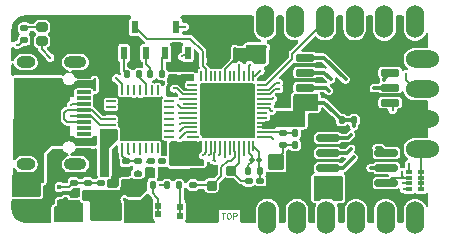
<source format=gtl>
G04 #@! TF.GenerationSoftware,KiCad,Pcbnew,8.0.2*
G04 #@! TF.CreationDate,2024-11-05T23:07:31+05:00*
G04 #@! TF.ProjectId,V1,56312e6b-6963-4616-945f-706362585858,r0.1*
G04 #@! TF.SameCoordinates,Original*
G04 #@! TF.FileFunction,Copper,L1,Top*
G04 #@! TF.FilePolarity,Positive*
%FSLAX46Y46*%
G04 Gerber Fmt 4.6, Leading zero omitted, Abs format (unit mm)*
G04 Created by KiCad (PCBNEW 8.0.2) date 2024-11-05 23:07:31*
%MOMM*%
%LPD*%
G01*
G04 APERTURE LIST*
G04 Aperture macros list*
%AMRoundRect*
0 Rectangle with rounded corners*
0 $1 Rounding radius*
0 $2 $3 $4 $5 $6 $7 $8 $9 X,Y pos of 4 corners*
0 Add a 4 corners polygon primitive as box body*
4,1,4,$2,$3,$4,$5,$6,$7,$8,$9,$2,$3,0*
0 Add four circle primitives for the rounded corners*
1,1,$1+$1,$2,$3*
1,1,$1+$1,$4,$5*
1,1,$1+$1,$6,$7*
1,1,$1+$1,$8,$9*
0 Add four rect primitives between the rounded corners*
20,1,$1+$1,$2,$3,$4,$5,0*
20,1,$1+$1,$4,$5,$6,$7,0*
20,1,$1+$1,$6,$7,$8,$9,0*
20,1,$1+$1,$8,$9,$2,$3,0*%
G04 Aperture macros list end*
%ADD10C,0.125000*%
G04 #@! TA.AperFunction,NonConductor*
%ADD11C,0.125000*%
G04 #@! TD*
G04 #@! TA.AperFunction,SMDPad,CuDef*
%ADD12R,0.550000X0.550000*%
G04 #@! TD*
G04 #@! TA.AperFunction,ComponentPad*
%ADD13C,1.524000*%
G04 #@! TD*
G04 #@! TA.AperFunction,SMDPad,CuDef*
%ADD14R,1.270000X1.524000*%
G04 #@! TD*
G04 #@! TA.AperFunction,SMDPad,CuDef*
%ADD15R,1.524000X1.270000*%
G04 #@! TD*
G04 #@! TA.AperFunction,SMDPad,CuDef*
%ADD16RoundRect,0.193750X0.281250X-0.193750X0.281250X0.193750X-0.281250X0.193750X-0.281250X-0.193750X0*%
G04 #@! TD*
G04 #@! TA.AperFunction,SMDPad,CuDef*
%ADD17RoundRect,0.147500X0.172500X-0.147500X0.172500X0.147500X-0.172500X0.147500X-0.172500X-0.147500X0*%
G04 #@! TD*
G04 #@! TA.AperFunction,SMDPad,CuDef*
%ADD18RoundRect,0.075000X-0.550000X0.225000X-0.550000X-0.225000X0.550000X-0.225000X0.550000X0.225000X0*%
G04 #@! TD*
G04 #@! TA.AperFunction,SMDPad,CuDef*
%ADD19RoundRect,0.075000X-0.550000X0.075000X-0.550000X-0.075000X0.550000X-0.075000X0.550000X0.075000X0*%
G04 #@! TD*
G04 #@! TA.AperFunction,ComponentPad*
%ADD20O,1.900000X1.000000*%
G04 #@! TD*
G04 #@! TA.AperFunction,ComponentPad*
%ADD21O,1.600000X1.000000*%
G04 #@! TD*
G04 #@! TA.AperFunction,SMDPad,CuDef*
%ADD22RoundRect,0.218750X0.256250X-0.218750X0.256250X0.218750X-0.256250X0.218750X-0.256250X-0.218750X0*%
G04 #@! TD*
G04 #@! TA.AperFunction,SMDPad,CuDef*
%ADD23RoundRect,0.147500X-0.172500X0.147500X-0.172500X-0.147500X0.172500X-0.147500X0.172500X0.147500X0*%
G04 #@! TD*
G04 #@! TA.AperFunction,SMDPad,CuDef*
%ADD24RoundRect,0.147500X0.147500X0.172500X-0.147500X0.172500X-0.147500X-0.172500X0.147500X-0.172500X0*%
G04 #@! TD*
G04 #@! TA.AperFunction,SMDPad,CuDef*
%ADD25RoundRect,0.062500X-0.337500X-0.062500X0.337500X-0.062500X0.337500X0.062500X-0.337500X0.062500X0*%
G04 #@! TD*
G04 #@! TA.AperFunction,SMDPad,CuDef*
%ADD26RoundRect,0.062500X-0.062500X-0.337500X0.062500X-0.337500X0.062500X0.337500X-0.062500X0.337500X0*%
G04 #@! TD*
G04 #@! TA.AperFunction,HeatsinkPad*
%ADD27R,3.350000X3.350000*%
G04 #@! TD*
G04 #@! TA.AperFunction,SMDPad,CuDef*
%ADD28RoundRect,0.135000X0.135000X0.185000X-0.135000X0.185000X-0.135000X-0.185000X0.135000X-0.185000X0*%
G04 #@! TD*
G04 #@! TA.AperFunction,SMDPad,CuDef*
%ADD29RoundRect,0.093750X0.093750X0.106250X-0.093750X0.106250X-0.093750X-0.106250X0.093750X-0.106250X0*%
G04 #@! TD*
G04 #@! TA.AperFunction,HeatsinkPad*
%ADD30C,0.500000*%
G04 #@! TD*
G04 #@! TA.AperFunction,HeatsinkPad*
%ADD31R,1.000000X1.600000*%
G04 #@! TD*
G04 #@! TA.AperFunction,SMDPad,CuDef*
%ADD32RoundRect,0.150000X0.650000X0.150000X-0.650000X0.150000X-0.650000X-0.150000X0.650000X-0.150000X0*%
G04 #@! TD*
G04 #@! TA.AperFunction,SMDPad,CuDef*
%ADD33RoundRect,0.135000X-0.185000X0.135000X-0.185000X-0.135000X0.185000X-0.135000X0.185000X0.135000X0*%
G04 #@! TD*
G04 #@! TA.AperFunction,SMDPad,CuDef*
%ADD34RoundRect,0.135000X-0.135000X-0.185000X0.135000X-0.185000X0.135000X0.185000X-0.135000X0.185000X0*%
G04 #@! TD*
G04 #@! TA.AperFunction,SMDPad,CuDef*
%ADD35RoundRect,0.218750X-0.218750X-0.256250X0.218750X-0.256250X0.218750X0.256250X-0.218750X0.256250X0*%
G04 #@! TD*
G04 #@! TA.AperFunction,SMDPad,CuDef*
%ADD36R,0.500000X0.400000*%
G04 #@! TD*
G04 #@! TA.AperFunction,SMDPad,CuDef*
%ADD37R,0.500000X0.300000*%
G04 #@! TD*
G04 #@! TA.AperFunction,SMDPad,CuDef*
%ADD38R,0.600000X1.100000*%
G04 #@! TD*
G04 #@! TA.AperFunction,SMDPad,CuDef*
%ADD39RoundRect,0.147500X-0.147500X-0.172500X0.147500X-0.172500X0.147500X0.172500X-0.147500X0.172500X0*%
G04 #@! TD*
G04 #@! TA.AperFunction,SMDPad,CuDef*
%ADD40RoundRect,0.140000X-0.140000X-0.170000X0.140000X-0.170000X0.140000X0.170000X-0.140000X0.170000X0*%
G04 #@! TD*
G04 #@! TA.AperFunction,SMDPad,CuDef*
%ADD41RoundRect,0.135000X0.185000X-0.135000X0.185000X0.135000X-0.185000X0.135000X-0.185000X-0.135000X0*%
G04 #@! TD*
G04 #@! TA.AperFunction,SMDPad,CuDef*
%ADD42RoundRect,0.200000X-0.250000X0.200000X-0.250000X-0.200000X0.250000X-0.200000X0.250000X0.200000X0*%
G04 #@! TD*
G04 #@! TA.AperFunction,SMDPad,CuDef*
%ADD43RoundRect,0.140000X0.170000X-0.140000X0.170000X0.140000X-0.170000X0.140000X-0.170000X-0.140000X0*%
G04 #@! TD*
G04 #@! TA.AperFunction,SMDPad,CuDef*
%ADD44RoundRect,0.135000X0.540000X0.540000X-0.540000X0.540000X-0.540000X-0.540000X0.540000X-0.540000X0*%
G04 #@! TD*
G04 #@! TA.AperFunction,SMDPad,CuDef*
%ADD45RoundRect,0.218750X-0.218750X-0.381250X0.218750X-0.381250X0.218750X0.381250X-0.218750X0.381250X0*%
G04 #@! TD*
G04 #@! TA.AperFunction,SMDPad,CuDef*
%ADD46R,0.850000X0.200000*%
G04 #@! TD*
G04 #@! TA.AperFunction,SMDPad,CuDef*
%ADD47R,0.200000X0.850000*%
G04 #@! TD*
G04 #@! TA.AperFunction,SMDPad,CuDef*
%ADD48R,4.350000X4.350000*%
G04 #@! TD*
G04 #@! TA.AperFunction,SMDPad,CuDef*
%ADD49RoundRect,0.150000X0.825000X0.150000X-0.825000X0.150000X-0.825000X-0.150000X0.825000X-0.150000X0*%
G04 #@! TD*
G04 #@! TA.AperFunction,SMDPad,CuDef*
%ADD50RoundRect,0.225000X-0.250000X0.225000X-0.250000X-0.225000X0.250000X-0.225000X0.250000X0.225000X0*%
G04 #@! TD*
G04 #@! TA.AperFunction,SMDPad,CuDef*
%ADD51RoundRect,0.100000X-0.130000X-0.100000X0.130000X-0.100000X0.130000X0.100000X-0.130000X0.100000X0*%
G04 #@! TD*
G04 #@! TA.AperFunction,ViaPad*
%ADD52C,0.300000*%
G04 #@! TD*
G04 #@! TA.AperFunction,Conductor*
%ADD53C,0.200000*%
G04 #@! TD*
G04 #@! TA.AperFunction,Conductor*
%ADD54C,0.300000*%
G04 #@! TD*
G04 #@! TA.AperFunction,Conductor*
%ADD55C,0.127000*%
G04 #@! TD*
G04 APERTURE END LIST*
D10*
D11*
X117929855Y-107932309D02*
X118215569Y-107932309D01*
X118072712Y-108432309D02*
X118072712Y-107932309D01*
X118477473Y-107932309D02*
X118572711Y-107932309D01*
X118572711Y-107932309D02*
X118620330Y-107956119D01*
X118620330Y-107956119D02*
X118667949Y-108003738D01*
X118667949Y-108003738D02*
X118691759Y-108098976D01*
X118691759Y-108098976D02*
X118691759Y-108265642D01*
X118691759Y-108265642D02*
X118667949Y-108360880D01*
X118667949Y-108360880D02*
X118620330Y-108408500D01*
X118620330Y-108408500D02*
X118572711Y-108432309D01*
X118572711Y-108432309D02*
X118477473Y-108432309D01*
X118477473Y-108432309D02*
X118429854Y-108408500D01*
X118429854Y-108408500D02*
X118382235Y-108360880D01*
X118382235Y-108360880D02*
X118358426Y-108265642D01*
X118358426Y-108265642D02*
X118358426Y-108098976D01*
X118358426Y-108098976D02*
X118382235Y-108003738D01*
X118382235Y-108003738D02*
X118429854Y-107956119D01*
X118429854Y-107956119D02*
X118477473Y-107932309D01*
X118906045Y-108432309D02*
X118906045Y-107932309D01*
X118906045Y-107932309D02*
X119096521Y-107932309D01*
X119096521Y-107932309D02*
X119144140Y-107956119D01*
X119144140Y-107956119D02*
X119167950Y-107979928D01*
X119167950Y-107979928D02*
X119191759Y-108027547D01*
X119191759Y-108027547D02*
X119191759Y-108098976D01*
X119191759Y-108098976D02*
X119167950Y-108146595D01*
X119167950Y-108146595D02*
X119144140Y-108170404D01*
X119144140Y-108170404D02*
X119096521Y-108194214D01*
X119096521Y-108194214D02*
X118906045Y-108194214D01*
D12*
X112575000Y-108075000D03*
X112575000Y-107325000D03*
X109925000Y-107325000D03*
X109925000Y-108075000D03*
D13*
X134290000Y-100000000D03*
D14*
X134925000Y-100000000D03*
D13*
X135560000Y-100000000D03*
X134290000Y-102540000D03*
D14*
X134925000Y-102540000D03*
D13*
X135560000Y-102540000D03*
X129300000Y-107721500D03*
D15*
X129300000Y-108356500D03*
D13*
X129300000Y-108991500D03*
X129200000Y-92380000D03*
D15*
X129200000Y-91745000D03*
D13*
X129200000Y-91110000D03*
X124130000Y-92380000D03*
D15*
X124130000Y-91745000D03*
D13*
X124130000Y-91110000D03*
X121600000Y-92400000D03*
D15*
X121600000Y-91765000D03*
D13*
X121600000Y-91130000D03*
X126800000Y-107700000D03*
D15*
X126800000Y-108335000D03*
D13*
X126800000Y-108970000D03*
X134300000Y-92400000D03*
D15*
X134300000Y-91765000D03*
D13*
X134300000Y-91130000D03*
X131700000Y-92400000D03*
D15*
X131700000Y-91765000D03*
D13*
X131700000Y-91130000D03*
X134300000Y-107721500D03*
D15*
X134300000Y-108356500D03*
D13*
X134300000Y-108991500D03*
X131800000Y-107721500D03*
D15*
X131800000Y-108356500D03*
D13*
X131800000Y-108991500D03*
D16*
X102700000Y-93387500D03*
X102700000Y-92212500D03*
D17*
X119500000Y-94485000D03*
X119500000Y-93515000D03*
D13*
X134290000Y-97460000D03*
D14*
X134925000Y-97460000D03*
D13*
X135560000Y-97460000D03*
X134290000Y-94920000D03*
D14*
X134925000Y-94920000D03*
D13*
X135560000Y-94920000D03*
X124300000Y-107700000D03*
D15*
X124300000Y-108335000D03*
D13*
X124300000Y-108970000D03*
X121800000Y-107700000D03*
D15*
X121800000Y-108335000D03*
D13*
X121800000Y-108970000D03*
X126670000Y-92380000D03*
D15*
X126670000Y-91745000D03*
D13*
X126670000Y-91110000D03*
D18*
X106245000Y-96250000D03*
X106245000Y-97050000D03*
D19*
X106245000Y-98250000D03*
X106245000Y-99250000D03*
X106245000Y-99750000D03*
X106245000Y-100750000D03*
D18*
X106245000Y-101950000D03*
X106245000Y-102750000D03*
X106245000Y-102750000D03*
X106245000Y-101950000D03*
D19*
X106245000Y-101250000D03*
X106245000Y-100250000D03*
X106245000Y-98750000D03*
X106245000Y-97750000D03*
D18*
X106245000Y-97050000D03*
X106245000Y-96250000D03*
D20*
X105530000Y-95180000D03*
D21*
X101350000Y-95180000D03*
D20*
X105530000Y-103820000D03*
D21*
X101350000Y-103820000D03*
D22*
X123200000Y-99987500D03*
X123200000Y-98412500D03*
D23*
X101200000Y-92315000D03*
X101200000Y-93285000D03*
D24*
X112085000Y-105600000D03*
X111115000Y-105600000D03*
D17*
X113800000Y-96685000D03*
X113800000Y-95715000D03*
D25*
X108550000Y-98500000D03*
X108550000Y-99000000D03*
X108550000Y-99500000D03*
X108550000Y-100000000D03*
X108550000Y-100500000D03*
X108550000Y-101000000D03*
X108550000Y-101500000D03*
D26*
X109500000Y-102450000D03*
X110000000Y-102450000D03*
X110500000Y-102450000D03*
X111000000Y-102450000D03*
X111500000Y-102450000D03*
X112000000Y-102450000D03*
X112500000Y-102450000D03*
D25*
X113450000Y-101500000D03*
X113450000Y-101000000D03*
X113450000Y-100500000D03*
X113450000Y-100000000D03*
X113450000Y-99500000D03*
X113450000Y-99000000D03*
X113450000Y-98500000D03*
D26*
X112500000Y-97550000D03*
X112000000Y-97550000D03*
X111500000Y-97550000D03*
X111000000Y-97550000D03*
X110500000Y-97550000D03*
X110000000Y-97550000D03*
X109500000Y-97550000D03*
D27*
X111000000Y-100000000D03*
D28*
X114310000Y-105600000D03*
X113290000Y-105600000D03*
D29*
X104187500Y-107050000D03*
X104187500Y-106400000D03*
X104187500Y-105750000D03*
X102412500Y-105750000D03*
X102412500Y-106400000D03*
X102412500Y-107050000D03*
D30*
X103300000Y-106950000D03*
D31*
X103300000Y-106400000D03*
D30*
X103300000Y-105850000D03*
D23*
X115500000Y-104615000D03*
X115500000Y-105585000D03*
D32*
X132200000Y-98605000D03*
X132200000Y-97335000D03*
X132200000Y-96065000D03*
X132200000Y-94795000D03*
X125000000Y-94795000D03*
X125000000Y-96065000D03*
X125000000Y-97335000D03*
X125000000Y-98605000D03*
D33*
X110800000Y-103590000D03*
X110800000Y-104610000D03*
D34*
X109890000Y-96200000D03*
X110910000Y-96200000D03*
D35*
X120912500Y-94400000D03*
X122487500Y-94400000D03*
D36*
X133800000Y-104450000D03*
D37*
X133800000Y-104950000D03*
X133800000Y-105450000D03*
D36*
X133800000Y-105950000D03*
X134800000Y-105950000D03*
D37*
X134800000Y-105450000D03*
X134800000Y-104950000D03*
D36*
X134800000Y-104450000D03*
D38*
X113150000Y-94400000D03*
X115050000Y-94400000D03*
X114100000Y-92200000D03*
D23*
X123100000Y-101215000D03*
X123100000Y-102185000D03*
D39*
X124115000Y-102200000D03*
X125085000Y-102200000D03*
D40*
X108020000Y-104500000D03*
X108980000Y-104500000D03*
D12*
X114425000Y-107425000D03*
X114425000Y-108175000D03*
X117075000Y-108175000D03*
X117075000Y-107425000D03*
D17*
X120200000Y-106185000D03*
X120200000Y-105215000D03*
D33*
X105400000Y-105390000D03*
X105400000Y-106410000D03*
D41*
X112900000Y-104610000D03*
X112900000Y-103590000D03*
D39*
X129115000Y-100100000D03*
X130085000Y-100100000D03*
D24*
X128085000Y-100100000D03*
X127115000Y-100100000D03*
D39*
X124115000Y-101200000D03*
X125085000Y-101200000D03*
D42*
X118725000Y-104375000D03*
X117075000Y-104375000D03*
X117075000Y-105625000D03*
X118725000Y-105625000D03*
D40*
X108040000Y-103530000D03*
X109000000Y-103530000D03*
D39*
X124515000Y-100200000D03*
X125485000Y-100200000D03*
D41*
X109800000Y-104610000D03*
X109800000Y-103590000D03*
D43*
X121200000Y-106180000D03*
X121200000Y-105220000D03*
D38*
X109650000Y-94400000D03*
X111550000Y-94400000D03*
X110600000Y-92200000D03*
D44*
X122525000Y-103625000D03*
X124675000Y-105775000D03*
X124675000Y-103625000D03*
X122525000Y-105775000D03*
D43*
X107700000Y-106380000D03*
X107700000Y-105420000D03*
D45*
X105537500Y-107800000D03*
X107662500Y-107800000D03*
D33*
X111900000Y-103590000D03*
X111900000Y-104610000D03*
D46*
X121350000Y-101500000D03*
X121350000Y-101100000D03*
X121350000Y-100700000D03*
X121350000Y-100300000D03*
X121350000Y-99900000D03*
X121350000Y-99500000D03*
X121350000Y-99100000D03*
X121350000Y-98700000D03*
X121350000Y-98300000D03*
X121350000Y-97900000D03*
X121350000Y-97500000D03*
X121350000Y-97100000D03*
D47*
X120600000Y-96350000D03*
X120200000Y-96350000D03*
X119800000Y-96350000D03*
X119400000Y-96350000D03*
X119000000Y-96350000D03*
X118600000Y-96350000D03*
X118200000Y-96350000D03*
X117800000Y-96350000D03*
X117400000Y-96350000D03*
X117000000Y-96350000D03*
X116600000Y-96350000D03*
X116200000Y-96350000D03*
D46*
X115450000Y-97100000D03*
X115450000Y-97500000D03*
X115450000Y-97900000D03*
X115450000Y-98300000D03*
X115450000Y-98700000D03*
X115450000Y-99100000D03*
X115450000Y-99500000D03*
X115450000Y-99900000D03*
X115450000Y-100300000D03*
X115450000Y-100700000D03*
X115450000Y-101100000D03*
X115450000Y-101500000D03*
D47*
X116200000Y-102250000D03*
X116600000Y-102250000D03*
X117000000Y-102250000D03*
X117400000Y-102250000D03*
X117800000Y-102250000D03*
X118200000Y-102250000D03*
X118600000Y-102250000D03*
X119000000Y-102250000D03*
X119400000Y-102250000D03*
X119800000Y-102250000D03*
X120200000Y-102250000D03*
X120600000Y-102250000D03*
D48*
X118400000Y-99300000D03*
D49*
X131875000Y-105405000D03*
X131875000Y-104135000D03*
X131875000Y-102865000D03*
X131875000Y-101595000D03*
X126925000Y-101595000D03*
X126925000Y-102865000D03*
X126925000Y-104135000D03*
X126925000Y-105405000D03*
D23*
X114000000Y-103515000D03*
X114000000Y-104485000D03*
D50*
X101100000Y-105925000D03*
X101100000Y-107475000D03*
D41*
X106600000Y-106410000D03*
X106600000Y-105390000D03*
D28*
X121210000Y-104400000D03*
X120190000Y-104400000D03*
D51*
X120480000Y-103500000D03*
X121120000Y-103500000D03*
D28*
X112910000Y-96200000D03*
X111890000Y-96200000D03*
D43*
X108900000Y-106380000D03*
X108900000Y-105420000D03*
D52*
X107250000Y-106650000D03*
X114453524Y-103589921D03*
X126300000Y-98600000D03*
X100600000Y-93700000D03*
X108250000Y-106650000D03*
X115880662Y-103153258D03*
X118636170Y-102955546D03*
X107800000Y-104150000D03*
X122300000Y-100600000D03*
X121694001Y-93936500D03*
X113729109Y-103131192D03*
X114500000Y-96800004D03*
X112730000Y-105600000D03*
X119800000Y-103050000D03*
X127700000Y-106100000D03*
X111535729Y-105133314D03*
X126900000Y-106100000D03*
X113500000Y-96950000D03*
X129100000Y-100600000D03*
X120562886Y-94830067D03*
X120551288Y-93936500D03*
X121604211Y-94859392D03*
X122250000Y-101650000D03*
X113000000Y-96950000D03*
X117700000Y-107400000D03*
X110000000Y-101100000D03*
X116600000Y-98600000D03*
X116450000Y-108050000D03*
X112050000Y-101190223D03*
X111000000Y-101100000D03*
X114900000Y-104600000D03*
X109900000Y-100000000D03*
X119600000Y-92800000D03*
X117050000Y-98150000D03*
X117050000Y-98600000D03*
X109000000Y-102900000D03*
X116600000Y-98150000D03*
X125400000Y-101800000D03*
X109700000Y-106800000D03*
X125400000Y-100800000D03*
X122900000Y-98100000D03*
X122900000Y-93400000D03*
X114300000Y-95900000D03*
X105200000Y-99700000D03*
X105200000Y-98799986D03*
X110800000Y-104400000D03*
X107200000Y-102000000D03*
X129109777Y-103250000D03*
X127000000Y-97600000D03*
X114771837Y-98685732D03*
X131644735Y-96685001D03*
X114431026Y-98316564D03*
X131034998Y-102444699D03*
X133153484Y-104501766D03*
X119400000Y-95450000D03*
X114800000Y-92200000D03*
X122250000Y-98250000D03*
X133799996Y-103800000D03*
X133500004Y-96200004D03*
X114425000Y-106900000D03*
X117350000Y-103550000D03*
X110500000Y-97850000D03*
X117719933Y-103012886D03*
X111025001Y-97891574D03*
X128411748Y-96650000D03*
X128853554Y-101346446D03*
X114405900Y-99939471D03*
X130800000Y-97400000D03*
X130534998Y-104134998D03*
X114407727Y-100439470D03*
X113892853Y-97411223D03*
X103400000Y-94800000D03*
X116336500Y-95021241D03*
X112400000Y-106600000D03*
X122170852Y-99293698D03*
X122744205Y-96919397D03*
X122051282Y-98713500D03*
X122801018Y-97447362D03*
X111005204Y-96550000D03*
X114600002Y-94700002D03*
X109000000Y-96550000D03*
X111600000Y-95400000D03*
X111600000Y-103600000D03*
X110070268Y-102977458D03*
X112600000Y-103600000D03*
X111000160Y-102970004D03*
X127190580Y-96650000D03*
X128899997Y-102500003D03*
X114286283Y-99453988D03*
X133293474Y-105413052D03*
X132400000Y-99200000D03*
X133392460Y-105945239D03*
X114200000Y-98800000D03*
X120300000Y-95400000D03*
X121200000Y-95900000D03*
X118200000Y-103200000D03*
X116892933Y-103062924D03*
X116373698Y-103070081D03*
X115883129Y-101550003D03*
X114400000Y-101600000D03*
X114400000Y-101000000D03*
D53*
X134800000Y-102665000D02*
X134800000Y-105850000D01*
D54*
X127430000Y-99430000D02*
X126605000Y-98605000D01*
D53*
X118967500Y-95017500D02*
X119500000Y-94485000D01*
X134800000Y-105850000D02*
X134700000Y-105950000D01*
D55*
X115450000Y-97500000D02*
X114922270Y-97500000D01*
X114922270Y-97500000D02*
X114500000Y-97077730D01*
D54*
X126300000Y-98600000D02*
X126295000Y-98605000D01*
D55*
X118200000Y-96350000D02*
X118200000Y-95785000D01*
D54*
X129115000Y-100100000D02*
X129115000Y-100585000D01*
D55*
X118200000Y-95785000D02*
X118967500Y-95017500D01*
D53*
X134925000Y-102540000D02*
X134800000Y-102665000D01*
X118905000Y-95080000D02*
X118967500Y-95017500D01*
D54*
X128085000Y-100100000D02*
X128085000Y-100042340D01*
D55*
X122200000Y-100700000D02*
X122300000Y-100600000D01*
D54*
X129115000Y-100585000D02*
X129100000Y-100600000D01*
D53*
X113290000Y-105600000D02*
X112730000Y-105600000D01*
D54*
X127472660Y-99430000D02*
X127430000Y-99430000D01*
X126295000Y-98605000D02*
X125000000Y-98605000D01*
D55*
X119800000Y-102250000D02*
X119800000Y-103050000D01*
D54*
X126305000Y-98605000D02*
X126300000Y-98600000D01*
X126605000Y-98605000D02*
X126305000Y-98605000D01*
D55*
X121350000Y-101500000D02*
X122100000Y-101500000D01*
X121350000Y-100700000D02*
X122200000Y-100700000D01*
X118600000Y-102250000D02*
X118600000Y-102919376D01*
X118600000Y-102919376D02*
X118636170Y-102955546D01*
X122100000Y-101500000D02*
X122250000Y-101650000D01*
D53*
X100785000Y-93700000D02*
X101200000Y-93285000D01*
D55*
X114500000Y-97077730D02*
X114500000Y-96800004D01*
D54*
X128085000Y-100042340D02*
X127472660Y-99430000D01*
D53*
X100600000Y-93700000D02*
X100785000Y-93700000D01*
D54*
X128085000Y-100100000D02*
X129115000Y-100100000D01*
D53*
X106245000Y-99750000D02*
X105250000Y-99750000D01*
X105249986Y-98750000D02*
X105200000Y-98799986D01*
X107652410Y-100500000D02*
X108550000Y-100500000D01*
X106902410Y-99750000D02*
X107652410Y-100500000D01*
X105250000Y-99750000D02*
X105200000Y-99700000D01*
X106245000Y-99750000D02*
X106902410Y-99750000D01*
X106245000Y-98750000D02*
X105249986Y-98750000D01*
X107718096Y-100000000D02*
X108550000Y-100000000D01*
X106245000Y-99250000D02*
X106968096Y-99250000D01*
X106245000Y-100250000D02*
X104850000Y-100250000D01*
X104850000Y-100250000D02*
X104600000Y-100000000D01*
X106968096Y-99250000D02*
X107718096Y-100000000D01*
X104600000Y-100000000D02*
X104600000Y-99450000D01*
X104600000Y-99450000D02*
X104800000Y-99250000D01*
X104800000Y-99250000D02*
X106245000Y-99250000D01*
X110800000Y-104610000D02*
X110800000Y-104400000D01*
X106295000Y-102000000D02*
X106245000Y-101950000D01*
X107200000Y-102000000D02*
X106295000Y-102000000D01*
D55*
X115450000Y-98700000D02*
X114786105Y-98700000D01*
X114786105Y-98700000D02*
X114771837Y-98685732D01*
D54*
X128224777Y-104135000D02*
X129109777Y-103250000D01*
X125000000Y-97335000D02*
X126735000Y-97335000D01*
X126735000Y-97335000D02*
X127000000Y-97600000D01*
X126925000Y-104135000D02*
X128224777Y-104135000D01*
D55*
X115422232Y-98272232D02*
X114475358Y-98272232D01*
X115450000Y-98300000D02*
X115422232Y-98272232D01*
X114475358Y-98272232D02*
X114431026Y-98316564D01*
D54*
X131644735Y-96620265D02*
X132200000Y-96065000D01*
X131875000Y-102865000D02*
X131454699Y-102444699D01*
X131644735Y-96685001D02*
X131644735Y-96620265D01*
X131454699Y-102444699D02*
X131034998Y-102444699D01*
D55*
X132330000Y-104950000D02*
X131875000Y-105405000D01*
X133153484Y-104501766D02*
X133153484Y-104780484D01*
X133323000Y-104950000D02*
X133800000Y-104950000D01*
X133323000Y-104950000D02*
X132330000Y-104950000D01*
X119400000Y-96350000D02*
X119400000Y-95450000D01*
X133153484Y-104780484D02*
X133323000Y-104950000D01*
X133800000Y-104450000D02*
X133800000Y-103800004D01*
D53*
X114425000Y-106900000D02*
X114425000Y-105715000D01*
X114800000Y-92200000D02*
X114100000Y-92200000D01*
D55*
X121350000Y-98300000D02*
X122200000Y-98300000D01*
D53*
X133500004Y-96670004D02*
X133500004Y-96200004D01*
D55*
X122200000Y-98300000D02*
X122250000Y-98250000D01*
D53*
X134290000Y-97460000D02*
X133500004Y-96670004D01*
X114425000Y-105715000D02*
X114310000Y-105600000D01*
X114425000Y-108175000D02*
X114425000Y-107425000D01*
D55*
X133800000Y-103800004D02*
X133799996Y-103800000D01*
D53*
X114425000Y-107425000D02*
X114425000Y-106900000D01*
X123100000Y-102185000D02*
X124100000Y-102185000D01*
X122953553Y-103196447D02*
X122525000Y-103625000D01*
X123100000Y-102185000D02*
X123100000Y-102842893D01*
X124100000Y-102185000D02*
X124115000Y-102200000D01*
X123100000Y-102842893D02*
G75*
G02*
X122953556Y-103196450I-500000J-7D01*
G01*
D55*
X117350000Y-103550000D02*
X117306433Y-103506433D01*
X117306433Y-103506433D02*
X117306433Y-102841608D01*
D53*
X110500000Y-97550000D02*
X110500000Y-97850000D01*
D55*
X117400000Y-102748041D02*
X117400000Y-102250000D01*
X117306433Y-102841608D02*
X117400000Y-102748041D01*
D53*
X117150000Y-103496895D02*
X117149996Y-103496899D01*
X111000000Y-97550000D02*
X111000000Y-97866573D01*
X111000000Y-97866573D02*
X111025001Y-97891574D01*
D55*
X117800000Y-102250000D02*
X117763500Y-102286500D01*
X117763500Y-102286500D02*
X117763500Y-102969319D01*
X117763500Y-102969319D02*
X117719933Y-103012886D01*
D54*
X128605000Y-101595000D02*
X128853554Y-101346446D01*
X126925000Y-101595000D02*
X128605000Y-101595000D01*
X125000000Y-94795000D02*
X126556748Y-94795000D01*
D55*
X114445371Y-99900000D02*
X114405900Y-99939471D01*
X115450000Y-99900000D02*
X114445371Y-99900000D01*
D54*
X126556748Y-94795000D02*
X128411748Y-96650000D01*
D55*
X115450000Y-100300000D02*
X114630149Y-100300000D01*
X114630149Y-100300000D02*
X114577178Y-100352971D01*
D54*
X130535000Y-104135000D02*
X130534998Y-104134998D01*
X131875000Y-104135000D02*
X130535000Y-104135000D01*
D55*
X114494226Y-100352971D02*
X114407727Y-100439470D01*
D54*
X130800000Y-97400000D02*
X132135000Y-97400000D01*
D55*
X114577178Y-100352971D02*
X114494226Y-100352971D01*
D54*
X132135000Y-97400000D02*
X132200000Y-97335000D01*
D53*
X102700000Y-92212500D02*
X101302500Y-92212500D01*
X101302500Y-92212500D02*
X101200000Y-92315000D01*
X102700000Y-93387500D02*
X102700000Y-94100000D01*
D55*
X115450000Y-97900000D02*
X114660224Y-97900000D01*
X114171447Y-97411223D02*
X113892853Y-97411223D01*
D53*
X102700000Y-94100000D02*
X103400000Y-94800000D01*
D55*
X114660224Y-97900000D02*
X114171447Y-97411223D01*
D53*
X116600000Y-95764067D02*
X116336500Y-95500567D01*
X116336500Y-94278448D02*
X116336500Y-95021241D01*
X112575000Y-107325000D02*
X112575000Y-106775000D01*
X110600000Y-92200000D02*
X111600000Y-93200000D01*
X112400000Y-106600000D02*
X112085000Y-106285000D01*
X112575000Y-106775000D02*
X112400000Y-106600000D01*
X116336500Y-95500567D02*
X116336500Y-95021241D01*
X111600000Y-93200000D02*
X115258052Y-93200000D01*
X116600000Y-96350000D02*
X116600000Y-95764067D01*
X112085000Y-106285000D02*
X112085000Y-105600000D01*
X112575000Y-107325000D02*
X112575000Y-108075000D01*
X115258052Y-93200000D02*
X116336500Y-94278448D01*
D55*
X121902000Y-99100000D02*
X122095698Y-99293698D01*
X121350000Y-99100000D02*
X121902000Y-99100000D01*
X122095698Y-99293698D02*
X122170852Y-99293698D01*
X121350000Y-97500000D02*
X121952774Y-97500000D01*
X122533377Y-96919397D02*
X122744205Y-96919397D01*
X121952774Y-97500000D02*
X122533377Y-96919397D01*
X122037782Y-98700000D02*
X122051282Y-98713500D01*
X121350000Y-98700000D02*
X122037782Y-98700000D01*
X122467860Y-97447362D02*
X122801018Y-97447362D01*
X121350000Y-97900000D02*
X122015222Y-97900000D01*
X122015222Y-97900000D02*
X122467860Y-97447362D01*
X119000000Y-102734598D02*
X119049670Y-102784268D01*
X119049670Y-102784268D02*
X119049670Y-103250330D01*
D53*
X115500000Y-105585000D02*
X117035000Y-105585000D01*
D55*
X118438970Y-103550000D02*
X117900000Y-104088970D01*
X119049670Y-103250330D02*
X118750000Y-103550000D01*
X117900000Y-104088970D02*
X117900000Y-104800000D01*
D53*
X117035000Y-105585000D02*
X117075000Y-105625000D01*
X117075000Y-105625000D02*
X117900000Y-104800000D01*
D55*
X119000000Y-102250000D02*
X119000000Y-102734598D01*
X118750000Y-103550000D02*
X118438970Y-103550000D01*
X119565000Y-105215000D02*
X120200000Y-105215000D01*
X119386500Y-102263500D02*
X119386500Y-103713500D01*
X118725000Y-104375000D02*
X119565000Y-105215000D01*
X119386500Y-103713500D02*
X118725000Y-104375000D01*
X119400000Y-102250000D02*
X119386500Y-102263500D01*
X122985000Y-101100000D02*
X123100000Y-101215000D01*
D53*
X123100000Y-101215000D02*
X124100000Y-101215000D01*
X124100000Y-101215000D02*
X124115000Y-101200000D01*
D55*
X121350000Y-101100000D02*
X122985000Y-101100000D01*
X121120000Y-103600000D02*
X121120000Y-104310000D01*
X121120000Y-102770000D02*
X121120000Y-103700000D01*
X120600000Y-102250000D02*
X121120000Y-102770000D01*
X121120000Y-104310000D02*
X121210000Y-104400000D01*
D53*
X121310000Y-104500000D02*
X121200000Y-104610000D01*
X121200000Y-104610000D02*
X121200000Y-105220000D01*
D55*
X120200000Y-102865222D02*
X120480000Y-103145222D01*
X120200000Y-102250000D02*
X120200000Y-102865222D01*
X120190000Y-104400000D02*
X120190000Y-103890000D01*
X120480000Y-103145222D02*
X120480000Y-103600000D01*
X120190000Y-103890000D02*
X120480000Y-103600000D01*
D53*
X110910000Y-96200000D02*
X110910000Y-96454796D01*
X111500000Y-97550000D02*
X111500000Y-97044796D01*
X111500000Y-97044796D02*
X111005204Y-96550000D01*
X114700004Y-94600000D02*
X114600002Y-94700002D01*
X110910000Y-96454796D02*
X111005204Y-96550000D01*
X115050000Y-94600000D02*
X114700004Y-94600000D01*
X112910000Y-94840000D02*
X113150000Y-94600000D01*
X112910000Y-96200000D02*
X112910000Y-94840000D01*
X109650000Y-94600000D02*
X109650000Y-95960000D01*
X109650000Y-95960000D02*
X109890000Y-96200000D01*
X109500000Y-97550000D02*
X109500000Y-97050000D01*
X109500000Y-97050000D02*
X109000000Y-96550000D01*
X111890000Y-95690000D02*
X111600000Y-95400000D01*
X111600000Y-95400000D02*
X111550000Y-95350000D01*
X111890000Y-96200000D02*
X111890000Y-95690000D01*
X111550000Y-95350000D02*
X111550000Y-94600000D01*
X109800000Y-103590000D02*
X109800000Y-103393866D01*
X109500000Y-103093866D02*
X109500000Y-102450000D01*
X110800000Y-103590000D02*
X109800000Y-103590000D01*
X109800000Y-103393866D02*
X109500000Y-103093866D01*
X110070268Y-102977458D02*
X110000000Y-102907190D01*
X111610000Y-103590000D02*
X111600000Y-103600000D01*
X110000000Y-102907190D02*
X110000000Y-102450000D01*
X111900000Y-103590000D02*
X111610000Y-103590000D01*
X111000160Y-102450160D02*
X111000000Y-102450000D01*
X112610000Y-103590000D02*
X112600000Y-103600000D01*
X112900000Y-103590000D02*
X112610000Y-103590000D01*
X111000160Y-102970004D02*
X111000160Y-102450160D01*
X106600000Y-105390000D02*
X107670000Y-105390000D01*
X105040000Y-105750000D02*
X105400000Y-105390000D01*
X104187500Y-105750000D02*
X105040000Y-105750000D01*
X107670000Y-105390000D02*
X107700000Y-105420000D01*
X105400000Y-105390000D02*
X106600000Y-105390000D01*
D55*
X115450000Y-99500000D02*
X114332295Y-99500000D01*
X114332295Y-99500000D02*
X114286283Y-99453988D01*
D54*
X125000000Y-96065000D02*
X126605580Y-96065000D01*
X128500000Y-102900000D02*
X128899997Y-102500003D01*
X126925000Y-102865000D02*
X126960000Y-102900000D01*
D55*
X133800000Y-105450000D02*
X133330422Y-105450000D01*
D54*
X126960000Y-102900000D02*
X128500000Y-102900000D01*
X126605580Y-96065000D02*
X127190580Y-96650000D01*
D55*
X133330422Y-105450000D02*
X133293474Y-105413052D01*
X115450000Y-99100000D02*
X114500000Y-99100000D01*
D53*
X132400000Y-99200000D02*
X132400000Y-98805000D01*
X132400000Y-98805000D02*
X132200000Y-98605000D01*
D55*
X133800000Y-105950000D02*
X133397221Y-105950000D01*
X133397221Y-105950000D02*
X133392460Y-105945239D01*
X114500000Y-99100000D02*
X114200000Y-98800000D01*
X120200000Y-96350000D02*
X120200000Y-95500000D01*
X120200000Y-95500000D02*
X120300000Y-95400000D01*
D53*
X122650000Y-96150000D02*
X121700000Y-97100000D01*
X125974448Y-92380000D02*
X126670000Y-92380000D01*
X122500000Y-96300000D02*
X123900000Y-94900000D01*
X123900000Y-94900000D02*
X123900000Y-94454448D01*
X123900000Y-94454448D02*
X125974448Y-92380000D01*
X121700000Y-97100000D02*
X121350000Y-97100000D01*
D55*
X120750000Y-96350000D02*
X121200000Y-95900000D01*
X120600000Y-96350000D02*
X120750000Y-96350000D01*
D53*
X121165000Y-95865000D02*
X121200000Y-95900000D01*
D55*
X118200000Y-102250000D02*
X118200000Y-103200000D01*
X117000000Y-102250000D02*
X117000000Y-102685593D01*
X116979433Y-102706160D02*
X116979433Y-102976424D01*
X117000000Y-102685593D02*
X116979433Y-102706160D01*
X116979433Y-102976424D02*
X116892933Y-103062924D01*
X116479433Y-102964346D02*
X116373698Y-103070081D01*
X116600000Y-102771079D02*
X116479433Y-102891646D01*
X116600000Y-102250000D02*
X116600000Y-102771079D01*
X116479433Y-102891646D02*
X116479433Y-102964346D01*
X115450000Y-101500000D02*
X115833126Y-101500000D01*
X115833126Y-101500000D02*
X115883129Y-101550003D01*
X115450000Y-101100000D02*
X114900000Y-101100000D01*
X114900000Y-101100000D02*
X114400000Y-101600000D01*
X114731975Y-100700000D02*
X114579005Y-100852970D01*
X115450000Y-100700000D02*
X114731975Y-100700000D01*
X114547030Y-100852970D02*
X114400000Y-101000000D01*
X114579005Y-100852970D02*
X114547030Y-100852970D01*
G04 #@! TA.AperFunction,Conductor*
G36*
X113531290Y-96201294D02*
G01*
X113594472Y-96210500D01*
X113594477Y-96210500D01*
X114005523Y-96210500D01*
X114005528Y-96210500D01*
X114068709Y-96201294D01*
X114086584Y-96200000D01*
X114086972Y-96200000D01*
X114143265Y-96213514D01*
X114190339Y-96237500D01*
X114190340Y-96237500D01*
X114190342Y-96237501D01*
X114190341Y-96237501D01*
X114299998Y-96254869D01*
X114300000Y-96254869D01*
X114300002Y-96254869D01*
X114409658Y-96237501D01*
X114409661Y-96237500D01*
X114456735Y-96213515D01*
X114513029Y-96200000D01*
X115476000Y-96200000D01*
X115543039Y-96219685D01*
X115588794Y-96272489D01*
X115600000Y-96324000D01*
X115600000Y-96675500D01*
X115580315Y-96742539D01*
X115527511Y-96788294D01*
X115476000Y-96799500D01*
X115005247Y-96799500D01*
X114946770Y-96811131D01*
X114946769Y-96811132D01*
X114880447Y-96855447D01*
X114836132Y-96921769D01*
X114836131Y-96921770D01*
X114824500Y-96980247D01*
X114824500Y-97219752D01*
X114836131Y-97278229D01*
X114836132Y-97278230D01*
X114880447Y-97344552D01*
X114956923Y-97395652D01*
X114954908Y-97398666D01*
X114992904Y-97429293D01*
X115014961Y-97495590D01*
X114997673Y-97563287D01*
X114955633Y-97602416D01*
X114956924Y-97604347D01*
X114940830Y-97615101D01*
X114874153Y-97635980D01*
X114871938Y-97636000D01*
X114820938Y-97636000D01*
X114753899Y-97616315D01*
X114733257Y-97599681D01*
X114320992Y-97187416D01*
X114320991Y-97187415D01*
X114223960Y-97147223D01*
X114173518Y-97147223D01*
X114106479Y-97127538D01*
X114101639Y-97124229D01*
X114002511Y-97073721D01*
X113892855Y-97056354D01*
X113892851Y-97056354D01*
X113783194Y-97073721D01*
X113684267Y-97124127D01*
X113684260Y-97124132D01*
X113605762Y-97202630D01*
X113605757Y-97202637D01*
X113555351Y-97301564D01*
X113537984Y-97411220D01*
X113537984Y-97411225D01*
X113555351Y-97520881D01*
X113605757Y-97619808D01*
X113605762Y-97619815D01*
X113684260Y-97698313D01*
X113684263Y-97698315D01*
X113684266Y-97698318D01*
X113775306Y-97744705D01*
X113783194Y-97748724D01*
X113892851Y-97766092D01*
X113892853Y-97766092D01*
X113892855Y-97766092D01*
X114002509Y-97748724D01*
X114002509Y-97748723D01*
X114002514Y-97748723D01*
X114010401Y-97744704D01*
X114079065Y-97731805D01*
X114143807Y-97758079D01*
X114154378Y-97767506D01*
X114232083Y-97845211D01*
X114265568Y-97906534D01*
X114260584Y-97976226D01*
X114227368Y-98020595D01*
X114229340Y-98022567D01*
X114188228Y-98063680D01*
X114126906Y-98097166D01*
X114100546Y-98100000D01*
X113324000Y-98100000D01*
X113256961Y-98080315D01*
X113211206Y-98027511D01*
X113200000Y-97976000D01*
X113200000Y-97297045D01*
X113219685Y-97230006D01*
X113236319Y-97209364D01*
X113287090Y-97158592D01*
X113287095Y-97158587D01*
X113337500Y-97059661D01*
X113337500Y-97059659D01*
X113337501Y-97059658D01*
X113354869Y-96950002D01*
X113354869Y-96949997D01*
X113337501Y-96840343D01*
X113337500Y-96840341D01*
X113337500Y-96840339D01*
X113287095Y-96741413D01*
X113287092Y-96741410D01*
X113286126Y-96739514D01*
X113273230Y-96670845D01*
X113299506Y-96606104D01*
X113308923Y-96595545D01*
X113324065Y-96580404D01*
X113374068Y-96473173D01*
X113380500Y-96424316D01*
X113380500Y-96324000D01*
X113400185Y-96256961D01*
X113452989Y-96211206D01*
X113504500Y-96200000D01*
X113513416Y-96200000D01*
X113531290Y-96201294D01*
G37*
G04 #@! TD.AperFunction*
G04 #@! TA.AperFunction,Conductor*
G36*
X126043039Y-97919685D02*
G01*
X126088794Y-97972489D01*
X126100000Y-98024000D01*
X126100000Y-99176000D01*
X126080315Y-99243039D01*
X126027511Y-99288794D01*
X125976000Y-99300000D01*
X125000000Y-99300000D01*
X125000000Y-99913417D01*
X124998705Y-99931289D01*
X124989500Y-99994472D01*
X124989500Y-100405528D01*
X124998705Y-100468707D01*
X125000000Y-100486583D01*
X125000000Y-100558339D01*
X124980315Y-100625378D01*
X124927511Y-100671133D01*
X124893878Y-100681043D01*
X124836834Y-100689353D01*
X124827631Y-100692198D01*
X124827128Y-100690570D01*
X124786368Y-100700000D01*
X124413632Y-100700000D01*
X124372871Y-100690570D01*
X124372369Y-100692198D01*
X124363170Y-100689355D01*
X124363156Y-100689353D01*
X124295528Y-100679500D01*
X123934472Y-100679500D01*
X123876493Y-100687947D01*
X123866829Y-100689355D01*
X123857631Y-100692198D01*
X123857128Y-100690570D01*
X123816368Y-100700000D01*
X122500000Y-100700000D01*
X122500000Y-100300000D01*
X121500000Y-100300000D01*
X121510184Y-100289815D01*
X121519685Y-100257461D01*
X121572489Y-100211706D01*
X121624000Y-100200500D01*
X121794750Y-100200500D01*
X121794751Y-100200499D01*
X121809568Y-100197552D01*
X121853229Y-100188868D01*
X121853229Y-100188867D01*
X121853231Y-100188867D01*
X121919552Y-100144552D01*
X121963867Y-100078231D01*
X121963867Y-100078229D01*
X121963868Y-100078229D01*
X121975499Y-100019752D01*
X121975500Y-100019750D01*
X121975500Y-99780250D01*
X121974962Y-99774790D01*
X121987977Y-99706144D01*
X122036040Y-99655431D01*
X122103890Y-99638754D01*
X122117757Y-99640157D01*
X122170852Y-99648567D01*
X122170854Y-99648567D01*
X122280510Y-99631199D01*
X122280511Y-99631198D01*
X122280513Y-99631198D01*
X122379439Y-99580793D01*
X122457947Y-99502285D01*
X122508352Y-99403359D01*
X122508353Y-99403355D01*
X122511370Y-99394073D01*
X122512909Y-99394573D01*
X122538087Y-99341465D01*
X122597399Y-99304535D01*
X122630629Y-99300000D01*
X124000000Y-99300000D01*
X124000000Y-98024000D01*
X124019685Y-97956961D01*
X124072489Y-97911206D01*
X124124000Y-97900000D01*
X125976000Y-97900000D01*
X126043039Y-97919685D01*
G37*
G04 #@! TD.AperFunction*
G04 #@! TA.AperFunction,Conductor*
G36*
X109300000Y-106600000D02*
G01*
X109408067Y-106600906D01*
X109362498Y-106690341D01*
X109345131Y-106799997D01*
X109345131Y-106800002D01*
X109362498Y-106909658D01*
X109412904Y-107008585D01*
X109412906Y-107008588D01*
X109413175Y-107008857D01*
X109413397Y-107009263D01*
X109418644Y-107016486D01*
X109417711Y-107017163D01*
X109446664Y-107070177D01*
X109449500Y-107096544D01*
X109449500Y-107619747D01*
X109460651Y-107675810D01*
X109460651Y-107724190D01*
X109449500Y-107780252D01*
X109449500Y-108369752D01*
X109461131Y-108428228D01*
X109461262Y-108428543D01*
X109461341Y-108429284D01*
X109463515Y-108440210D01*
X109462537Y-108440404D01*
X109468734Y-108498012D01*
X109437461Y-108560492D01*
X109377374Y-108596147D01*
X109346703Y-108600000D01*
X106924000Y-108600000D01*
X106856961Y-108580315D01*
X106811206Y-108527511D01*
X106800000Y-108476000D01*
X106800000Y-107000000D01*
X106700000Y-106900000D01*
X106224000Y-106900000D01*
X106156961Y-106880315D01*
X106111206Y-106827511D01*
X106100000Y-106776000D01*
X106100000Y-106124000D01*
X106119685Y-106056961D01*
X106172489Y-106011206D01*
X106224000Y-106000000D01*
X109300000Y-106000000D01*
X109300000Y-106600000D01*
G37*
G04 #@! TD.AperFunction*
G04 #@! TA.AperFunction,Conductor*
G36*
X121643039Y-93719685D02*
G01*
X121688794Y-93772489D01*
X121700000Y-93824000D01*
X121700000Y-95176000D01*
X121680315Y-95243039D01*
X121627511Y-95288794D01*
X121576000Y-95300000D01*
X120718410Y-95300000D01*
X120651371Y-95280315D01*
X120607925Y-95232295D01*
X120606381Y-95229265D01*
X120587095Y-95191413D01*
X120587091Y-95191409D01*
X120587090Y-95191407D01*
X120508592Y-95112909D01*
X120508588Y-95112906D01*
X120508587Y-95112905D01*
X120504743Y-95110946D01*
X120409658Y-95062498D01*
X120300002Y-95045131D01*
X120299998Y-95045131D01*
X120190341Y-95062498D01*
X120091414Y-95112904D01*
X120091407Y-95112909D01*
X120012909Y-95191407D01*
X120012906Y-95191412D01*
X119992075Y-95232295D01*
X119944100Y-95283091D01*
X119881590Y-95300000D01*
X119792843Y-95300000D01*
X119725804Y-95280315D01*
X119692529Y-95248891D01*
X119687098Y-95241417D01*
X119687096Y-95241415D01*
X119687095Y-95241413D01*
X119608587Y-95162905D01*
X119592984Y-95154955D01*
X119509658Y-95112498D01*
X119400002Y-95095131D01*
X119399998Y-95095131D01*
X119290341Y-95112498D01*
X119191414Y-95162904D01*
X119191407Y-95162909D01*
X119111681Y-95242636D01*
X119050358Y-95276121D01*
X118980666Y-95271137D01*
X118924733Y-95229265D01*
X118900316Y-95163801D01*
X118900000Y-95154955D01*
X118900000Y-94026510D01*
X118919685Y-93959471D01*
X118972489Y-93913716D01*
X119041647Y-93903772D01*
X119105203Y-93932797D01*
X119111681Y-93938829D01*
X119122486Y-93949634D01*
X119122487Y-93949634D01*
X119122489Y-93949636D01*
X119226830Y-94000645D01*
X119294472Y-94010500D01*
X119294478Y-94010500D01*
X119705522Y-94010500D01*
X119705528Y-94010500D01*
X119773170Y-94000645D01*
X119877511Y-93949636D01*
X119959636Y-93867511D01*
X120007531Y-93769537D01*
X120054658Y-93717958D01*
X120118931Y-93700000D01*
X121576000Y-93700000D01*
X121643039Y-93719685D01*
G37*
G04 #@! TD.AperFunction*
G04 #@! TA.AperFunction,Conductor*
G36*
X122500000Y-100700000D02*
G01*
X122490023Y-100709976D01*
X122480315Y-100743039D01*
X122427511Y-100788794D01*
X122376000Y-100800000D01*
X121805916Y-100800000D01*
X121795738Y-100799500D01*
X121794748Y-100799500D01*
X121424000Y-100799500D01*
X121356961Y-100779815D01*
X121311206Y-100727011D01*
X121300000Y-100675500D01*
X121300000Y-100424000D01*
X121319685Y-100356961D01*
X121372489Y-100311206D01*
X121424000Y-100300000D01*
X121500000Y-100300000D01*
X122500000Y-100300000D01*
X122500000Y-100700000D01*
G37*
G04 #@! TD.AperFunction*
G04 #@! TA.AperFunction,Conductor*
G36*
X112215677Y-104119685D02*
G01*
X112236319Y-104136319D01*
X112263681Y-104163681D01*
X112297166Y-104225004D01*
X112300000Y-104251362D01*
X112300000Y-104848638D01*
X112280315Y-104915677D01*
X112263681Y-104936319D01*
X112236319Y-104963681D01*
X112174996Y-104997166D01*
X112148638Y-105000000D01*
X111799999Y-105000000D01*
X111700000Y-105099999D01*
X111700000Y-105121490D01*
X111680315Y-105188529D01*
X111663681Y-105209171D01*
X111650365Y-105222486D01*
X111599355Y-105326828D01*
X111599355Y-105326830D01*
X111589500Y-105394472D01*
X111589500Y-105805528D01*
X111599355Y-105873170D01*
X111599355Y-105873171D01*
X111599356Y-105873173D01*
X111602328Y-105879253D01*
X111614085Y-105948126D01*
X111586740Y-106012423D01*
X111578607Y-106021391D01*
X111022606Y-106577393D01*
X110961283Y-106610878D01*
X110933885Y-106613708D01*
X110052320Y-106606311D01*
X109985448Y-106586064D01*
X109965679Y-106569996D01*
X109908592Y-106512909D01*
X109908588Y-106512906D01*
X109908587Y-106512905D01*
X109904743Y-106510946D01*
X109809658Y-106462498D01*
X109700002Y-106445131D01*
X109699998Y-106445131D01*
X109590341Y-106462498D01*
X109491414Y-106512904D01*
X109491407Y-106512909D01*
X109412909Y-106591407D01*
X109412904Y-106591414D01*
X109408067Y-106600906D01*
X109300000Y-106600000D01*
X109300000Y-105862902D01*
X109319685Y-105795863D01*
X109336319Y-105775221D01*
X109353224Y-105758316D01*
X109403972Y-105649487D01*
X109410500Y-105599901D01*
X109410499Y-105240100D01*
X109407296Y-105215768D01*
X109418062Y-105146735D01*
X109464442Y-105094480D01*
X109531711Y-105075595D01*
X109546410Y-105076646D01*
X109575684Y-105080500D01*
X109575686Y-105080500D01*
X110024317Y-105080500D01*
X110040601Y-105078356D01*
X110073173Y-105074068D01*
X110180404Y-105024065D01*
X110180410Y-105024058D01*
X110182745Y-105022425D01*
X110186991Y-105020992D01*
X110190236Y-105019480D01*
X110190404Y-105019841D01*
X110248951Y-105000098D01*
X110253869Y-105000000D01*
X110346131Y-105000000D01*
X110413170Y-105019685D01*
X110417255Y-105022425D01*
X110419591Y-105024060D01*
X110419596Y-105024065D01*
X110526827Y-105074068D01*
X110575683Y-105080500D01*
X110575684Y-105080500D01*
X111024317Y-105080500D01*
X111040601Y-105078356D01*
X111073173Y-105074068D01*
X111180404Y-105024065D01*
X111180410Y-105024058D01*
X111182745Y-105022425D01*
X111186991Y-105020992D01*
X111190236Y-105019480D01*
X111190404Y-105019841D01*
X111248951Y-105000098D01*
X111253869Y-105000000D01*
X111300000Y-105000000D01*
X111400000Y-104900000D01*
X111400000Y-104251362D01*
X111419685Y-104184323D01*
X111436319Y-104163681D01*
X111463681Y-104136319D01*
X111525004Y-104102834D01*
X111551362Y-104100000D01*
X112148638Y-104100000D01*
X112215677Y-104119685D01*
G37*
G04 #@! TD.AperFunction*
G04 #@! TA.AperFunction,Conductor*
G36*
X116240762Y-101873232D02*
G01*
X116287405Y-101925253D01*
X116299500Y-101978669D01*
X116299500Y-102638524D01*
X116279815Y-102705563D01*
X116231794Y-102749009D01*
X116165111Y-102782986D01*
X116165110Y-102782987D01*
X116165105Y-102782990D01*
X116086607Y-102861488D01*
X116086602Y-102861495D01*
X116036196Y-102960422D01*
X116018829Y-103070078D01*
X116018829Y-103070083D01*
X116036196Y-103179739D01*
X116086602Y-103278666D01*
X116086607Y-103278673D01*
X116165105Y-103357171D01*
X116165108Y-103357173D01*
X116165111Y-103357176D01*
X116264037Y-103407581D01*
X116264039Y-103407582D01*
X116345398Y-103420468D01*
X116408533Y-103450397D01*
X116445464Y-103509709D01*
X116450000Y-103542941D01*
X116450000Y-103828084D01*
X116430315Y-103895123D01*
X116377511Y-103940878D01*
X116328101Y-103952066D01*
X114120562Y-103989482D01*
X114118461Y-103989500D01*
X113794472Y-103989500D01*
X113790492Y-103990079D01*
X113759521Y-103994591D01*
X113743749Y-103995868D01*
X113626101Y-103997862D01*
X113558738Y-103979317D01*
X113512095Y-103927296D01*
X113500000Y-103873880D01*
X113500000Y-102021915D01*
X113519685Y-101954876D01*
X113572489Y-101909121D01*
X113621894Y-101897933D01*
X114162790Y-101888766D01*
X114221179Y-101902261D01*
X114226303Y-101904872D01*
X114290341Y-101937501D01*
X114399998Y-101954869D01*
X114400000Y-101954869D01*
X114400002Y-101954869D01*
X114509656Y-101937501D01*
X114509656Y-101937500D01*
X114509661Y-101937500D01*
X114595002Y-101894016D01*
X114649185Y-101880522D01*
X115693138Y-101862828D01*
X115751526Y-101876323D01*
X115773468Y-101887503D01*
X115773469Y-101887503D01*
X115773471Y-101887504D01*
X115773470Y-101887504D01*
X115883127Y-101904872D01*
X115883129Y-101904872D01*
X115883131Y-101904872D01*
X115992786Y-101887504D01*
X115992787Y-101887503D01*
X115992790Y-101887503D01*
X116027660Y-101869735D01*
X116081846Y-101856239D01*
X116173402Y-101854688D01*
X116240762Y-101873232D01*
G37*
G04 #@! TD.AperFunction*
G04 #@! TA.AperFunction,Conductor*
G36*
X128143039Y-104819685D02*
G01*
X128188794Y-104872489D01*
X128200000Y-104924000D01*
X128200000Y-106776000D01*
X128180315Y-106843039D01*
X128127511Y-106888794D01*
X128076000Y-106900000D01*
X127376171Y-106900000D01*
X127317718Y-106885358D01*
X127170122Y-106806466D01*
X127170119Y-106806465D01*
X127170118Y-106806464D01*
X127170115Y-106806463D01*
X126988683Y-106751427D01*
X126988681Y-106751426D01*
X126988683Y-106751426D01*
X126800000Y-106732843D01*
X126611318Y-106751426D01*
X126504194Y-106783921D01*
X126429885Y-106806463D01*
X126429882Y-106806464D01*
X126429880Y-106806465D01*
X126429877Y-106806466D01*
X126282282Y-106885358D01*
X126223829Y-106900000D01*
X125824000Y-106900000D01*
X125756961Y-106880315D01*
X125711206Y-106827511D01*
X125700000Y-106776000D01*
X125700000Y-104924000D01*
X125719685Y-104856961D01*
X125772489Y-104811206D01*
X125824000Y-104800000D01*
X128076000Y-104800000D01*
X128143039Y-104819685D01*
G37*
G04 #@! TD.AperFunction*
G04 #@! TA.AperFunction,Conductor*
G36*
X104417539Y-96519685D02*
G01*
X104463294Y-96572489D01*
X104474500Y-96624000D01*
X104474500Y-96679183D01*
X104508749Y-96807000D01*
X104510312Y-96812835D01*
X104510313Y-96812838D01*
X104579492Y-96932661D01*
X104579494Y-96932664D01*
X104579495Y-96932665D01*
X104677335Y-97030505D01*
X104797164Y-97099688D01*
X104930817Y-97135500D01*
X104930819Y-97135500D01*
X105069181Y-97135500D01*
X105069183Y-97135500D01*
X105202836Y-97099688D01*
X105322665Y-97030505D01*
X105420505Y-96932665D01*
X105489688Y-96812836D01*
X105489687Y-96812836D01*
X105493752Y-96805797D01*
X105495836Y-96807000D01*
X105531985Y-96762127D01*
X105598276Y-96740051D01*
X105626913Y-96742353D01*
X105667867Y-96750500D01*
X106822132Y-96750499D01*
X106902495Y-96734515D01*
X106993624Y-96673624D01*
X107054515Y-96582495D01*
X107054516Y-96582492D01*
X107056981Y-96576543D01*
X107100823Y-96522141D01*
X107167118Y-96500079D01*
X107171540Y-96500000D01*
X107176000Y-96500000D01*
X107243039Y-96519685D01*
X107288794Y-96572489D01*
X107300000Y-96624000D01*
X107300000Y-97542649D01*
X107280315Y-97609688D01*
X107227511Y-97655443D01*
X107158353Y-97665387D01*
X107094797Y-97636362D01*
X107057023Y-97577584D01*
X107054591Y-97567689D01*
X107054515Y-97567507D01*
X107054515Y-97567505D01*
X107034309Y-97537266D01*
X106993624Y-97476375D01*
X106938995Y-97439874D01*
X106902495Y-97415485D01*
X106902493Y-97415484D01*
X106902490Y-97415483D01*
X106822135Y-97399500D01*
X105667870Y-97399500D01*
X105587504Y-97415485D01*
X105496375Y-97476375D01*
X105435485Y-97567505D01*
X105435483Y-97567509D01*
X105419500Y-97647863D01*
X105419500Y-97852129D01*
X105437868Y-97944473D01*
X105435611Y-97944921D01*
X105441319Y-97998018D01*
X105410043Y-98060497D01*
X105349954Y-98096149D01*
X105319289Y-98100000D01*
X105100000Y-98100000D01*
X105100000Y-98381576D01*
X105080315Y-98448615D01*
X105032295Y-98492060D01*
X104991413Y-98512891D01*
X104991412Y-98512892D01*
X104991407Y-98512895D01*
X104912909Y-98591393D01*
X104912904Y-98591400D01*
X104862498Y-98690327D01*
X104845131Y-98799983D01*
X104845131Y-98799984D01*
X104846934Y-98811370D01*
X104837977Y-98880664D01*
X104792980Y-98934115D01*
X104756555Y-98950540D01*
X104684012Y-98969978D01*
X104684010Y-98969978D01*
X104684010Y-98969979D01*
X104615489Y-99009540D01*
X104615486Y-99009542D01*
X104359541Y-99265487D01*
X104359535Y-99265495D01*
X104319982Y-99334004D01*
X104319979Y-99334009D01*
X104306326Y-99384962D01*
X104299500Y-99410438D01*
X104299500Y-100039562D01*
X104313152Y-100090513D01*
X104319979Y-100115990D01*
X104319982Y-100115995D01*
X104359535Y-100184504D01*
X104359539Y-100184509D01*
X104359540Y-100184511D01*
X104609540Y-100434511D01*
X104665489Y-100490460D01*
X104665491Y-100490461D01*
X104665495Y-100490464D01*
X104734004Y-100530017D01*
X104734011Y-100530021D01*
X104810438Y-100550500D01*
X104889562Y-100550500D01*
X104976000Y-100550500D01*
X105043039Y-100570185D01*
X105088794Y-100622989D01*
X105100000Y-100674500D01*
X105100000Y-101400000D01*
X105347493Y-101400000D01*
X105414532Y-101419685D01*
X105450595Y-101455109D01*
X105496375Y-101523624D01*
X105532876Y-101548013D01*
X105587505Y-101584515D01*
X105587508Y-101584515D01*
X105587509Y-101584516D01*
X105614533Y-101589891D01*
X105667867Y-101600500D01*
X106822132Y-101600499D01*
X106902495Y-101584515D01*
X106993624Y-101523624D01*
X107039405Y-101455109D01*
X107093017Y-101410304D01*
X107142507Y-101400000D01*
X107270500Y-101400000D01*
X107337539Y-101419685D01*
X107383294Y-101472489D01*
X107394500Y-101524000D01*
X107394500Y-102054138D01*
X107374815Y-102121177D01*
X107358181Y-102141819D01*
X107236319Y-102263681D01*
X107174996Y-102297166D01*
X107148638Y-102300000D01*
X106991765Y-102300000D01*
X106924726Y-102280315D01*
X106922875Y-102279102D01*
X106902497Y-102265486D01*
X106902490Y-102265483D01*
X106822135Y-102249500D01*
X105667868Y-102249500D01*
X105626912Y-102257647D01*
X105557320Y-102251418D01*
X105502144Y-102208554D01*
X105494047Y-102194032D01*
X105493752Y-102194203D01*
X105420507Y-102067338D01*
X105420503Y-102067333D01*
X105322666Y-101969496D01*
X105322661Y-101969492D01*
X105202838Y-101900313D01*
X105202837Y-101900312D01*
X105202836Y-101900312D01*
X105069183Y-101864500D01*
X104930817Y-101864500D01*
X104797164Y-101900312D01*
X104797161Y-101900313D01*
X104677338Y-101969492D01*
X104677333Y-101969496D01*
X104579496Y-102067333D01*
X104579492Y-102067338D01*
X104510313Y-102187161D01*
X104510310Y-102187168D01*
X104504703Y-102208095D01*
X104468338Y-102267755D01*
X104405490Y-102298283D01*
X104384929Y-102300000D01*
X103499999Y-102300000D01*
X102900000Y-102899999D01*
X102900000Y-105275500D01*
X102880315Y-105342539D01*
X102827511Y-105388294D01*
X102786153Y-105397291D01*
X102786312Y-105398903D01*
X102780247Y-105399500D01*
X102721770Y-105411131D01*
X102721769Y-105411132D01*
X102655447Y-105455447D01*
X102611132Y-105521769D01*
X102611131Y-105521770D01*
X102599500Y-105580247D01*
X102599500Y-106476000D01*
X102579815Y-106543039D01*
X102527011Y-106588794D01*
X102475500Y-106600000D01*
X100322393Y-106600000D01*
X100255354Y-106580315D01*
X100209599Y-106527511D01*
X100198401Y-106474580D01*
X100212158Y-105272967D01*
X100223851Y-104251788D01*
X100244302Y-104184980D01*
X100297626Y-104139832D01*
X100366894Y-104130681D01*
X100430113Y-104160432D01*
X100450945Y-104184318D01*
X100505885Y-104266541D01*
X100505888Y-104266545D01*
X100603454Y-104364111D01*
X100603458Y-104364114D01*
X100718182Y-104440771D01*
X100718195Y-104440778D01*
X100845667Y-104493578D01*
X100845672Y-104493580D01*
X100845676Y-104493580D01*
X100845677Y-104493581D01*
X100981004Y-104520500D01*
X100981007Y-104520500D01*
X101718995Y-104520500D01*
X101810041Y-104502389D01*
X101854328Y-104493580D01*
X101981811Y-104440775D01*
X102096542Y-104364114D01*
X102194114Y-104266542D01*
X102270775Y-104151811D01*
X102323580Y-104024328D01*
X102350500Y-103888993D01*
X102350500Y-103751007D01*
X102350500Y-103751004D01*
X102323581Y-103615677D01*
X102323580Y-103615676D01*
X102323580Y-103615672D01*
X102323578Y-103615667D01*
X102270778Y-103488195D01*
X102270771Y-103488182D01*
X102194114Y-103373458D01*
X102194111Y-103373454D01*
X102096545Y-103275888D01*
X102096541Y-103275885D01*
X101981817Y-103199228D01*
X101981804Y-103199221D01*
X101854332Y-103146421D01*
X101854322Y-103146418D01*
X101718995Y-103119500D01*
X101718993Y-103119500D01*
X100981007Y-103119500D01*
X100981005Y-103119500D01*
X100845677Y-103146418D01*
X100845667Y-103146421D01*
X100718195Y-103199221D01*
X100718182Y-103199228D01*
X100603458Y-103275885D01*
X100603454Y-103275888D01*
X100505888Y-103373454D01*
X100505883Y-103373460D01*
X100461037Y-103440576D01*
X100407424Y-103485381D01*
X100338099Y-103494087D01*
X100275072Y-103463931D01*
X100238354Y-103404488D01*
X100233944Y-103370268D01*
X100311204Y-96622578D01*
X100331655Y-96555771D01*
X100384979Y-96510623D01*
X100435196Y-96500000D01*
X104350500Y-96500000D01*
X104417539Y-96519685D01*
G37*
G04 #@! TD.AperFunction*
G04 #@! TA.AperFunction,Conductor*
G36*
X104858505Y-106619685D02*
G01*
X104903848Y-106671594D01*
X104905500Y-106675136D01*
X104935935Y-106740404D01*
X105019596Y-106824065D01*
X105126827Y-106874068D01*
X105175683Y-106880500D01*
X105175684Y-106880500D01*
X105624317Y-106880500D01*
X105634087Y-106879213D01*
X105673173Y-106874068D01*
X105755514Y-106835671D01*
X105824588Y-106825180D01*
X105888372Y-106853699D01*
X105917348Y-106889739D01*
X105955899Y-106962083D01*
X105955901Y-106962086D01*
X106001660Y-107014895D01*
X106019242Y-107032839D01*
X106019246Y-107032843D01*
X106019247Y-107032844D01*
X106019249Y-107032845D01*
X106046700Y-107048200D01*
X106099063Y-107077490D01*
X106110935Y-107080976D01*
X106169713Y-107118751D01*
X106198738Y-107182306D01*
X106200000Y-107199953D01*
X106200000Y-108576000D01*
X106180315Y-108643039D01*
X106127511Y-108688794D01*
X106076000Y-108700000D01*
X103824000Y-108700000D01*
X103756961Y-108680315D01*
X103711206Y-108627511D01*
X103700000Y-108576000D01*
X103700000Y-107524500D01*
X103719685Y-107457461D01*
X103772489Y-107411706D01*
X103813846Y-107402708D01*
X103813688Y-107401097D01*
X103819742Y-107400500D01*
X103819748Y-107400500D01*
X103834568Y-107397552D01*
X103878229Y-107388868D01*
X103878229Y-107388867D01*
X103878231Y-107388867D01*
X103944552Y-107344552D01*
X103988867Y-107278231D01*
X103988867Y-107278229D01*
X103988868Y-107278229D01*
X104000499Y-107219752D01*
X104000500Y-107219750D01*
X104000500Y-106924499D01*
X104020185Y-106857460D01*
X104072989Y-106811705D01*
X104124496Y-106800499D01*
X104325184Y-106800499D01*
X104349786Y-106797646D01*
X104450422Y-106753211D01*
X104528211Y-106675422D01*
X104528877Y-106673912D01*
X104530821Y-106671611D01*
X104534704Y-106665943D01*
X104535277Y-106666335D01*
X104573963Y-106620537D01*
X104640749Y-106600010D01*
X104642311Y-106600000D01*
X104791466Y-106600000D01*
X104858505Y-106619685D01*
G37*
G04 #@! TD.AperFunction*
G04 #@! TA.AperFunction,Conductor*
G36*
X108109158Y-100809940D02*
G01*
X108109885Y-100810241D01*
X108167159Y-100821633D01*
X108186599Y-100825500D01*
X108913400Y-100825499D01*
X108976310Y-100812986D01*
X109045901Y-100819213D01*
X109101078Y-100862076D01*
X109124322Y-100927966D01*
X109124500Y-100934603D01*
X109124500Y-101694754D01*
X109124967Y-101697101D01*
X109124854Y-101698353D01*
X109125097Y-101700813D01*
X109124630Y-101700858D01*
X109118737Y-101766692D01*
X109091030Y-101808968D01*
X108400000Y-102499999D01*
X108400000Y-104776000D01*
X108380315Y-104843039D01*
X108327511Y-104888794D01*
X108276000Y-104900000D01*
X107751362Y-104900000D01*
X107684323Y-104880315D01*
X107663681Y-104863681D01*
X107636319Y-104836319D01*
X107602834Y-104774996D01*
X107600000Y-104748638D01*
X107600000Y-100924500D01*
X107619685Y-100857461D01*
X107672489Y-100811706D01*
X107724000Y-100800500D01*
X108061703Y-100800500D01*
X108109158Y-100809940D01*
G37*
G04 #@! TD.AperFunction*
G04 #@! TA.AperFunction,Conductor*
G36*
X106813835Y-102457374D02*
G01*
X106815966Y-102457798D01*
X106843821Y-102466858D01*
X106855560Y-102472283D01*
X106866823Y-102477488D01*
X106866824Y-102477488D01*
X106866828Y-102477490D01*
X106933867Y-102497175D01*
X106991765Y-102505500D01*
X106991769Y-102505500D01*
X107148639Y-102505500D01*
X107151180Y-102505363D01*
X107170607Y-102504322D01*
X107170614Y-102504321D01*
X107170618Y-102504321D01*
X107196965Y-102501488D01*
X107233446Y-102490064D01*
X107303304Y-102488817D01*
X107362748Y-102525535D01*
X107392903Y-102588562D01*
X107394500Y-102608399D01*
X107394500Y-104748638D01*
X107395678Y-104770618D01*
X107398511Y-104796965D01*
X107398512Y-104796967D01*
X107412161Y-104840556D01*
X107413409Y-104910415D01*
X107376690Y-104969858D01*
X107346233Y-104989991D01*
X107331686Y-104996774D01*
X107275278Y-105053182D01*
X107213954Y-105086666D01*
X107187597Y-105089500D01*
X107145331Y-105089500D01*
X107078292Y-105069815D01*
X107057650Y-105053181D01*
X106980404Y-104975935D01*
X106942084Y-104958066D01*
X106873173Y-104925932D01*
X106873171Y-104925931D01*
X106873172Y-104925931D01*
X106824317Y-104919500D01*
X106824316Y-104919500D01*
X106375684Y-104919500D01*
X106375683Y-104919500D01*
X106326828Y-104925931D01*
X106219595Y-104975935D01*
X106142350Y-105053181D01*
X106081027Y-105086666D01*
X106054669Y-105089500D01*
X105945331Y-105089500D01*
X105878292Y-105069815D01*
X105857650Y-105053181D01*
X105780404Y-104975935D01*
X105742084Y-104958066D01*
X105673173Y-104925932D01*
X105673171Y-104925931D01*
X105673172Y-104925931D01*
X105624317Y-104919500D01*
X105624316Y-104919500D01*
X105175684Y-104919500D01*
X105175683Y-104919500D01*
X105126828Y-104925931D01*
X105019595Y-104975935D01*
X104935935Y-105059595D01*
X104885931Y-105166828D01*
X104879500Y-105215683D01*
X104879500Y-105325500D01*
X104859815Y-105392539D01*
X104807011Y-105438294D01*
X104755500Y-105449500D01*
X104554495Y-105449500D01*
X104487456Y-105429815D01*
X104466814Y-105413181D01*
X104450422Y-105396789D01*
X104349787Y-105352354D01*
X104325185Y-105349500D01*
X104049823Y-105349500D01*
X104049814Y-105349501D01*
X104025213Y-105352354D01*
X104025209Y-105352355D01*
X103924578Y-105396788D01*
X103846789Y-105474577D01*
X103802354Y-105575212D01*
X103799500Y-105599811D01*
X103799500Y-105900176D01*
X103799501Y-105900185D01*
X103802354Y-105924786D01*
X103802355Y-105924790D01*
X103846788Y-106025421D01*
X103846789Y-106025422D01*
X103924578Y-106103211D01*
X104025214Y-106147646D01*
X104049815Y-106150500D01*
X104325184Y-106150499D01*
X104349786Y-106147646D01*
X104450422Y-106103211D01*
X104466814Y-106086819D01*
X104528137Y-106053334D01*
X104554495Y-106050500D01*
X105079560Y-106050500D01*
X105079562Y-106050500D01*
X105155989Y-106030021D01*
X105224511Y-105990460D01*
X105280460Y-105934511D01*
X105318152Y-105896819D01*
X105379475Y-105863334D01*
X105405833Y-105860500D01*
X105624317Y-105860500D01*
X105654555Y-105856519D01*
X105673173Y-105854068D01*
X105772062Y-105807954D01*
X105841138Y-105797463D01*
X105904922Y-105825983D01*
X105943162Y-105884459D01*
X105943717Y-105954326D01*
X105932686Y-105980871D01*
X105922512Y-105999059D01*
X105922509Y-105999064D01*
X105902826Y-106066096D01*
X105902825Y-106066101D01*
X105902825Y-106066102D01*
X105895004Y-106120500D01*
X105894500Y-106124003D01*
X105894500Y-106500115D01*
X105874815Y-106567154D01*
X105822011Y-106612909D01*
X105789122Y-106622709D01*
X105734278Y-106631039D01*
X105724656Y-106632501D01*
X105724654Y-106632501D01*
X105724645Y-106632503D01*
X105668670Y-106649423D01*
X105668661Y-106649426D01*
X105638734Y-106663382D01*
X105586329Y-106675000D01*
X105213670Y-106675000D01*
X105161242Y-106663371D01*
X105160185Y-106662878D01*
X105159072Y-106662359D01*
X105123820Y-106637669D01*
X105122329Y-106636178D01*
X105097626Y-106600898D01*
X105091844Y-106588497D01*
X105091829Y-106588465D01*
X105091737Y-106588268D01*
X105091745Y-106588263D01*
X105091722Y-106588237D01*
X105090090Y-106584738D01*
X105090087Y-106584731D01*
X105058617Y-106536402D01*
X105013274Y-106484493D01*
X105013265Y-106484484D01*
X105013262Y-106484480D01*
X104996220Y-106467157D01*
X104996217Y-106467155D01*
X104935065Y-106432949D01*
X104916403Y-106422510D01*
X104916402Y-106422509D01*
X104916401Y-106422509D01*
X104849369Y-106402826D01*
X104849365Y-106402825D01*
X104849364Y-106402825D01*
X104791466Y-106394500D01*
X104642311Y-106394500D01*
X104642142Y-106394500D01*
X104641021Y-106394503D01*
X104639440Y-106394513D01*
X104639438Y-106394513D01*
X104580373Y-106403579D01*
X104580368Y-106403581D01*
X104513597Y-106424103D01*
X104490059Y-106432946D01*
X104490052Y-106432949D01*
X104416978Y-106487925D01*
X104416967Y-106487936D01*
X104376225Y-106536168D01*
X104369182Y-106543829D01*
X104354335Y-106558677D01*
X104293013Y-106592164D01*
X104266651Y-106594999D01*
X104124496Y-106594999D01*
X104080809Y-106599696D01*
X104080803Y-106599697D01*
X104080796Y-106599698D01*
X104029315Y-106610899D01*
X104029308Y-106610900D01*
X104029302Y-106610902D01*
X104019127Y-106613389D01*
X104019126Y-106613389D01*
X104019123Y-106613390D01*
X103938416Y-106656398D01*
X103938413Y-106656400D01*
X103885604Y-106702159D01*
X103867660Y-106719741D01*
X103867654Y-106719748D01*
X103823011Y-106799558D01*
X103823009Y-106799563D01*
X103803326Y-106866595D01*
X103803325Y-106866600D01*
X103803325Y-106866601D01*
X103795564Y-106920581D01*
X103795000Y-106924502D01*
X103795000Y-107098843D01*
X103775315Y-107165882D01*
X103725229Y-107209281D01*
X103725475Y-107209741D01*
X103723459Y-107210814D01*
X103722511Y-107211637D01*
X103719736Y-107212799D01*
X103637916Y-107256399D01*
X103637913Y-107256401D01*
X103585104Y-107302160D01*
X103567160Y-107319742D01*
X103567154Y-107319749D01*
X103522511Y-107399559D01*
X103522509Y-107399564D01*
X103502826Y-107466596D01*
X103502825Y-107466601D01*
X103502825Y-107466602D01*
X103496396Y-107511318D01*
X103494500Y-107524503D01*
X103494500Y-108576007D01*
X103499197Y-108619686D01*
X103499733Y-108622150D01*
X103499691Y-108622735D01*
X103499729Y-108622970D01*
X103499673Y-108622978D01*
X103494744Y-108691841D01*
X103452869Y-108747772D01*
X103387403Y-108772185D01*
X103378565Y-108772500D01*
X101304875Y-108772500D01*
X101295146Y-108772118D01*
X101126308Y-108758830D01*
X101107090Y-108755786D01*
X100947167Y-108717392D01*
X100928661Y-108711379D01*
X100776710Y-108648438D01*
X100759376Y-108639606D01*
X100619133Y-108553665D01*
X100603403Y-108542236D01*
X100599458Y-108538867D01*
X100478338Y-108435421D01*
X100464578Y-108421661D01*
X100452010Y-108406946D01*
X100357760Y-108296592D01*
X100346336Y-108280869D01*
X100260390Y-108140618D01*
X100251561Y-108123289D01*
X100238694Y-108092227D01*
X100188617Y-107971331D01*
X100182609Y-107952839D01*
X100144212Y-107792904D01*
X100141169Y-107773690D01*
X100140428Y-107764280D01*
X100132011Y-107657329D01*
X100127882Y-107604852D01*
X100127500Y-107595124D01*
X100127500Y-106920581D01*
X100147185Y-106853542D01*
X100199989Y-106807787D01*
X100269143Y-106797843D01*
X100322393Y-106805500D01*
X100322394Y-106805500D01*
X102475491Y-106805500D01*
X102475500Y-106805500D01*
X102515409Y-106801208D01*
X102528661Y-106800499D01*
X102550176Y-106800499D01*
X102550184Y-106800499D01*
X102574786Y-106797646D01*
X102675422Y-106753211D01*
X102753211Y-106675422D01*
X102797646Y-106574786D01*
X102800500Y-106550185D01*
X102800499Y-106516166D01*
X102801762Y-106498512D01*
X102802938Y-106490340D01*
X102805000Y-106476000D01*
X102805000Y-105701156D01*
X102824685Y-105634117D01*
X102874771Y-105590716D01*
X102874527Y-105590258D01*
X102876537Y-105589186D01*
X102877489Y-105588362D01*
X102880271Y-105587196D01*
X102881368Y-105586611D01*
X102881373Y-105586610D01*
X102962085Y-105543600D01*
X103014889Y-105497845D01*
X103032843Y-105480254D01*
X103077490Y-105400437D01*
X103097175Y-105333398D01*
X103105500Y-105275500D01*
X103105500Y-103036481D01*
X103125185Y-102969442D01*
X103141819Y-102948800D01*
X103548800Y-102541819D01*
X103610123Y-102508334D01*
X103636481Y-102505500D01*
X104384926Y-102505500D01*
X104384929Y-102505500D01*
X104386527Y-102505433D01*
X104386795Y-102505500D01*
X104387513Y-102505500D01*
X104387513Y-102505678D01*
X104454330Y-102522294D01*
X104502255Y-102573137D01*
X104506965Y-102585427D01*
X104507203Y-102585329D01*
X104510313Y-102592838D01*
X104579492Y-102712661D01*
X104579494Y-102712664D01*
X104579495Y-102712665D01*
X104677335Y-102810505D01*
X104797164Y-102879688D01*
X104888258Y-102904096D01*
X104947917Y-102940459D01*
X104978447Y-103003306D01*
X104970153Y-103072682D01*
X104925668Y-103126560D01*
X104880366Y-103145485D01*
X104875682Y-103146416D01*
X104875667Y-103146421D01*
X104748195Y-103199221D01*
X104748182Y-103199228D01*
X104633458Y-103275885D01*
X104633454Y-103275888D01*
X104535888Y-103373454D01*
X104535885Y-103373458D01*
X104459228Y-103488182D01*
X104459221Y-103488195D01*
X104406421Y-103615667D01*
X104406418Y-103615677D01*
X104379500Y-103751004D01*
X104379500Y-103751007D01*
X104379500Y-103888993D01*
X104379500Y-103888995D01*
X104379499Y-103888995D01*
X104406418Y-104024322D01*
X104406421Y-104024332D01*
X104459221Y-104151804D01*
X104459228Y-104151817D01*
X104535885Y-104266541D01*
X104535888Y-104266545D01*
X104633454Y-104364111D01*
X104633458Y-104364114D01*
X104748182Y-104440771D01*
X104748195Y-104440778D01*
X104866708Y-104489867D01*
X104875672Y-104493580D01*
X104875676Y-104493580D01*
X104875677Y-104493581D01*
X105011004Y-104520500D01*
X105011007Y-104520500D01*
X106048995Y-104520500D01*
X106149539Y-104500500D01*
X106184328Y-104493580D01*
X106306147Y-104443121D01*
X106311804Y-104440778D01*
X106311804Y-104440777D01*
X106311811Y-104440775D01*
X106426542Y-104364114D01*
X106524114Y-104266542D01*
X106600775Y-104151811D01*
X106602811Y-104146897D01*
X106619979Y-104105448D01*
X106653580Y-104024328D01*
X106664288Y-103970497D01*
X106680500Y-103888995D01*
X106680500Y-103751004D01*
X106653581Y-103615677D01*
X106653580Y-103615676D01*
X106653580Y-103615672D01*
X106653261Y-103614902D01*
X106600778Y-103488195D01*
X106600771Y-103488182D01*
X106524114Y-103373458D01*
X106524111Y-103373454D01*
X106426545Y-103275888D01*
X106426541Y-103275885D01*
X106311817Y-103199228D01*
X106311804Y-103199221D01*
X106184332Y-103146421D01*
X106184322Y-103146418D01*
X106048995Y-103119500D01*
X106048993Y-103119500D01*
X105247268Y-103119500D01*
X105180229Y-103099815D01*
X105134474Y-103047011D01*
X105124530Y-102977853D01*
X105153555Y-102914297D01*
X105195831Y-102883812D01*
X105195797Y-102883752D01*
X105196391Y-102883408D01*
X105199818Y-102880938D01*
X105202829Y-102879689D01*
X105202836Y-102879688D01*
X105322665Y-102810505D01*
X105420505Y-102712665D01*
X105489688Y-102592836D01*
X105500146Y-102553804D01*
X105536509Y-102494146D01*
X105599355Y-102463616D01*
X105613276Y-102462077D01*
X105667005Y-102459198D01*
X105676129Y-102457382D01*
X105700321Y-102455000D01*
X106789683Y-102455000D01*
X106813835Y-102457374D01*
G37*
G04 #@! TD.AperFunction*
G04 #@! TA.AperFunction,Conductor*
G36*
X111717483Y-106275648D02*
G01*
X111773417Y-106317519D01*
X111793924Y-106359734D01*
X111804978Y-106400988D01*
X111806474Y-106403579D01*
X111843179Y-106467155D01*
X111843181Y-106467159D01*
X111843182Y-106467159D01*
X111844540Y-106469511D01*
X111844541Y-106469513D01*
X112030768Y-106655739D01*
X112061016Y-106705096D01*
X112062498Y-106709656D01*
X112062499Y-106709659D01*
X112062500Y-106709661D01*
X112108784Y-106800499D01*
X112112904Y-106808585D01*
X112117983Y-106815575D01*
X112141462Y-106881382D01*
X112125636Y-106949436D01*
X112120767Y-106957349D01*
X112111133Y-106971767D01*
X112111131Y-106971770D01*
X112099500Y-107030247D01*
X112099500Y-107030252D01*
X112099500Y-107619748D01*
X112102677Y-107635718D01*
X112110651Y-107675810D01*
X112110651Y-107724190D01*
X112099500Y-107780252D01*
X112099500Y-108369752D01*
X112111131Y-108428229D01*
X112111132Y-108428230D01*
X112155447Y-108494552D01*
X112231543Y-108545398D01*
X112276348Y-108599011D01*
X112285055Y-108668336D01*
X112254900Y-108731363D01*
X112195457Y-108768082D01*
X112162652Y-108772500D01*
X109761881Y-108772500D01*
X109694842Y-108752815D01*
X109649087Y-108700011D01*
X109639143Y-108630853D01*
X109650991Y-108593008D01*
X109651552Y-108591885D01*
X109652500Y-108589992D01*
X109662357Y-108566861D01*
X109673055Y-108476033D01*
X109668287Y-108431709D01*
X109669743Y-108423636D01*
X109666423Y-108406946D01*
X109666420Y-108406924D01*
X109665763Y-108403620D01*
X109664087Y-108392668D01*
X109663684Y-108388925D01*
X109660284Y-108376077D01*
X109657382Y-108361485D01*
X109655000Y-108337298D01*
X109655000Y-107812707D01*
X109657382Y-107788519D01*
X109659428Y-107778231D01*
X109662203Y-107764280D01*
X109666151Y-107724190D01*
X109666151Y-107675810D01*
X109666151Y-107675808D01*
X109662205Y-107635737D01*
X109662203Y-107635729D01*
X109662203Y-107635721D01*
X109657382Y-107611481D01*
X109655000Y-107587294D01*
X109655000Y-107096542D01*
X109654628Y-107089602D01*
X109653822Y-107074567D01*
X109650986Y-107048200D01*
X109627020Y-106971678D01*
X109618598Y-106956258D01*
X109618578Y-106956166D01*
X109593831Y-106910908D01*
X109592159Y-106907741D01*
X109569289Y-106862856D01*
X109557303Y-106825965D01*
X109556261Y-106819382D01*
X109556261Y-106780608D01*
X109557303Y-106774032D01*
X109569289Y-106737138D01*
X109572316Y-106731198D01*
X109595115Y-106699819D01*
X109599817Y-106695117D01*
X109631199Y-106672316D01*
X109637139Y-106669290D01*
X109674029Y-106657304D01*
X109680610Y-106656262D01*
X109719388Y-106656262D01*
X109725965Y-106657303D01*
X109762856Y-106669289D01*
X109768799Y-106672317D01*
X109800183Y-106695120D01*
X109820359Y-106715297D01*
X109820360Y-106715298D01*
X109820369Y-106715306D01*
X109836065Y-106729465D01*
X109855834Y-106745533D01*
X109925898Y-106782747D01*
X109925903Y-106782748D01*
X109925904Y-106782749D01*
X109986874Y-106801209D01*
X109992770Y-106802994D01*
X110050596Y-106811804D01*
X110932161Y-106819201D01*
X110932182Y-106819200D01*
X110932189Y-106819200D01*
X110954983Y-106818121D01*
X110954985Y-106818121D01*
X110954991Y-106818120D01*
X110954999Y-106818120D01*
X110982397Y-106815290D01*
X111059769Y-106791241D01*
X111121092Y-106757756D01*
X111167917Y-106722703D01*
X111586472Y-106304146D01*
X111647791Y-106270664D01*
X111717483Y-106275648D01*
G37*
G04 #@! TD.AperFunction*
G04 #@! TA.AperFunction,Conductor*
G36*
X128180539Y-91247185D02*
G01*
X128226294Y-91299989D01*
X128237500Y-91351500D01*
X128237500Y-92326624D01*
X128236903Y-92338778D01*
X128232843Y-92379999D01*
X128251426Y-92568681D01*
X128267999Y-92623313D01*
X128306463Y-92750115D01*
X128306464Y-92750118D01*
X128306465Y-92750119D01*
X128306466Y-92750122D01*
X128395834Y-92917318D01*
X128395838Y-92917325D01*
X128516116Y-93063883D01*
X128662674Y-93184161D01*
X128662681Y-93184165D01*
X128829877Y-93273533D01*
X128829878Y-93273533D01*
X128829885Y-93273537D01*
X129011317Y-93328573D01*
X129011316Y-93328573D01*
X129028233Y-93330239D01*
X129200000Y-93347157D01*
X129388683Y-93328573D01*
X129570115Y-93273537D01*
X129737324Y-93184162D01*
X129883883Y-93063883D01*
X130004162Y-92917324D01*
X130093537Y-92750115D01*
X130148573Y-92568683D01*
X130167157Y-92380000D01*
X130163097Y-92338778D01*
X130162500Y-92326624D01*
X130162500Y-91351500D01*
X130182185Y-91284461D01*
X130234989Y-91238706D01*
X130286500Y-91227500D01*
X130613500Y-91227500D01*
X130680539Y-91247185D01*
X130726294Y-91299989D01*
X130737500Y-91351500D01*
X130737500Y-92346624D01*
X130736903Y-92358778D01*
X130732843Y-92399999D01*
X130751426Y-92588681D01*
X130761932Y-92623313D01*
X130806463Y-92770115D01*
X130806464Y-92770118D01*
X130806465Y-92770119D01*
X130806466Y-92770122D01*
X130895834Y-92937318D01*
X130895838Y-92937325D01*
X131016116Y-93083883D01*
X131162674Y-93204161D01*
X131162681Y-93204165D01*
X131329877Y-93293533D01*
X131329878Y-93293533D01*
X131329885Y-93293537D01*
X131511317Y-93348573D01*
X131511316Y-93348573D01*
X131528233Y-93350239D01*
X131700000Y-93367157D01*
X131888683Y-93348573D01*
X132070115Y-93293537D01*
X132237324Y-93204162D01*
X132383883Y-93083883D01*
X132504162Y-92937324D01*
X132593537Y-92770115D01*
X132648573Y-92588683D01*
X132667157Y-92400000D01*
X132663097Y-92358778D01*
X132662500Y-92346624D01*
X132662500Y-91351500D01*
X132682185Y-91284461D01*
X132734989Y-91238706D01*
X132786500Y-91227500D01*
X133213500Y-91227500D01*
X133280539Y-91247185D01*
X133326294Y-91299989D01*
X133337500Y-91351500D01*
X133337500Y-92346624D01*
X133336903Y-92358778D01*
X133332843Y-92399999D01*
X133351426Y-92588681D01*
X133361932Y-92623313D01*
X133406463Y-92770115D01*
X133406464Y-92770118D01*
X133406465Y-92770119D01*
X133406466Y-92770122D01*
X133495834Y-92937318D01*
X133495838Y-92937325D01*
X133616116Y-93083883D01*
X133762674Y-93204161D01*
X133762681Y-93204165D01*
X133929877Y-93293533D01*
X133929878Y-93293533D01*
X133929885Y-93293537D01*
X134111317Y-93348573D01*
X134111316Y-93348573D01*
X134128233Y-93350239D01*
X134300000Y-93367157D01*
X134488683Y-93348573D01*
X134670115Y-93293537D01*
X134837324Y-93204162D01*
X134983883Y-93083883D01*
X135104162Y-92937324D01*
X135193537Y-92770115D01*
X135193540Y-92770103D01*
X135193934Y-92769155D01*
X135194280Y-92768724D01*
X135196409Y-92764743D01*
X135197163Y-92765146D01*
X135237769Y-92714747D01*
X135304061Y-92692675D01*
X135371762Y-92709948D01*
X135419378Y-92761080D01*
X135432500Y-92816596D01*
X135432500Y-93833500D01*
X135412815Y-93900539D01*
X135360011Y-93946294D01*
X135308500Y-93957500D01*
X134343375Y-93957500D01*
X134331221Y-93956903D01*
X134290000Y-93952843D01*
X134101318Y-93971426D01*
X134005475Y-94000500D01*
X133919885Y-94026463D01*
X133919882Y-94026464D01*
X133919880Y-94026465D01*
X133919877Y-94026466D01*
X133752681Y-94115834D01*
X133752674Y-94115838D01*
X133606116Y-94236116D01*
X133485838Y-94382674D01*
X133485834Y-94382681D01*
X133396466Y-94549877D01*
X133396465Y-94549880D01*
X133396464Y-94549882D01*
X133396463Y-94549885D01*
X133373921Y-94624194D01*
X133341426Y-94731318D01*
X133322843Y-94920000D01*
X133341426Y-95108681D01*
X133354112Y-95150500D01*
X133396463Y-95290115D01*
X133396464Y-95290118D01*
X133396465Y-95290119D01*
X133396466Y-95290122D01*
X133485834Y-95457318D01*
X133485838Y-95457325D01*
X133602846Y-95599897D01*
X133606117Y-95603883D01*
X133633730Y-95626545D01*
X133642655Y-95633869D01*
X133681990Y-95691615D01*
X133683861Y-95761459D01*
X133647674Y-95821228D01*
X133584918Y-95851944D01*
X133544595Y-95852197D01*
X133508379Y-95846461D01*
X133500004Y-95845135D01*
X133500003Y-95845135D01*
X133500002Y-95845135D01*
X133390345Y-95862502D01*
X133361872Y-95877010D01*
X133293203Y-95889905D01*
X133228463Y-95863627D01*
X133194179Y-95820984D01*
X133190573Y-95813607D01*
X133139198Y-95708517D01*
X133139196Y-95708515D01*
X133139196Y-95708514D01*
X133056485Y-95625803D01*
X132951391Y-95574426D01*
X132883261Y-95564500D01*
X132883260Y-95564500D01*
X131516740Y-95564500D01*
X131516739Y-95564500D01*
X131448608Y-95574426D01*
X131343514Y-95625803D01*
X131260803Y-95708514D01*
X131209426Y-95813608D01*
X131199500Y-95881739D01*
X131199500Y-96248260D01*
X131209426Y-96316391D01*
X131209427Y-96316393D01*
X131260802Y-96421483D01*
X131260803Y-96421484D01*
X131268800Y-96429481D01*
X131302287Y-96490803D01*
X131300897Y-96549257D01*
X131294235Y-96574119D01*
X131294235Y-96647658D01*
X131292708Y-96667056D01*
X131289866Y-96684999D01*
X131289866Y-96685000D01*
X131292708Y-96702942D01*
X131294235Y-96722342D01*
X131294235Y-96731147D01*
X131299742Y-96751699D01*
X131302440Y-96764391D01*
X131307235Y-96794664D01*
X131309797Y-96799692D01*
X131314849Y-96812851D01*
X131315012Y-96812784D01*
X131315970Y-96815097D01*
X131316070Y-96816032D01*
X131319080Y-96823871D01*
X131320220Y-96828123D01*
X131317449Y-96828865D01*
X131323437Y-96884567D01*
X131292161Y-96947045D01*
X131289090Y-96950227D01*
X131260803Y-96978514D01*
X131260802Y-96978514D01*
X131260097Y-96979959D01*
X131258609Y-96981587D01*
X131254832Y-96986878D01*
X131254192Y-96986421D01*
X131212970Y-97031542D01*
X131148696Y-97049500D01*
X130837342Y-97049500D01*
X130817943Y-97047973D01*
X130800000Y-97045131D01*
X130782057Y-97047973D01*
X130762658Y-97049500D01*
X130753851Y-97049500D01*
X130733299Y-97055007D01*
X130720614Y-97057703D01*
X130690341Y-97062499D01*
X130690335Y-97062501D01*
X130685307Y-97065063D01*
X130672150Y-97070114D01*
X130672218Y-97070277D01*
X130664709Y-97073387D01*
X130635501Y-97090249D01*
X130629804Y-97093342D01*
X130591412Y-97112904D01*
X130591412Y-97112905D01*
X130512905Y-97191412D01*
X130512904Y-97191412D01*
X130493342Y-97229804D01*
X130490249Y-97235501D01*
X130473387Y-97264709D01*
X130470277Y-97272218D01*
X130470114Y-97272150D01*
X130465063Y-97285307D01*
X130462501Y-97290335D01*
X130462499Y-97290341D01*
X130457703Y-97320614D01*
X130455007Y-97333299D01*
X130449500Y-97353851D01*
X130449500Y-97362657D01*
X130447973Y-97382055D01*
X130445131Y-97399998D01*
X130445131Y-97399999D01*
X130447973Y-97417941D01*
X130449500Y-97437341D01*
X130449500Y-97446146D01*
X130455007Y-97466698D01*
X130457705Y-97479390D01*
X130462500Y-97509663D01*
X130465062Y-97514691D01*
X130470113Y-97527849D01*
X130470277Y-97527782D01*
X130473387Y-97535291D01*
X130490240Y-97564481D01*
X130493336Y-97570184D01*
X130512902Y-97608582D01*
X130512905Y-97608587D01*
X130591413Y-97687095D01*
X130629807Y-97706657D01*
X130635504Y-97709751D01*
X130646744Y-97716240D01*
X130664712Y-97726614D01*
X130664717Y-97726615D01*
X130672224Y-97729725D01*
X130672155Y-97729890D01*
X130685322Y-97734943D01*
X130690339Y-97737500D01*
X130720617Y-97742295D01*
X130733290Y-97744989D01*
X130753856Y-97750500D01*
X130762658Y-97750500D01*
X130782056Y-97752026D01*
X130800000Y-97754869D01*
X130817943Y-97752026D01*
X130837342Y-97750500D01*
X131270601Y-97750500D01*
X131337640Y-97770185D01*
X131342651Y-97773580D01*
X131343514Y-97774196D01*
X131343515Y-97774196D01*
X131343517Y-97774198D01*
X131448607Y-97825573D01*
X131479760Y-97830112D01*
X131516739Y-97835500D01*
X131516740Y-97835500D01*
X132883261Y-97835500D01*
X132920219Y-97830115D01*
X132951393Y-97825573D01*
X133056483Y-97774198D01*
X133139198Y-97691483D01*
X133139201Y-97691476D01*
X133143805Y-97685029D01*
X133198778Y-97641904D01*
X133268339Y-97635345D01*
X133330403Y-97667435D01*
X133363387Y-97721080D01*
X133396462Y-97830112D01*
X133396466Y-97830122D01*
X133485834Y-97997318D01*
X133485838Y-97997325D01*
X133606116Y-98143883D01*
X133752674Y-98264161D01*
X133752681Y-98264165D01*
X133919877Y-98353533D01*
X133919878Y-98353533D01*
X133919885Y-98353537D01*
X134101317Y-98408573D01*
X134101316Y-98408573D01*
X134118233Y-98410239D01*
X134290000Y-98427157D01*
X134331221Y-98423097D01*
X134343375Y-98422500D01*
X135308500Y-98422500D01*
X135375539Y-98442185D01*
X135421294Y-98494989D01*
X135432500Y-98546500D01*
X135432500Y-101453500D01*
X135412815Y-101520539D01*
X135360011Y-101566294D01*
X135308500Y-101577500D01*
X134343375Y-101577500D01*
X134331221Y-101576903D01*
X134290000Y-101572843D01*
X134101318Y-101591426D01*
X134007954Y-101619748D01*
X133919885Y-101646463D01*
X133919882Y-101646464D01*
X133919880Y-101646465D01*
X133919877Y-101646466D01*
X133752681Y-101735834D01*
X133752674Y-101735838D01*
X133606116Y-101856116D01*
X133485838Y-102002674D01*
X133485834Y-102002681D01*
X133396466Y-102169877D01*
X133396465Y-102169880D01*
X133396464Y-102169882D01*
X133396463Y-102169885D01*
X133383243Y-102213467D01*
X133341426Y-102351318D01*
X133322843Y-102540000D01*
X133341426Y-102728681D01*
X133349692Y-102755931D01*
X133396463Y-102910115D01*
X133396464Y-102910118D01*
X133396465Y-102910119D01*
X133396466Y-102910122D01*
X133485834Y-103077318D01*
X133485838Y-103077325D01*
X133606114Y-103223880D01*
X133606115Y-103223881D01*
X133606117Y-103223883D01*
X133638550Y-103250500D01*
X133671211Y-103277305D01*
X133710545Y-103335051D01*
X133712414Y-103404896D01*
X133676227Y-103464664D01*
X133648842Y-103483641D01*
X133591409Y-103512905D01*
X133591408Y-103512906D01*
X133591403Y-103512909D01*
X133512905Y-103591407D01*
X133512900Y-103591414D01*
X133462494Y-103690341D01*
X133445127Y-103799997D01*
X133445127Y-103800002D01*
X133462494Y-103909657D01*
X133462495Y-103909660D01*
X133462496Y-103909661D01*
X133471558Y-103927447D01*
X133472404Y-103929106D01*
X133485299Y-103997775D01*
X133459021Y-104062515D01*
X133430811Y-104088500D01*
X133405447Y-104105447D01*
X133399921Y-104113719D01*
X133346308Y-104158523D01*
X133276983Y-104167229D01*
X133267748Y-104164994D01*
X133155101Y-104147152D01*
X133091967Y-104117222D01*
X133055036Y-104057910D01*
X133050500Y-104024679D01*
X133050500Y-103951739D01*
X133040573Y-103883608D01*
X133038338Y-103879036D01*
X132989198Y-103778517D01*
X132989196Y-103778515D01*
X132989196Y-103778514D01*
X132906485Y-103695803D01*
X132801391Y-103644426D01*
X132733261Y-103634500D01*
X132733260Y-103634500D01*
X131016740Y-103634500D01*
X131016739Y-103634500D01*
X130948608Y-103644426D01*
X130843516Y-103695802D01*
X130825294Y-103714025D01*
X130791136Y-103748182D01*
X130729816Y-103781666D01*
X130703457Y-103784500D01*
X130588754Y-103784500D01*
X130588738Y-103784499D01*
X130581142Y-103784499D01*
X130572346Y-103784499D01*
X130552947Y-103782972D01*
X130534998Y-103780129D01*
X130517049Y-103782972D01*
X130497650Y-103784499D01*
X130488854Y-103784499D01*
X130488852Y-103784499D01*
X130488845Y-103784500D01*
X130468298Y-103790005D01*
X130455613Y-103792702D01*
X130425337Y-103797498D01*
X130425335Y-103797498D01*
X130425333Y-103797499D01*
X130420297Y-103800065D01*
X130407145Y-103805114D01*
X130407213Y-103805277D01*
X130399711Y-103808383D01*
X130399710Y-103808384D01*
X130399708Y-103808384D01*
X130399701Y-103808388D01*
X130370497Y-103825248D01*
X130364798Y-103828343D01*
X130326408Y-103847904D01*
X130247904Y-103926408D01*
X130228343Y-103964798D01*
X130225248Y-103970497D01*
X130208388Y-103999701D01*
X130205277Y-104007213D01*
X130205114Y-104007145D01*
X130200065Y-104020297D01*
X130197499Y-104025333D01*
X130197498Y-104025335D01*
X130197498Y-104025337D01*
X130193524Y-104050423D01*
X130192702Y-104055614D01*
X130190005Y-104068298D01*
X130184500Y-104088845D01*
X130184499Y-104088856D01*
X130184499Y-104097649D01*
X130182972Y-104117048D01*
X130180129Y-104134997D01*
X130180129Y-104134998D01*
X130182972Y-104152946D01*
X130184499Y-104172346D01*
X130184499Y-104181140D01*
X130184500Y-104181149D01*
X130190005Y-104201697D01*
X130192702Y-104214382D01*
X130197498Y-104244660D01*
X130200060Y-104249687D01*
X130205113Y-104262850D01*
X130205276Y-104262783D01*
X130208382Y-104270283D01*
X130208384Y-104270286D01*
X130225253Y-104299506D01*
X130228342Y-104305194D01*
X130247904Y-104343587D01*
X130326405Y-104422088D01*
X130326408Y-104422090D01*
X130326411Y-104422093D01*
X130364800Y-104441653D01*
X130370458Y-104444724D01*
X130383947Y-104452512D01*
X130399712Y-104461614D01*
X130399720Y-104461616D01*
X130407218Y-104464722D01*
X130407149Y-104464886D01*
X130420316Y-104469939D01*
X130425337Y-104472498D01*
X130455599Y-104477290D01*
X130468274Y-104479984D01*
X130488856Y-104485500D01*
X130497669Y-104485500D01*
X130517066Y-104487026D01*
X130534998Y-104489867D01*
X130552929Y-104487026D01*
X130572327Y-104485500D01*
X130703457Y-104485500D01*
X130770496Y-104505185D01*
X130791133Y-104521814D01*
X130843517Y-104574198D01*
X130948607Y-104625573D01*
X130959383Y-104627143D01*
X131016739Y-104635500D01*
X131971786Y-104635500D01*
X132038825Y-104655185D01*
X132084580Y-104707989D01*
X132094524Y-104777147D01*
X132065499Y-104840703D01*
X132059467Y-104847181D01*
X132038467Y-104868181D01*
X131977144Y-104901666D01*
X131950786Y-104904500D01*
X131016739Y-104904500D01*
X130948608Y-104914426D01*
X130843514Y-104965803D01*
X130760803Y-105048514D01*
X130709426Y-105153608D01*
X130699500Y-105221739D01*
X130699500Y-105588260D01*
X130709426Y-105656391D01*
X130760803Y-105761485D01*
X130843514Y-105844196D01*
X130843515Y-105844196D01*
X130843517Y-105844198D01*
X130948607Y-105895573D01*
X130980199Y-105900176D01*
X131016739Y-105905500D01*
X131016740Y-105905500D01*
X132733261Y-105905500D01*
X132769801Y-105900176D01*
X132801393Y-105895573D01*
X132862623Y-105865639D01*
X132931494Y-105853880D01*
X132995791Y-105881223D01*
X133035099Y-105938987D01*
X133039555Y-105957642D01*
X133054958Y-106054897D01*
X133105364Y-106153824D01*
X133105369Y-106153831D01*
X133183867Y-106232329D01*
X133183870Y-106232331D01*
X133183873Y-106232334D01*
X133282799Y-106282739D01*
X133282800Y-106282739D01*
X133282802Y-106282740D01*
X133282801Y-106282740D01*
X133393508Y-106300274D01*
X133443000Y-106319644D01*
X133471769Y-106338867D01*
X133471773Y-106338868D01*
X133530247Y-106350499D01*
X133530250Y-106350500D01*
X133530252Y-106350500D01*
X134069750Y-106350500D01*
X134069751Y-106350499D01*
X134086283Y-106347211D01*
X134128229Y-106338868D01*
X134128229Y-106338867D01*
X134128231Y-106338867D01*
X134194552Y-106294552D01*
X134196897Y-106291043D01*
X134250508Y-106246237D01*
X134319833Y-106237528D01*
X134382861Y-106267682D01*
X134403103Y-106291043D01*
X134405447Y-106294552D01*
X134471769Y-106338867D01*
X134471770Y-106338868D01*
X134530247Y-106350499D01*
X134530250Y-106350500D01*
X134530252Y-106350500D01*
X135069750Y-106350500D01*
X135069751Y-106350499D01*
X135086283Y-106347211D01*
X135128229Y-106338868D01*
X135128229Y-106338867D01*
X135128231Y-106338867D01*
X135194552Y-106294552D01*
X135205397Y-106278320D01*
X135259009Y-106233515D01*
X135328334Y-106224808D01*
X135391362Y-106254962D01*
X135428082Y-106314405D01*
X135432500Y-106347211D01*
X135432500Y-107304903D01*
X135412815Y-107371942D01*
X135360011Y-107417697D01*
X135290853Y-107427641D01*
X135227297Y-107398616D01*
X135196918Y-107356484D01*
X135196409Y-107356757D01*
X135194387Y-107352974D01*
X135193937Y-107352350D01*
X135193536Y-107351382D01*
X135104165Y-107184181D01*
X135104161Y-107184174D01*
X134983883Y-107037616D01*
X134837325Y-106917338D01*
X134837318Y-106917334D01*
X134670122Y-106827966D01*
X134670119Y-106827965D01*
X134670118Y-106827964D01*
X134670115Y-106827963D01*
X134488683Y-106772927D01*
X134488681Y-106772926D01*
X134488683Y-106772926D01*
X134300000Y-106754343D01*
X134111318Y-106772926D01*
X134018082Y-106801209D01*
X133929885Y-106827963D01*
X133929882Y-106827964D01*
X133929880Y-106827965D01*
X133929877Y-106827966D01*
X133762681Y-106917334D01*
X133762674Y-106917338D01*
X133616116Y-107037616D01*
X133495838Y-107184174D01*
X133495834Y-107184181D01*
X133406466Y-107351377D01*
X133406465Y-107351380D01*
X133406464Y-107351382D01*
X133406463Y-107351385D01*
X133392136Y-107398616D01*
X133351426Y-107532818D01*
X133333015Y-107719750D01*
X133332843Y-107721500D01*
X133333108Y-107724189D01*
X133336903Y-107762720D01*
X133337500Y-107774874D01*
X133337500Y-108648500D01*
X133317815Y-108715539D01*
X133265011Y-108761294D01*
X133213500Y-108772500D01*
X132886500Y-108772500D01*
X132819461Y-108752815D01*
X132773706Y-108700011D01*
X132762500Y-108648500D01*
X132762500Y-107774874D01*
X132763097Y-107762720D01*
X132767157Y-107721500D01*
X132748573Y-107532817D01*
X132693537Y-107351385D01*
X132682043Y-107329881D01*
X132604165Y-107184181D01*
X132604161Y-107184174D01*
X132483883Y-107037616D01*
X132337325Y-106917338D01*
X132337318Y-106917334D01*
X132170122Y-106827966D01*
X132170119Y-106827965D01*
X132170118Y-106827964D01*
X132170115Y-106827963D01*
X131988683Y-106772927D01*
X131988681Y-106772926D01*
X131988683Y-106772926D01*
X131800000Y-106754343D01*
X131611318Y-106772926D01*
X131518082Y-106801209D01*
X131429885Y-106827963D01*
X131429882Y-106827964D01*
X131429880Y-106827965D01*
X131429877Y-106827966D01*
X131262681Y-106917334D01*
X131262674Y-106917338D01*
X131116116Y-107037616D01*
X130995838Y-107184174D01*
X130995834Y-107184181D01*
X130906466Y-107351377D01*
X130906465Y-107351380D01*
X130906464Y-107351382D01*
X130906463Y-107351385D01*
X130892136Y-107398616D01*
X130851426Y-107532818D01*
X130833015Y-107719750D01*
X130832843Y-107721500D01*
X130833108Y-107724189D01*
X130836903Y-107762720D01*
X130837500Y-107774874D01*
X130837500Y-108648500D01*
X130817815Y-108715539D01*
X130765011Y-108761294D01*
X130713500Y-108772500D01*
X130386500Y-108772500D01*
X130319461Y-108752815D01*
X130273706Y-108700011D01*
X130262500Y-108648500D01*
X130262500Y-107774874D01*
X130263097Y-107762720D01*
X130267157Y-107721500D01*
X130248573Y-107532817D01*
X130193537Y-107351385D01*
X130182043Y-107329881D01*
X130104165Y-107184181D01*
X130104161Y-107184174D01*
X129983883Y-107037616D01*
X129837325Y-106917338D01*
X129837318Y-106917334D01*
X129670122Y-106827966D01*
X129670119Y-106827965D01*
X129670118Y-106827964D01*
X129670115Y-106827963D01*
X129488683Y-106772927D01*
X129488681Y-106772926D01*
X129488683Y-106772926D01*
X129300000Y-106754343D01*
X129111318Y-106772926D01*
X129018082Y-106801209D01*
X128929885Y-106827963D01*
X128929882Y-106827964D01*
X128929880Y-106827965D01*
X128929877Y-106827966D01*
X128762681Y-106917334D01*
X128762674Y-106917338D01*
X128616116Y-107037616D01*
X128495838Y-107184174D01*
X128495834Y-107184181D01*
X128406466Y-107351377D01*
X128406465Y-107351380D01*
X128406464Y-107351382D01*
X128406463Y-107351385D01*
X128392136Y-107398616D01*
X128351426Y-107532818D01*
X128333015Y-107719750D01*
X128332843Y-107721500D01*
X128333108Y-107724189D01*
X128336903Y-107762720D01*
X128337500Y-107774874D01*
X128337500Y-108648500D01*
X128317815Y-108715539D01*
X128265011Y-108761294D01*
X128213500Y-108772500D01*
X127886500Y-108772500D01*
X127819461Y-108752815D01*
X127773706Y-108700011D01*
X127762500Y-108648500D01*
X127762500Y-107753374D01*
X127763097Y-107741220D01*
X127764774Y-107724190D01*
X127767157Y-107700000D01*
X127748573Y-107511317D01*
X127693537Y-107329885D01*
X127671123Y-107287952D01*
X127656882Y-107219551D01*
X127681881Y-107154307D01*
X127738186Y-107112936D01*
X127780482Y-107105500D01*
X128075991Y-107105500D01*
X128076000Y-107105500D01*
X128119684Y-107100803D01*
X128148875Y-107094452D01*
X128171174Y-107089602D01*
X128171190Y-107089598D01*
X128171195Y-107089597D01*
X128181373Y-107087110D01*
X128262085Y-107044100D01*
X128314889Y-106998345D01*
X128332843Y-106980754D01*
X128377490Y-106900937D01*
X128397175Y-106833898D01*
X128405500Y-106776000D01*
X128405500Y-104924000D01*
X128400803Y-104880316D01*
X128396626Y-104861116D01*
X128389602Y-104828825D01*
X128389156Y-104827001D01*
X128387110Y-104818627D01*
X128344100Y-104737915D01*
X128298345Y-104685111D01*
X128298339Y-104685104D01*
X128286288Y-104672805D01*
X128253430Y-104611143D01*
X128259125Y-104541506D01*
X128301565Y-104486003D01*
X128342764Y-104466249D01*
X128360065Y-104461614D01*
X128375830Y-104452512D01*
X128439989Y-104415470D01*
X129390247Y-103465212D01*
X129396872Y-103458587D01*
X129416445Y-103420170D01*
X129419508Y-103414528D01*
X129436391Y-103385288D01*
X129436392Y-103385282D01*
X129439502Y-103377776D01*
X129439666Y-103377844D01*
X129444717Y-103364684D01*
X129447277Y-103359661D01*
X129452073Y-103329377D01*
X129454766Y-103316703D01*
X129460276Y-103296144D01*
X129460276Y-103287348D01*
X129461803Y-103267948D01*
X129464646Y-103250000D01*
X129464646Y-103249999D01*
X129461803Y-103232050D01*
X129460276Y-103212651D01*
X129460276Y-103203858D01*
X129460276Y-103203856D01*
X129454767Y-103183297D01*
X129452073Y-103170621D01*
X129447277Y-103140339D01*
X129444714Y-103135308D01*
X129439664Y-103122153D01*
X129439501Y-103122221D01*
X129436392Y-103114716D01*
X129436391Y-103114712D01*
X129419529Y-103085506D01*
X129416430Y-103079799D01*
X129415169Y-103077325D01*
X129396872Y-103041413D01*
X129318364Y-102962905D01*
X129279960Y-102943336D01*
X129274285Y-102940255D01*
X129245065Y-102923386D01*
X129245062Y-102923384D01*
X129237562Y-102920278D01*
X129237629Y-102920115D01*
X129224466Y-102915062D01*
X129214998Y-102910238D01*
X129164201Y-102862264D01*
X129147405Y-102794443D01*
X129169941Y-102728308D01*
X129183608Y-102712073D01*
X129187092Y-102708590D01*
X129206665Y-102670173D01*
X129209728Y-102664531D01*
X129226611Y-102635291D01*
X129226612Y-102635285D01*
X129229722Y-102627779D01*
X129229886Y-102627847D01*
X129234937Y-102614687D01*
X129237497Y-102609664D01*
X129242293Y-102579380D01*
X129244986Y-102566706D01*
X129250496Y-102546147D01*
X129250496Y-102537351D01*
X129252023Y-102517951D01*
X129254866Y-102500003D01*
X129254866Y-102500002D01*
X129252023Y-102482053D01*
X129250496Y-102462654D01*
X129250496Y-102453861D01*
X129250496Y-102453859D01*
X129248041Y-102444699D01*
X130680129Y-102444699D01*
X130682921Y-102462329D01*
X130682971Y-102462640D01*
X130684498Y-102482040D01*
X130684498Y-102490845D01*
X130690005Y-102511397D01*
X130692703Y-102524089D01*
X130697498Y-102554363D01*
X130700514Y-102563643D01*
X130698173Y-102564403D01*
X130708477Y-102619266D01*
X130707802Y-102624755D01*
X130699500Y-102681740D01*
X130699500Y-102681745D01*
X130699500Y-103048260D01*
X130709426Y-103116391D01*
X130760803Y-103221485D01*
X130843514Y-103304196D01*
X130843515Y-103304196D01*
X130843517Y-103304198D01*
X130948607Y-103355573D01*
X130976644Y-103359658D01*
X131016739Y-103365500D01*
X131016740Y-103365500D01*
X132733261Y-103365500D01*
X132773335Y-103359661D01*
X132801393Y-103355573D01*
X132906483Y-103304198D01*
X132989198Y-103221483D01*
X133040573Y-103116393D01*
X133050500Y-103048260D01*
X133050500Y-102681740D01*
X133040573Y-102613607D01*
X132989198Y-102508517D01*
X132989196Y-102508515D01*
X132989196Y-102508514D01*
X132906485Y-102425803D01*
X132801391Y-102374426D01*
X132733261Y-102364500D01*
X132733260Y-102364500D01*
X131921544Y-102364500D01*
X131854505Y-102344815D01*
X131833863Y-102328181D01*
X131669912Y-102164230D01*
X131669907Y-102164226D01*
X131589989Y-102118086D01*
X131589988Y-102118085D01*
X131589987Y-102118085D01*
X131500843Y-102094199D01*
X131500842Y-102094199D01*
X131072340Y-102094199D01*
X131052941Y-102092672D01*
X131034998Y-102089830D01*
X131017055Y-102092672D01*
X130997656Y-102094199D01*
X130988849Y-102094199D01*
X130968297Y-102099706D01*
X130955612Y-102102402D01*
X130925339Y-102107198D01*
X130925333Y-102107200D01*
X130920305Y-102109762D01*
X130907148Y-102114813D01*
X130907216Y-102114976D01*
X130899707Y-102118086D01*
X130870499Y-102134948D01*
X130864802Y-102138041D01*
X130826410Y-102157603D01*
X130826410Y-102157604D01*
X130747903Y-102236111D01*
X130747902Y-102236111D01*
X130728340Y-102274503D01*
X130725247Y-102280200D01*
X130708385Y-102309408D01*
X130705275Y-102316917D01*
X130705112Y-102316849D01*
X130700061Y-102330006D01*
X130697499Y-102335034D01*
X130697497Y-102335040D01*
X130692701Y-102365313D01*
X130690005Y-102377998D01*
X130684498Y-102398550D01*
X130684498Y-102407356D01*
X130682971Y-102426754D01*
X130680233Y-102444044D01*
X130680129Y-102444699D01*
X129248041Y-102444699D01*
X129244987Y-102433300D01*
X129242293Y-102420624D01*
X129237497Y-102390342D01*
X129234934Y-102385311D01*
X129229884Y-102372156D01*
X129229721Y-102372224D01*
X129226612Y-102364719D01*
X129226611Y-102364715D01*
X129209749Y-102335509D01*
X129206650Y-102329802D01*
X129200050Y-102316849D01*
X129187092Y-102291416D01*
X129108584Y-102212908D01*
X129070180Y-102193339D01*
X129064505Y-102190258D01*
X129035285Y-102173389D01*
X129035282Y-102173387D01*
X129027782Y-102170281D01*
X129027849Y-102170118D01*
X129014686Y-102165065D01*
X129009659Y-102162503D01*
X128979381Y-102157707D01*
X128966696Y-102155010D01*
X128946148Y-102149505D01*
X128946142Y-102149504D01*
X128946141Y-102149504D01*
X128946139Y-102149504D01*
X128937345Y-102149504D01*
X128917946Y-102147977D01*
X128899997Y-102145134D01*
X128882048Y-102147977D01*
X128862649Y-102149504D01*
X128853853Y-102149504D01*
X128853851Y-102149504D01*
X128853844Y-102149505D01*
X128833297Y-102155010D01*
X128820612Y-102157707D01*
X128812101Y-102159055D01*
X128802476Y-102160579D01*
X128795516Y-102159680D01*
X128791798Y-102161757D01*
X128785294Y-102165070D01*
X128772144Y-102170119D01*
X128772212Y-102170282D01*
X128764710Y-102173388D01*
X128764709Y-102173389D01*
X128764707Y-102173389D01*
X128764700Y-102173393D01*
X128735496Y-102190253D01*
X128729797Y-102193348D01*
X128691409Y-102212908D01*
X128684788Y-102219530D01*
X128391137Y-102513181D01*
X128329814Y-102546666D01*
X128303456Y-102549500D01*
X128131544Y-102549500D01*
X128064505Y-102529815D01*
X128043863Y-102513181D01*
X127956485Y-102425803D01*
X127851391Y-102374426D01*
X127783261Y-102364500D01*
X127783260Y-102364500D01*
X126066740Y-102364500D01*
X126066739Y-102364500D01*
X125998608Y-102374426D01*
X125893514Y-102425803D01*
X125810803Y-102508514D01*
X125759426Y-102613608D01*
X125749500Y-102681739D01*
X125749500Y-103048260D01*
X125759426Y-103116391D01*
X125810803Y-103221485D01*
X125893514Y-103304196D01*
X125893515Y-103304196D01*
X125893517Y-103304198D01*
X125998607Y-103355573D01*
X126026644Y-103359658D01*
X126066739Y-103365500D01*
X126066740Y-103365500D01*
X127783261Y-103365500D01*
X127823335Y-103359661D01*
X127851393Y-103355573D01*
X127956483Y-103304198D01*
X127964539Y-103296142D01*
X127973863Y-103286819D01*
X128035186Y-103253334D01*
X128061544Y-103250500D01*
X128314232Y-103250500D01*
X128381271Y-103270185D01*
X128427026Y-103322989D01*
X128436970Y-103392147D01*
X128407945Y-103455703D01*
X128401913Y-103462181D01*
X128150069Y-103714025D01*
X128088746Y-103747510D01*
X128019054Y-103742526D01*
X127974707Y-103714025D01*
X127956485Y-103695803D01*
X127851391Y-103644426D01*
X127783261Y-103634500D01*
X127783260Y-103634500D01*
X126066740Y-103634500D01*
X126066739Y-103634500D01*
X125998608Y-103644426D01*
X125893514Y-103695803D01*
X125810803Y-103778514D01*
X125759426Y-103883608D01*
X125749500Y-103951739D01*
X125749500Y-104318260D01*
X125759426Y-104386391D01*
X125759427Y-104386393D01*
X125786438Y-104441646D01*
X125786725Y-104442232D01*
X125798484Y-104511105D01*
X125771140Y-104575402D01*
X125725102Y-104608541D01*
X125725475Y-104609241D01*
X125720297Y-104611999D01*
X125719553Y-104612536D01*
X125718631Y-104612887D01*
X125637916Y-104655899D01*
X125637913Y-104655901D01*
X125585104Y-104701660D01*
X125567160Y-104719242D01*
X125567154Y-104719249D01*
X125522511Y-104799059D01*
X125522509Y-104799064D01*
X125502826Y-104866096D01*
X125502825Y-104866101D01*
X125502825Y-104866102D01*
X125494502Y-104923992D01*
X125494500Y-104924003D01*
X125494500Y-106776007D01*
X125499197Y-106819686D01*
X125510397Y-106871174D01*
X125512890Y-106881372D01*
X125512891Y-106881375D01*
X125555899Y-106962083D01*
X125555901Y-106962086D01*
X125601660Y-107014895D01*
X125616702Y-107030247D01*
X125619246Y-107032843D01*
X125619247Y-107032844D01*
X125619249Y-107032845D01*
X125693837Y-107074567D01*
X125699063Y-107077490D01*
X125766102Y-107097175D01*
X125824000Y-107105500D01*
X125824007Y-107105500D01*
X125828363Y-107105812D01*
X125893827Y-107130227D01*
X125935700Y-107186160D01*
X125940686Y-107255852D01*
X125928878Y-107287948D01*
X125906465Y-107329880D01*
X125906465Y-107329881D01*
X125906463Y-107329885D01*
X125885614Y-107398616D01*
X125851426Y-107511318D01*
X125834987Y-107678231D01*
X125832843Y-107700000D01*
X125835226Y-107724190D01*
X125836903Y-107741220D01*
X125837500Y-107753374D01*
X125837500Y-108648500D01*
X125817815Y-108715539D01*
X125765011Y-108761294D01*
X125713500Y-108772500D01*
X125386500Y-108772500D01*
X125319461Y-108752815D01*
X125273706Y-108700011D01*
X125262500Y-108648500D01*
X125262500Y-107753374D01*
X125263097Y-107741220D01*
X125264774Y-107724190D01*
X125267157Y-107700000D01*
X125248573Y-107511317D01*
X125193537Y-107329885D01*
X125188118Y-107319746D01*
X125104165Y-107162681D01*
X125104161Y-107162674D01*
X124983883Y-107016116D01*
X124837325Y-106895838D01*
X124837318Y-106895834D01*
X124670122Y-106806466D01*
X124670119Y-106806465D01*
X124670118Y-106806464D01*
X124670115Y-106806463D01*
X124488683Y-106751427D01*
X124488681Y-106751426D01*
X124488683Y-106751426D01*
X124300000Y-106732843D01*
X124111318Y-106751426D01*
X124008071Y-106782746D01*
X123929885Y-106806463D01*
X123929882Y-106806464D01*
X123929880Y-106806465D01*
X123929877Y-106806466D01*
X123762681Y-106895834D01*
X123762674Y-106895838D01*
X123616116Y-107016116D01*
X123495838Y-107162674D01*
X123495834Y-107162681D01*
X123406466Y-107329877D01*
X123406465Y-107329880D01*
X123406465Y-107329881D01*
X123406463Y-107329885D01*
X123385614Y-107398616D01*
X123351426Y-107511318D01*
X123334987Y-107678231D01*
X123332843Y-107700000D01*
X123335226Y-107724190D01*
X123336903Y-107741220D01*
X123337500Y-107753374D01*
X123337500Y-108648500D01*
X123317815Y-108715539D01*
X123265011Y-108761294D01*
X123213500Y-108772500D01*
X122886500Y-108772500D01*
X122819461Y-108752815D01*
X122773706Y-108700011D01*
X122762500Y-108648500D01*
X122762500Y-107753374D01*
X122763097Y-107741220D01*
X122764774Y-107724190D01*
X122767157Y-107700000D01*
X122748573Y-107511317D01*
X122693537Y-107329885D01*
X122688118Y-107319746D01*
X122604165Y-107162681D01*
X122604161Y-107162674D01*
X122483883Y-107016116D01*
X122337325Y-106895838D01*
X122337318Y-106895834D01*
X122170122Y-106806466D01*
X122170119Y-106806465D01*
X122170118Y-106806464D01*
X122170115Y-106806463D01*
X121988683Y-106751427D01*
X121988681Y-106751426D01*
X121988683Y-106751426D01*
X121800000Y-106732843D01*
X121611318Y-106751426D01*
X121508071Y-106782746D01*
X121429885Y-106806463D01*
X121429882Y-106806464D01*
X121429880Y-106806465D01*
X121429877Y-106806466D01*
X121262681Y-106895834D01*
X121262674Y-106895838D01*
X121116116Y-107016116D01*
X120995838Y-107162674D01*
X120995834Y-107162681D01*
X120906466Y-107329877D01*
X120906465Y-107329880D01*
X120906465Y-107329881D01*
X120906463Y-107329885D01*
X120885614Y-107398616D01*
X120851426Y-107511318D01*
X120834987Y-107678231D01*
X120832843Y-107700000D01*
X120835226Y-107724190D01*
X120836903Y-107741220D01*
X120837500Y-107753374D01*
X120837500Y-108648500D01*
X120817815Y-108715539D01*
X120765011Y-108761294D01*
X120713500Y-108772500D01*
X119588481Y-108772500D01*
X119521442Y-108752815D01*
X119475687Y-108700011D01*
X119464481Y-108648500D01*
X119464481Y-107659586D01*
X117661855Y-107659586D01*
X117661855Y-108648500D01*
X117642170Y-108715539D01*
X117589366Y-108761294D01*
X117537855Y-108772500D01*
X114957639Y-108772500D01*
X114890600Y-108752815D01*
X114844845Y-108700011D01*
X114834901Y-108630853D01*
X114854537Y-108579609D01*
X114881760Y-108538867D01*
X114888867Y-108528231D01*
X114888867Y-108528229D01*
X114888868Y-108528229D01*
X114900499Y-108469752D01*
X114900500Y-108469750D01*
X114900500Y-107880249D01*
X114889349Y-107824192D01*
X114889349Y-107775808D01*
X114900500Y-107719750D01*
X114900500Y-107130249D01*
X114900499Y-107130247D01*
X114888868Y-107071770D01*
X114888867Y-107071769D01*
X114844552Y-107005448D01*
X114834976Y-106999049D01*
X114790172Y-106945436D01*
X114782677Y-106909436D01*
X114781396Y-106909639D01*
X114762500Y-106790338D01*
X114739015Y-106744245D01*
X114725500Y-106687951D01*
X114725500Y-106004816D01*
X114737118Y-105952411D01*
X114739040Y-105948290D01*
X114774068Y-105873173D01*
X114774068Y-105873171D01*
X114778077Y-105864575D01*
X114781040Y-105865956D01*
X114809731Y-105821089D01*
X114873221Y-105791920D01*
X114942402Y-105801706D01*
X114995310Y-105847340D01*
X115002547Y-105860156D01*
X115040364Y-105937512D01*
X115122486Y-106019634D01*
X115122487Y-106019634D01*
X115122489Y-106019636D01*
X115226830Y-106070645D01*
X115294472Y-106080500D01*
X115294478Y-106080500D01*
X115705522Y-106080500D01*
X115705528Y-106080500D01*
X115773170Y-106070645D01*
X115877511Y-106019636D01*
X115959636Y-105937511D01*
X115959638Y-105937506D01*
X115959677Y-105937453D01*
X115959760Y-105937387D01*
X115966902Y-105930246D01*
X115967764Y-105931108D01*
X116014650Y-105894327D01*
X116060599Y-105885500D01*
X116330348Y-105885500D01*
X116397387Y-105905185D01*
X116440831Y-105953202D01*
X116496950Y-106063342D01*
X116496952Y-106063344D01*
X116496954Y-106063347D01*
X116586652Y-106153045D01*
X116586654Y-106153046D01*
X116586658Y-106153050D01*
X116699667Y-106210631D01*
X116699698Y-106210647D01*
X116793475Y-106225499D01*
X116793481Y-106225500D01*
X117356518Y-106225499D01*
X117450304Y-106210646D01*
X117563342Y-106153050D01*
X117653050Y-106063342D01*
X117710646Y-105950304D01*
X117710646Y-105950302D01*
X117710647Y-105950301D01*
X117724224Y-105864575D01*
X117725500Y-105856519D01*
X117725499Y-105450831D01*
X117745183Y-105383793D01*
X117761813Y-105363156D01*
X118140460Y-104984511D01*
X118140463Y-104984504D01*
X118145410Y-104978060D01*
X118146702Y-104979052D01*
X118190381Y-104937392D01*
X118258986Y-104924159D01*
X118303510Y-104937113D01*
X118349696Y-104960646D01*
X118349698Y-104960647D01*
X118443475Y-104975499D01*
X118443481Y-104975500D01*
X118900785Y-104975499D01*
X118967824Y-104995183D01*
X118988466Y-105011818D01*
X119341192Y-105364544D01*
X119415456Y-105438808D01*
X119512487Y-105479000D01*
X119619689Y-105479000D01*
X119686728Y-105498685D01*
X119731090Y-105548540D01*
X119740365Y-105567513D01*
X119822486Y-105649634D01*
X119822487Y-105649634D01*
X119822489Y-105649636D01*
X119926830Y-105700645D01*
X119994472Y-105710500D01*
X119994478Y-105710500D01*
X120405522Y-105710500D01*
X120405528Y-105710500D01*
X120473170Y-105700645D01*
X120577511Y-105649636D01*
X120593030Y-105634117D01*
X120620123Y-105607025D01*
X120681446Y-105573540D01*
X120751138Y-105578524D01*
X120795485Y-105607025D01*
X120831684Y-105643224D01*
X120940513Y-105693972D01*
X120990099Y-105700500D01*
X121409900Y-105700499D01*
X121459487Y-105693972D01*
X121568316Y-105643224D01*
X121653224Y-105558316D01*
X121703972Y-105449487D01*
X121710500Y-105399901D01*
X121710499Y-105040100D01*
X121703972Y-104990513D01*
X121653224Y-104881684D01*
X121653221Y-104881681D01*
X121648436Y-104874847D01*
X121626108Y-104808641D01*
X121637627Y-104751319D01*
X121674068Y-104673173D01*
X121680500Y-104624316D01*
X121680500Y-104587833D01*
X121700185Y-104520794D01*
X121752989Y-104475039D01*
X121822147Y-104465095D01*
X121856903Y-104475451D01*
X121895783Y-104493581D01*
X121896827Y-104494068D01*
X121945683Y-104500500D01*
X121945684Y-104500500D01*
X123104317Y-104500500D01*
X123120601Y-104498356D01*
X123153173Y-104494068D01*
X123260404Y-104444065D01*
X123344065Y-104360404D01*
X123394068Y-104253173D01*
X123400500Y-104204316D01*
X123400500Y-103045684D01*
X123399366Y-103037070D01*
X123392830Y-102987422D01*
X123395498Y-102987070D01*
X123393249Y-102951677D01*
X123395026Y-102940459D01*
X123400501Y-102905890D01*
X123400500Y-102842889D01*
X123400500Y-102795294D01*
X123400500Y-102734689D01*
X123420185Y-102667650D01*
X123470039Y-102623288D01*
X123477511Y-102619636D01*
X123488748Y-102608399D01*
X123512319Y-102584829D01*
X123573642Y-102551344D01*
X123643334Y-102556328D01*
X123687681Y-102584829D01*
X123762486Y-102659634D01*
X123762487Y-102659634D01*
X123762489Y-102659636D01*
X123866830Y-102710645D01*
X123934472Y-102720500D01*
X123934478Y-102720500D01*
X124295522Y-102720500D01*
X124295528Y-102720500D01*
X124363170Y-102710645D01*
X124467511Y-102659636D01*
X124549636Y-102577511D01*
X124600645Y-102473170D01*
X124610500Y-102405528D01*
X124610500Y-101994472D01*
X124600645Y-101926830D01*
X124549636Y-101822489D01*
X124549634Y-101822487D01*
X124549634Y-101822486D01*
X124514829Y-101787681D01*
X124481344Y-101726358D01*
X124486328Y-101656666D01*
X124514829Y-101612319D01*
X124549634Y-101577513D01*
X124549636Y-101577511D01*
X124600645Y-101473170D01*
X124610500Y-101405528D01*
X124610500Y-101029500D01*
X124630185Y-100962461D01*
X124682989Y-100916706D01*
X124734500Y-100905500D01*
X124786369Y-100905500D01*
X124795632Y-100904442D01*
X124832688Y-100900212D01*
X124857880Y-100894383D01*
X124867928Y-100892492D01*
X124911788Y-100886103D01*
X124923489Y-100884399D01*
X124923490Y-100884398D01*
X124923502Y-100884397D01*
X124951960Y-100878164D01*
X124985593Y-100868254D01*
X125062085Y-100826439D01*
X125114889Y-100780684D01*
X125132843Y-100763093D01*
X125177490Y-100683276D01*
X125197175Y-100616237D01*
X125205500Y-100558339D01*
X125205500Y-100486583D01*
X125204963Y-100471735D01*
X125203668Y-100453859D01*
X125202058Y-100439079D01*
X125196296Y-100399531D01*
X125195000Y-100381652D01*
X125195000Y-100018349D01*
X125196295Y-100000472D01*
X125202058Y-99960915D01*
X125203668Y-99946141D01*
X125204963Y-99928269D01*
X125205500Y-99913417D01*
X125205500Y-99629500D01*
X125225185Y-99562461D01*
X125277989Y-99516706D01*
X125329500Y-99505500D01*
X125975991Y-99505500D01*
X125976000Y-99505500D01*
X126019684Y-99500803D01*
X126048875Y-99494452D01*
X126071174Y-99489602D01*
X126071190Y-99489598D01*
X126071195Y-99489597D01*
X126081373Y-99487110D01*
X126162085Y-99444100D01*
X126214889Y-99398345D01*
X126232843Y-99380754D01*
X126277490Y-99300937D01*
X126297175Y-99233898D01*
X126305500Y-99176000D01*
X126305500Y-99100544D01*
X126325185Y-99033505D01*
X126377989Y-98987750D01*
X126447147Y-98977806D01*
X126510703Y-99006831D01*
X126517181Y-99012863D01*
X127214788Y-99710470D01*
X127273820Y-99744552D01*
X127301585Y-99760582D01*
X127327266Y-99780288D01*
X127553181Y-100006203D01*
X127586666Y-100067526D01*
X127589500Y-100093884D01*
X127589500Y-100305528D01*
X127593777Y-100334881D01*
X127599355Y-100373171D01*
X127650365Y-100477513D01*
X127732486Y-100559634D01*
X127732487Y-100559634D01*
X127732489Y-100559636D01*
X127836830Y-100610645D01*
X127904472Y-100620500D01*
X127904478Y-100620500D01*
X128265522Y-100620500D01*
X128265528Y-100620500D01*
X128333170Y-100610645D01*
X128437511Y-100559636D01*
X128472957Y-100524190D01*
X128510329Y-100486819D01*
X128571652Y-100453334D01*
X128598010Y-100450500D01*
X128601990Y-100450500D01*
X128669029Y-100470185D01*
X128689669Y-100486816D01*
X128708811Y-100505958D01*
X128742297Y-100567279D01*
X128745131Y-100593640D01*
X128745131Y-100600000D01*
X128747974Y-100617948D01*
X128749501Y-100637348D01*
X128749501Y-100646142D01*
X128749502Y-100646151D01*
X128755007Y-100666699D01*
X128757704Y-100679384D01*
X128762500Y-100709662D01*
X128765062Y-100714689D01*
X128770115Y-100727852D01*
X128770278Y-100727785D01*
X128773384Y-100735285D01*
X128773386Y-100735288D01*
X128790255Y-100764508D01*
X128793336Y-100770183D01*
X128804903Y-100792883D01*
X128812906Y-100808589D01*
X128817393Y-100814765D01*
X128840871Y-100880572D01*
X128825044Y-100948625D01*
X128774937Y-100997319D01*
X128752767Y-101004702D01*
X128753167Y-101005933D01*
X128743891Y-101008946D01*
X128738857Y-101011511D01*
X128725704Y-101016561D01*
X128725771Y-101016723D01*
X128718261Y-101019833D01*
X128689060Y-101036692D01*
X128683362Y-101039786D01*
X128644967Y-101059350D01*
X128638344Y-101065974D01*
X128496137Y-101208181D01*
X128434814Y-101241666D01*
X128408456Y-101244500D01*
X128096543Y-101244500D01*
X128029504Y-101224815D01*
X128008866Y-101208185D01*
X127956483Y-101155802D01*
X127851393Y-101104427D01*
X127851391Y-101104426D01*
X127783261Y-101094500D01*
X127783260Y-101094500D01*
X126066740Y-101094500D01*
X126066739Y-101094500D01*
X125998608Y-101104426D01*
X125893514Y-101155803D01*
X125810803Y-101238514D01*
X125759426Y-101343608D01*
X125749500Y-101411739D01*
X125749500Y-101778260D01*
X125759426Y-101846391D01*
X125810803Y-101951485D01*
X125893514Y-102034196D01*
X125893515Y-102034196D01*
X125893517Y-102034198D01*
X125998607Y-102085573D01*
X126027825Y-102089830D01*
X126066739Y-102095500D01*
X126066740Y-102095500D01*
X127783261Y-102095500D01*
X127822175Y-102089830D01*
X127851393Y-102085573D01*
X127956483Y-102034198D01*
X128008863Y-101981817D01*
X128070184Y-101948334D01*
X128096543Y-101945500D01*
X128651141Y-101945500D01*
X128651144Y-101945500D01*
X128703426Y-101931491D01*
X128723335Y-101931965D01*
X128729954Y-101926062D01*
X128735631Y-101923542D01*
X128740281Y-101921615D01*
X128740288Y-101921614D01*
X128761244Y-101909515D01*
X128820212Y-101875470D01*
X129134023Y-101561659D01*
X129140649Y-101555033D01*
X129160231Y-101516598D01*
X129163289Y-101510965D01*
X129180168Y-101481734D01*
X129180168Y-101481731D01*
X129183279Y-101474223D01*
X129183443Y-101474291D01*
X129188499Y-101461121D01*
X129191053Y-101456108D01*
X129191054Y-101456107D01*
X129195850Y-101425823D01*
X129198543Y-101413149D01*
X129204053Y-101392590D01*
X129204053Y-101383794D01*
X129205580Y-101364394D01*
X129205643Y-101364000D01*
X129208423Y-101346446D01*
X129207626Y-101341417D01*
X129205580Y-101328496D01*
X129204053Y-101309097D01*
X129204053Y-101300304D01*
X129204053Y-101300303D01*
X129198546Y-101279751D01*
X129195850Y-101267069D01*
X129191054Y-101236785D01*
X129188492Y-101231758D01*
X129183442Y-101218599D01*
X129183278Y-101218667D01*
X129180169Y-101211162D01*
X129180168Y-101211158D01*
X129170550Y-101194500D01*
X129163305Y-101181950D01*
X129160206Y-101176243D01*
X129159478Y-101174815D01*
X129140649Y-101137859D01*
X129140648Y-101137857D01*
X129136165Y-101131687D01*
X129112683Y-101065882D01*
X129128505Y-100997827D01*
X129178609Y-100949131D01*
X129200781Y-100941751D01*
X129200380Y-100940516D01*
X129209652Y-100937503D01*
X129209656Y-100937500D01*
X129209661Y-100937500D01*
X129214684Y-100934940D01*
X129227844Y-100929889D01*
X129227776Y-100929725D01*
X129235282Y-100926615D01*
X129235288Y-100926614D01*
X129264528Y-100909731D01*
X129270170Y-100906668D01*
X129308587Y-100887095D01*
X129387095Y-100808587D01*
X129395470Y-100800212D01*
X129441614Y-100720288D01*
X129441615Y-100720285D01*
X129447050Y-100700002D01*
X129447050Y-100700001D01*
X129453084Y-100677480D01*
X129465500Y-100631144D01*
X129465500Y-100613010D01*
X129485185Y-100545971D01*
X129501819Y-100525329D01*
X129549634Y-100477513D01*
X129549636Y-100477511D01*
X129600645Y-100373170D01*
X129610500Y-100305528D01*
X129610500Y-99894472D01*
X129600645Y-99826830D01*
X129549636Y-99722489D01*
X129549634Y-99722487D01*
X129549634Y-99722486D01*
X129467513Y-99640365D01*
X129363171Y-99589355D01*
X129353506Y-99587947D01*
X129295528Y-99579500D01*
X128934472Y-99579500D01*
X128883740Y-99586891D01*
X128866828Y-99589355D01*
X128762486Y-99640365D01*
X128689671Y-99713181D01*
X128628348Y-99746666D01*
X128601990Y-99749500D01*
X128598010Y-99749500D01*
X128530971Y-99729815D01*
X128510329Y-99713181D01*
X128437513Y-99640365D01*
X128333171Y-99589355D01*
X128323506Y-99587947D01*
X128265528Y-99579500D01*
X128265522Y-99579500D01*
X128169204Y-99579500D01*
X128102165Y-99559815D01*
X128081523Y-99543181D01*
X127687873Y-99149531D01*
X127687868Y-99149527D01*
X127601074Y-99099417D01*
X127575393Y-99079711D01*
X126917421Y-98421739D01*
X131199500Y-98421739D01*
X131199500Y-98788260D01*
X131209426Y-98856391D01*
X131260803Y-98961485D01*
X131343514Y-99044196D01*
X131343515Y-99044196D01*
X131343517Y-99044198D01*
X131448607Y-99095573D01*
X131482423Y-99100500D01*
X131516739Y-99105500D01*
X131516740Y-99105500D01*
X131924258Y-99105500D01*
X131991297Y-99125185D01*
X132037052Y-99177989D01*
X132046731Y-99210102D01*
X132062498Y-99309658D01*
X132112904Y-99408585D01*
X132112909Y-99408592D01*
X132191407Y-99487090D01*
X132191410Y-99487092D01*
X132191413Y-99487095D01*
X132290339Y-99537500D01*
X132290341Y-99537501D01*
X132399998Y-99554869D01*
X132400000Y-99554869D01*
X132400002Y-99554869D01*
X132509658Y-99537501D01*
X132509659Y-99537500D01*
X132509661Y-99537500D01*
X132608587Y-99487095D01*
X132687095Y-99408587D01*
X132737500Y-99309661D01*
X132737500Y-99309659D01*
X132737501Y-99309658D01*
X132753269Y-99210102D01*
X132783198Y-99146968D01*
X132842509Y-99110036D01*
X132875742Y-99105500D01*
X132883261Y-99105500D01*
X132905971Y-99102191D01*
X132951393Y-99095573D01*
X133056483Y-99044198D01*
X133139198Y-98961483D01*
X133190573Y-98856393D01*
X133200500Y-98788260D01*
X133200500Y-98421740D01*
X133199022Y-98411599D01*
X133190573Y-98353608D01*
X133190573Y-98353607D01*
X133139198Y-98248517D01*
X133139196Y-98248515D01*
X133139196Y-98248514D01*
X133056485Y-98165803D01*
X132951391Y-98114426D01*
X132883261Y-98104500D01*
X132883260Y-98104500D01*
X131516740Y-98104500D01*
X131516739Y-98104500D01*
X131448608Y-98114426D01*
X131343514Y-98165803D01*
X131260803Y-98248514D01*
X131209426Y-98353608D01*
X131199500Y-98421739D01*
X126917421Y-98421739D01*
X126820213Y-98324531D01*
X126820208Y-98324527D01*
X126740290Y-98278387D01*
X126740284Y-98278384D01*
X126736945Y-98277490D01*
X126687199Y-98264161D01*
X126651144Y-98254500D01*
X126651143Y-98254500D01*
X126429500Y-98254500D01*
X126362461Y-98234815D01*
X126316706Y-98182011D01*
X126305500Y-98130500D01*
X126305500Y-98024008D01*
X126305499Y-98023992D01*
X126302919Y-98000000D01*
X126300803Y-97980316D01*
X126294317Y-97950500D01*
X126289602Y-97928825D01*
X126289348Y-97927789D01*
X126287110Y-97918627D01*
X126260032Y-97867814D01*
X126245878Y-97799394D01*
X126270960Y-97734182D01*
X126327318Y-97692883D01*
X126369465Y-97685500D01*
X126538456Y-97685500D01*
X126605495Y-97705185D01*
X126626137Y-97721819D01*
X126712905Y-97808587D01*
X126791413Y-97887095D01*
X126829811Y-97906659D01*
X126835506Y-97909752D01*
X126864712Y-97926614D01*
X126864716Y-97926615D01*
X126872221Y-97929724D01*
X126872153Y-97929888D01*
X126885312Y-97934938D01*
X126890339Y-97937500D01*
X126920615Y-97942294D01*
X126933310Y-97944994D01*
X126953857Y-97950500D01*
X126962658Y-97950500D01*
X126982056Y-97952026D01*
X127000000Y-97954869D01*
X127017943Y-97952026D01*
X127037342Y-97950500D01*
X127046142Y-97950500D01*
X127046144Y-97950500D01*
X127066709Y-97944989D01*
X127079382Y-97942295D01*
X127109661Y-97937500D01*
X127114681Y-97934941D01*
X127127845Y-97929889D01*
X127127777Y-97929725D01*
X127135285Y-97926614D01*
X127135288Y-97926614D01*
X127164514Y-97909739D01*
X127170170Y-97906668D01*
X127208587Y-97887095D01*
X127287095Y-97808587D01*
X127306668Y-97770170D01*
X127309739Y-97764514D01*
X127326614Y-97735288D01*
X127326614Y-97735285D01*
X127329725Y-97727777D01*
X127329889Y-97727845D01*
X127334941Y-97714681D01*
X127337500Y-97709661D01*
X127342295Y-97679382D01*
X127344989Y-97666709D01*
X127350500Y-97646144D01*
X127350500Y-97637341D01*
X127352027Y-97617941D01*
X127353510Y-97608582D01*
X127354869Y-97600000D01*
X127354171Y-97595595D01*
X127352027Y-97582055D01*
X127350500Y-97562657D01*
X127350500Y-97553856D01*
X127350499Y-97553854D01*
X127347496Y-97542649D01*
X127344994Y-97533310D01*
X127342293Y-97520607D01*
X127337500Y-97490339D01*
X127334938Y-97485312D01*
X127329888Y-97472153D01*
X127329724Y-97472221D01*
X127326615Y-97464716D01*
X127326614Y-97464712D01*
X127309752Y-97435506D01*
X127306653Y-97429799D01*
X127305524Y-97427584D01*
X127287095Y-97391413D01*
X127208587Y-97312905D01*
X127112232Y-97216550D01*
X127078747Y-97155227D01*
X127083731Y-97085535D01*
X127125603Y-97029602D01*
X127181323Y-97008819D01*
X127180940Y-97006396D01*
X127190580Y-97004869D01*
X127208529Y-97002025D01*
X127227928Y-97000499D01*
X127236722Y-97000499D01*
X127236724Y-97000499D01*
X127257283Y-96994989D01*
X127269957Y-96992296D01*
X127300241Y-96987500D01*
X127305264Y-96984940D01*
X127318424Y-96979889D01*
X127318356Y-96979725D01*
X127325862Y-96976615D01*
X127325868Y-96976614D01*
X127355108Y-96959731D01*
X127360750Y-96956668D01*
X127399167Y-96937095D01*
X127477675Y-96858587D01*
X127497248Y-96820170D01*
X127500311Y-96814528D01*
X127517194Y-96785288D01*
X127517195Y-96785282D01*
X127520305Y-96777776D01*
X127520469Y-96777844D01*
X127525520Y-96764684D01*
X127528080Y-96759661D01*
X127532876Y-96729377D01*
X127535569Y-96716703D01*
X127541079Y-96696144D01*
X127541079Y-96687348D01*
X127542606Y-96667948D01*
X127545449Y-96650000D01*
X127545449Y-96649999D01*
X127542606Y-96632050D01*
X127541079Y-96612651D01*
X127541079Y-96603858D01*
X127541079Y-96603856D01*
X127540488Y-96601650D01*
X127540534Y-96599719D01*
X127540018Y-96595800D01*
X127540629Y-96595719D01*
X127542151Y-96531803D01*
X127581313Y-96473940D01*
X127645541Y-96446436D01*
X127714444Y-96458022D01*
X127747944Y-96481878D01*
X128124653Y-96858587D01*
X128203161Y-96937095D01*
X128241559Y-96956659D01*
X128247254Y-96959752D01*
X128276460Y-96976614D01*
X128276464Y-96976615D01*
X128283969Y-96979724D01*
X128283901Y-96979887D01*
X128297056Y-96984937D01*
X128300866Y-96986878D01*
X128302087Y-96987500D01*
X128332369Y-96992296D01*
X128345045Y-96994990D01*
X128365604Y-97000499D01*
X128374400Y-97000499D01*
X128393798Y-97002025D01*
X128411748Y-97004869D01*
X128429697Y-97002025D01*
X128449096Y-97000499D01*
X128457890Y-97000499D01*
X128457892Y-97000499D01*
X128478451Y-96994989D01*
X128491125Y-96992296D01*
X128521409Y-96987500D01*
X128526432Y-96984940D01*
X128539592Y-96979889D01*
X128539524Y-96979725D01*
X128547030Y-96976615D01*
X128547036Y-96976614D01*
X128576276Y-96959731D01*
X128581918Y-96956668D01*
X128620335Y-96937095D01*
X128698843Y-96858587D01*
X128718416Y-96820170D01*
X128721479Y-96814528D01*
X128738362Y-96785288D01*
X128738363Y-96785282D01*
X128741473Y-96777776D01*
X128741637Y-96777844D01*
X128746688Y-96764684D01*
X128749248Y-96759661D01*
X128754044Y-96729377D01*
X128756737Y-96716703D01*
X128762247Y-96696144D01*
X128762247Y-96687348D01*
X128763774Y-96667948D01*
X128766617Y-96650000D01*
X128766617Y-96649999D01*
X128763774Y-96632050D01*
X128762247Y-96612651D01*
X128762247Y-96603858D01*
X128762247Y-96603856D01*
X128756738Y-96583297D01*
X128754044Y-96570621D01*
X128749248Y-96540339D01*
X128747601Y-96537106D01*
X128746685Y-96535308D01*
X128741635Y-96522153D01*
X128741472Y-96522221D01*
X128738363Y-96514716D01*
X128738362Y-96514712D01*
X128721500Y-96485506D01*
X128718401Y-96479799D01*
X128711729Y-96466705D01*
X128698843Y-96441413D01*
X128620335Y-96362905D01*
X126771960Y-94514530D01*
X126771959Y-94514529D01*
X126771956Y-94514527D01*
X126692038Y-94468387D01*
X126692037Y-94468386D01*
X126692036Y-94468386D01*
X126602892Y-94444500D01*
X126602891Y-94444500D01*
X125996543Y-94444500D01*
X125929504Y-94424815D01*
X125908866Y-94408185D01*
X125856483Y-94355802D01*
X125751393Y-94304427D01*
X125751391Y-94304426D01*
X125683261Y-94294500D01*
X125683260Y-94294500D01*
X124784281Y-94294500D01*
X124717242Y-94274815D01*
X124671487Y-94222011D01*
X124661543Y-94152853D01*
X124690568Y-94089297D01*
X124696600Y-94082819D01*
X124963550Y-93815869D01*
X125767411Y-93012006D01*
X125828732Y-92978523D01*
X125898423Y-92983507D01*
X125950943Y-93021024D01*
X125986116Y-93063883D01*
X126132674Y-93184161D01*
X126132681Y-93184165D01*
X126299877Y-93273533D01*
X126299878Y-93273533D01*
X126299885Y-93273537D01*
X126481317Y-93328573D01*
X126481316Y-93328573D01*
X126498233Y-93330239D01*
X126670000Y-93347157D01*
X126858683Y-93328573D01*
X127040115Y-93273537D01*
X127207324Y-93184162D01*
X127353883Y-93063883D01*
X127474162Y-92917324D01*
X127563537Y-92750115D01*
X127618573Y-92568683D01*
X127637157Y-92380000D01*
X127633097Y-92338778D01*
X127632500Y-92326624D01*
X127632500Y-91351500D01*
X127652185Y-91284461D01*
X127704989Y-91238706D01*
X127756500Y-91227500D01*
X128113500Y-91227500D01*
X128180539Y-91247185D01*
G37*
G04 #@! TD.AperFunction*
G04 #@! TA.AperFunction,Conductor*
G36*
X109093834Y-102199298D02*
G01*
X109149767Y-102241170D01*
X109174184Y-102306634D01*
X109174500Y-102315480D01*
X109174500Y-102813397D01*
X109188494Y-102883752D01*
X109189760Y-102890117D01*
X109189761Y-102890119D01*
X109190059Y-102890836D01*
X109199500Y-102938295D01*
X109199500Y-103133428D01*
X109207383Y-103162847D01*
X109219979Y-103209856D01*
X109219982Y-103209861D01*
X109250606Y-103262904D01*
X109250607Y-103262905D01*
X109258102Y-103275886D01*
X109259541Y-103278378D01*
X109260741Y-103279942D01*
X109261342Y-103281498D01*
X109263604Y-103285415D01*
X109262992Y-103285767D01*
X109285933Y-103345112D01*
X109285302Y-103371611D01*
X109279500Y-103415683D01*
X109279500Y-103764316D01*
X109285931Y-103813171D01*
X109320592Y-103887501D01*
X109335935Y-103920404D01*
X109419596Y-104004065D01*
X109526827Y-104054068D01*
X109575683Y-104060500D01*
X109575684Y-104060500D01*
X110024317Y-104060500D01*
X110043989Y-104057910D01*
X110073173Y-104054068D01*
X110180404Y-104004065D01*
X110212319Y-103972150D01*
X110273642Y-103938665D01*
X110343334Y-103943649D01*
X110387681Y-103972150D01*
X110427267Y-104011736D01*
X110424443Y-104014559D01*
X110455183Y-104053042D01*
X110462352Y-104122542D01*
X110430808Y-104184886D01*
X110427101Y-104188098D01*
X110427267Y-104188264D01*
X110335935Y-104279595D01*
X110285931Y-104386828D01*
X110279500Y-104435683D01*
X110279500Y-104684491D01*
X110259815Y-104751530D01*
X110207011Y-104797285D01*
X110186059Y-104804667D01*
X110183279Y-104805373D01*
X110169930Y-104809875D01*
X110169885Y-104809876D01*
X110131659Y-104822778D01*
X110125263Y-104823033D01*
X110116754Y-104827001D01*
X110103975Y-104832117D01*
X110099021Y-104833787D01*
X110097802Y-104835107D01*
X110086498Y-104841103D01*
X110053807Y-104856335D01*
X110053674Y-104856415D01*
X110043594Y-104861116D01*
X110040650Y-104862489D01*
X110038739Y-104863380D01*
X109986330Y-104875000D01*
X109597281Y-104875000D01*
X109581095Y-104873939D01*
X109580161Y-104873816D01*
X109573231Y-104872903D01*
X109561048Y-104871666D01*
X109546367Y-104870617D01*
X109476171Y-104877743D01*
X109408905Y-104896626D01*
X109396519Y-104900937D01*
X109385157Y-104904891D01*
X109385156Y-104904891D01*
X109385155Y-104904892D01*
X109310750Y-104958064D01*
X109310747Y-104958067D01*
X109264370Y-105010320D01*
X109248864Y-105030105D01*
X109215015Y-105115070D01*
X109204249Y-105184106D01*
X109204249Y-105184113D01*
X109203553Y-105242584D01*
X109203938Y-105245503D01*
X109204999Y-105261688D01*
X109204999Y-105562440D01*
X109193379Y-105614849D01*
X109188410Y-105625504D01*
X109172581Y-105650901D01*
X109159675Y-105666915D01*
X109127735Y-105727976D01*
X109079219Y-105778255D01*
X109017860Y-105794500D01*
X108326276Y-105794500D01*
X108259237Y-105774815D01*
X108213482Y-105722011D01*
X108203337Y-105654316D01*
X108209562Y-105607025D01*
X108210500Y-105599901D01*
X108210499Y-105240100D01*
X108210499Y-105240096D01*
X108210234Y-105236054D01*
X108211179Y-105235992D01*
X108221269Y-105171208D01*
X108267639Y-105118943D01*
X108316526Y-105102026D01*
X108316449Y-105101554D01*
X108316440Y-105101509D01*
X108316442Y-105101508D01*
X108316414Y-105101333D01*
X108319684Y-105100803D01*
X108371174Y-105089602D01*
X108371190Y-105089598D01*
X108371195Y-105089597D01*
X108381373Y-105087110D01*
X108462085Y-105044100D01*
X108514889Y-104998345D01*
X108532843Y-104980754D01*
X108577490Y-104900937D01*
X108597175Y-104833898D01*
X108605500Y-104776000D01*
X108605500Y-102636480D01*
X108625185Y-102569441D01*
X108641815Y-102548803D01*
X108962819Y-102227798D01*
X109024142Y-102194314D01*
X109093834Y-102199298D01*
G37*
G04 #@! TD.AperFunction*
G04 #@! TA.AperFunction,Conductor*
G36*
X116860703Y-103610467D02*
G01*
X116886886Y-103642179D01*
X116897746Y-103660988D01*
X116908410Y-103679461D01*
X116909536Y-103681410D01*
X116965485Y-103737359D01*
X117034008Y-103776920D01*
X117034012Y-103776921D01*
X117066433Y-103785609D01*
X117122019Y-103817702D01*
X117141407Y-103837090D01*
X117141410Y-103837092D01*
X117141413Y-103837095D01*
X117239544Y-103887095D01*
X117240341Y-103887501D01*
X117349998Y-103904869D01*
X117350000Y-103904869D01*
X117350002Y-103904869D01*
X117459655Y-103887501D01*
X117459655Y-103887500D01*
X117459661Y-103887500D01*
X117461892Y-103886363D01*
X117464898Y-103885798D01*
X117468937Y-103884486D01*
X117469106Y-103885007D01*
X117530556Y-103873463D01*
X117595299Y-103899735D01*
X117635559Y-103956839D01*
X117638556Y-104026645D01*
X117637026Y-104031299D01*
X117636000Y-104036458D01*
X117636000Y-104587666D01*
X117616315Y-104654705D01*
X117599681Y-104675347D01*
X117286846Y-104988181D01*
X117225523Y-105021666D01*
X117199165Y-105024500D01*
X116793482Y-105024500D01*
X116712519Y-105037323D01*
X116699696Y-105039354D01*
X116586658Y-105096950D01*
X116586657Y-105096951D01*
X116586652Y-105096954D01*
X116496954Y-105186652D01*
X116496951Y-105186657D01*
X116496950Y-105186658D01*
X116481593Y-105216796D01*
X116433620Y-105267591D01*
X116371110Y-105284500D01*
X116060599Y-105284500D01*
X115993560Y-105264815D01*
X115967069Y-105239586D01*
X115966902Y-105239754D01*
X115960054Y-105232906D01*
X115959677Y-105232547D01*
X115959632Y-105232484D01*
X115877513Y-105150365D01*
X115773171Y-105099355D01*
X115763506Y-105097947D01*
X115705528Y-105089500D01*
X115294472Y-105089500D01*
X115243740Y-105096891D01*
X115226828Y-105099355D01*
X115122486Y-105150365D01*
X115040364Y-105232487D01*
X114995599Y-105324056D01*
X114948471Y-105375638D01*
X114880937Y-105393552D01*
X114814439Y-105372111D01*
X114771817Y-105322000D01*
X114754330Y-105284500D01*
X114724065Y-105219596D01*
X114640404Y-105135935D01*
X114533173Y-105085932D01*
X114533171Y-105085931D01*
X114533172Y-105085931D01*
X114484317Y-105079500D01*
X114484316Y-105079500D01*
X114135684Y-105079500D01*
X114135683Y-105079500D01*
X114086828Y-105085931D01*
X113979595Y-105135935D01*
X113888264Y-105227267D01*
X113885440Y-105224443D01*
X113846958Y-105255183D01*
X113777458Y-105262352D01*
X113715114Y-105230808D01*
X113711901Y-105227101D01*
X113711736Y-105227267D01*
X113620404Y-105135935D01*
X113575657Y-105115069D01*
X113513173Y-105085932D01*
X113513171Y-105085931D01*
X113513172Y-105085931D01*
X113464317Y-105079500D01*
X113464316Y-105079500D01*
X113115684Y-105079500D01*
X113115683Y-105079500D01*
X113066828Y-105085931D01*
X112959597Y-105135934D01*
X112878613Y-105216918D01*
X112817289Y-105250402D01*
X112771534Y-105251709D01*
X112730002Y-105245131D01*
X112730000Y-105245131D01*
X112702984Y-105249409D01*
X112630347Y-105260914D01*
X112561053Y-105251958D01*
X112523269Y-105226121D01*
X112470902Y-105173754D01*
X112437417Y-105112431D01*
X112442401Y-105042739D01*
X112448708Y-105028598D01*
X112477490Y-104973575D01*
X112497173Y-104906543D01*
X112497173Y-104906542D01*
X112497175Y-104906536D01*
X112505500Y-104848638D01*
X112505500Y-104251362D01*
X112504322Y-104229393D01*
X112501488Y-104203035D01*
X112500837Y-104196979D01*
X112502244Y-104196827D01*
X112507273Y-104134286D01*
X112549637Y-104078724D01*
X112615314Y-104054886D01*
X112639253Y-104055704D01*
X112675683Y-104060500D01*
X112675684Y-104060500D01*
X113124317Y-104060500D01*
X113143989Y-104057910D01*
X113173173Y-104054068D01*
X113214351Y-104034865D01*
X113283429Y-104024374D01*
X113347213Y-104052894D01*
X113359080Y-104064470D01*
X113405709Y-104116476D01*
X113405722Y-104116490D01*
X113405734Y-104116503D01*
X113423630Y-104134159D01*
X113504193Y-104177446D01*
X113504196Y-104177447D01*
X113504199Y-104177448D01*
X113571552Y-104195990D01*
X113571556Y-104195991D01*
X113629583Y-104203332D01*
X113735665Y-104201534D01*
X113747237Y-104201338D01*
X113760321Y-104200699D01*
X113761355Y-104200615D01*
X113776105Y-104199421D01*
X113787283Y-104198155D01*
X113789138Y-104197945D01*
X113789140Y-104197944D01*
X113789146Y-104197944D01*
X113800465Y-104196294D01*
X113818341Y-104195000D01*
X114118431Y-104195000D01*
X114118461Y-104195000D01*
X114120222Y-104194992D01*
X114122323Y-104194974D01*
X114124045Y-104194952D01*
X116331584Y-104157536D01*
X116373484Y-104152492D01*
X116422894Y-104141304D01*
X116431373Y-104139194D01*
X116512085Y-104096184D01*
X116564889Y-104050429D01*
X116582843Y-104032838D01*
X116627490Y-103953021D01*
X116647175Y-103885982D01*
X116655500Y-103828084D01*
X116655500Y-103704180D01*
X116675185Y-103637141D01*
X116727989Y-103591386D01*
X116797147Y-103581442D01*
X116860703Y-103610467D01*
G37*
G04 #@! TD.AperFunction*
G04 #@! TA.AperFunction,Conductor*
G36*
X110229691Y-91247185D02*
G01*
X110275446Y-91299989D01*
X110285390Y-91369147D01*
X110256365Y-91432703D01*
X110231543Y-91454602D01*
X110155447Y-91505447D01*
X110111132Y-91571769D01*
X110111131Y-91571770D01*
X110099500Y-91630247D01*
X110099500Y-92769752D01*
X110111131Y-92828229D01*
X110111132Y-92828230D01*
X110155447Y-92894552D01*
X110221769Y-92938867D01*
X110221770Y-92938868D01*
X110280247Y-92950499D01*
X110280250Y-92950500D01*
X110874167Y-92950500D01*
X110941206Y-92970185D01*
X110961848Y-92986819D01*
X111412848Y-93437819D01*
X111446333Y-93499142D01*
X111441349Y-93568834D01*
X111399477Y-93624767D01*
X111334013Y-93649184D01*
X111325167Y-93649500D01*
X111230247Y-93649500D01*
X111171770Y-93661131D01*
X111171769Y-93661132D01*
X111105447Y-93705447D01*
X111061132Y-93771769D01*
X111061131Y-93771770D01*
X111049500Y-93830247D01*
X111049500Y-94969752D01*
X111061131Y-95028229D01*
X111061132Y-95028230D01*
X111105447Y-95094552D01*
X111171769Y-95138867D01*
X111172949Y-95139356D01*
X111175126Y-95141110D01*
X111181923Y-95145652D01*
X111181516Y-95146259D01*
X111227354Y-95183195D01*
X111249421Y-95249489D01*
X111249500Y-95253918D01*
X111249500Y-95362657D01*
X111247973Y-95382055D01*
X111245131Y-95399998D01*
X111245131Y-95400002D01*
X111262499Y-95509659D01*
X111265514Y-95518937D01*
X111263466Y-95519602D01*
X111273969Y-95575531D01*
X111247691Y-95640271D01*
X111190584Y-95680527D01*
X111134405Y-95686093D01*
X111084319Y-95679500D01*
X111084316Y-95679500D01*
X110735684Y-95679500D01*
X110735683Y-95679500D01*
X110686828Y-95685931D01*
X110579595Y-95735935D01*
X110488264Y-95827267D01*
X110485440Y-95824443D01*
X110446958Y-95855183D01*
X110377458Y-95862352D01*
X110315114Y-95830808D01*
X110311901Y-95827101D01*
X110311736Y-95827267D01*
X110220404Y-95735935D01*
X110195054Y-95724114D01*
X110113173Y-95685932D01*
X110113171Y-95685931D01*
X110113172Y-95685931D01*
X110060291Y-95678970D01*
X110060486Y-95677481D01*
X110000757Y-95655590D01*
X109958567Y-95599897D01*
X109950500Y-95555901D01*
X109950500Y-95253918D01*
X109970185Y-95186879D01*
X110022989Y-95141124D01*
X110027051Y-95139356D01*
X110028229Y-95138867D01*
X110028231Y-95138867D01*
X110094552Y-95094552D01*
X110138867Y-95028231D01*
X110138867Y-95028229D01*
X110138868Y-95028229D01*
X110149323Y-94975667D01*
X110150500Y-94969748D01*
X110150500Y-93830252D01*
X110150500Y-93830249D01*
X110150499Y-93830247D01*
X110138868Y-93771770D01*
X110138867Y-93771769D01*
X110094552Y-93705447D01*
X110028230Y-93661132D01*
X110028229Y-93661131D01*
X109969752Y-93649500D01*
X109969748Y-93649500D01*
X109330252Y-93649500D01*
X109330247Y-93649500D01*
X109271770Y-93661131D01*
X109271769Y-93661132D01*
X109205447Y-93705447D01*
X109161132Y-93771769D01*
X109161131Y-93771770D01*
X109149500Y-93830247D01*
X109149500Y-94969752D01*
X109161131Y-95028229D01*
X109161132Y-95028230D01*
X109205447Y-95094552D01*
X109271769Y-95138867D01*
X109272949Y-95139356D01*
X109275126Y-95141110D01*
X109281923Y-95145652D01*
X109281516Y-95146259D01*
X109327354Y-95183195D01*
X109349421Y-95249489D01*
X109349500Y-95253918D01*
X109349500Y-95999562D01*
X109358096Y-96031643D01*
X109369979Y-96075991D01*
X109369981Y-96075994D01*
X109380828Y-96094781D01*
X109397302Y-96162680D01*
X109374450Y-96228708D01*
X109319530Y-96271899D01*
X109249976Y-96278541D01*
X109217148Y-96267267D01*
X109109658Y-96212498D01*
X109000002Y-96195131D01*
X108999998Y-96195131D01*
X108890341Y-96212498D01*
X108791414Y-96262904D01*
X108791407Y-96262909D01*
X108712909Y-96341407D01*
X108712904Y-96341414D01*
X108662498Y-96440341D01*
X108645131Y-96549997D01*
X108645131Y-96550002D01*
X108662498Y-96659658D01*
X108712904Y-96758585D01*
X108712909Y-96758592D01*
X108791407Y-96837090D01*
X108791410Y-96837092D01*
X108791413Y-96837095D01*
X108890339Y-96887500D01*
X108890340Y-96887500D01*
X108894900Y-96888982D01*
X108944260Y-96919231D01*
X109138181Y-97113152D01*
X109171666Y-97174475D01*
X109174500Y-97200833D01*
X109174500Y-97913397D01*
X109189760Y-97990118D01*
X109189761Y-97990120D01*
X109212405Y-98024008D01*
X109243934Y-98071195D01*
X109245438Y-98073445D01*
X109246797Y-98077786D01*
X109251552Y-98079560D01*
X109334883Y-98135240D01*
X109334886Y-98135240D01*
X109334887Y-98135241D01*
X109353896Y-98139022D01*
X109411599Y-98150500D01*
X109588400Y-98150499D01*
X109665117Y-98135240D01*
X109681107Y-98124555D01*
X109747783Y-98103676D01*
X109815164Y-98122159D01*
X109818871Y-98124541D01*
X109831197Y-98132777D01*
X109834883Y-98135240D01*
X109834887Y-98135241D01*
X109853896Y-98139022D01*
X109911599Y-98150500D01*
X110088400Y-98150499D01*
X110165117Y-98135240D01*
X110165119Y-98135238D01*
X110176404Y-98130565D01*
X110177781Y-98133890D01*
X110224418Y-98119282D01*
X110282940Y-98132777D01*
X110291411Y-98137093D01*
X110291413Y-98137095D01*
X110390339Y-98187500D01*
X110390341Y-98187500D01*
X110390343Y-98187501D01*
X110499998Y-98204869D01*
X110500000Y-98204869D01*
X110500002Y-98204869D01*
X110609656Y-98187501D01*
X110609656Y-98187500D01*
X110609661Y-98187500D01*
X110672206Y-98155631D01*
X110740873Y-98142736D01*
X110805614Y-98169012D01*
X110816180Y-98178436D01*
X110816408Y-98178664D01*
X110816411Y-98178666D01*
X110816414Y-98178669D01*
X110867835Y-98204869D01*
X110915342Y-98229075D01*
X111024999Y-98246443D01*
X111025001Y-98246443D01*
X111025003Y-98246443D01*
X111134659Y-98229075D01*
X111134660Y-98229074D01*
X111134662Y-98229074D01*
X111233588Y-98178669D01*
X111239748Y-98172507D01*
X111301069Y-98139022D01*
X111351624Y-98138570D01*
X111411599Y-98150500D01*
X111588400Y-98150499D01*
X111665117Y-98135240D01*
X111681107Y-98124555D01*
X111747783Y-98103676D01*
X111815164Y-98122159D01*
X111818871Y-98124541D01*
X111831197Y-98132777D01*
X111834883Y-98135240D01*
X111834887Y-98135241D01*
X111853896Y-98139022D01*
X111911599Y-98150500D01*
X112088400Y-98150499D01*
X112165117Y-98135240D01*
X112181107Y-98124555D01*
X112247783Y-98103676D01*
X112315164Y-98122159D01*
X112318871Y-98124541D01*
X112331197Y-98132777D01*
X112334883Y-98135240D01*
X112334887Y-98135241D01*
X112353896Y-98139022D01*
X112411599Y-98150500D01*
X112588400Y-98150499D01*
X112665117Y-98135240D01*
X112665118Y-98135238D01*
X112665121Y-98135238D01*
X112712356Y-98103676D01*
X112748446Y-98079561D01*
X112815121Y-98058683D01*
X112882502Y-98077167D01*
X112929192Y-98129145D01*
X112940369Y-98198115D01*
X112920439Y-98251553D01*
X112864759Y-98334884D01*
X112864758Y-98334887D01*
X112849500Y-98411595D01*
X112849500Y-98588398D01*
X112864760Y-98665119D01*
X112875446Y-98681111D01*
X112896323Y-98747788D01*
X112877837Y-98815168D01*
X112875446Y-98818889D01*
X112864759Y-98834882D01*
X112849500Y-98911596D01*
X112849500Y-99088398D01*
X112864760Y-99165119D01*
X112875446Y-99181111D01*
X112896323Y-99247788D01*
X112877837Y-99315168D01*
X112875446Y-99318889D01*
X112864759Y-99334882D01*
X112849500Y-99411596D01*
X112849500Y-99588398D01*
X112864760Y-99665119D01*
X112875446Y-99681111D01*
X112896323Y-99747788D01*
X112877837Y-99815168D01*
X112875446Y-99818889D01*
X112864759Y-99834882D01*
X112849500Y-99911596D01*
X112849500Y-100088398D01*
X112864760Y-100165119D01*
X112875446Y-100181111D01*
X112896323Y-100247788D01*
X112877837Y-100315168D01*
X112875446Y-100318889D01*
X112864759Y-100334882D01*
X112849500Y-100411596D01*
X112849500Y-100588398D01*
X112864760Y-100665119D01*
X112875446Y-100681111D01*
X112896323Y-100747788D01*
X112877837Y-100815168D01*
X112875446Y-100818889D01*
X112864759Y-100834882D01*
X112849500Y-100911596D01*
X112849500Y-101088398D01*
X112864760Y-101165119D01*
X112875446Y-101181111D01*
X112896323Y-101247788D01*
X112877837Y-101315168D01*
X112875446Y-101318889D01*
X112864759Y-101334882D01*
X112849500Y-101411596D01*
X112849500Y-101588398D01*
X112864760Y-101665118D01*
X112864761Y-101665120D01*
X112920438Y-101748445D01*
X112921797Y-101752786D01*
X112926552Y-101754560D01*
X113009883Y-101810240D01*
X113009886Y-101810240D01*
X113009887Y-101810241D01*
X113048241Y-101817870D01*
X113086599Y-101825500D01*
X113179638Y-101825499D01*
X113246675Y-101845183D01*
X113292431Y-101897986D01*
X113302375Y-101967145D01*
X113296231Y-102009881D01*
X113294500Y-102021917D01*
X113294500Y-103000510D01*
X113274815Y-103067549D01*
X113222011Y-103113304D01*
X113154316Y-103123449D01*
X113124318Y-103119500D01*
X113124316Y-103119500D01*
X112888959Y-103119500D01*
X112821920Y-103099815D01*
X112776165Y-103047011D01*
X112766221Y-102977853D01*
X112785856Y-102926610D01*
X112788010Y-102923386D01*
X112810240Y-102890117D01*
X112825500Y-102813401D01*
X112825499Y-102086600D01*
X112810240Y-102009883D01*
X112810239Y-102009881D01*
X112810238Y-102009879D01*
X112771220Y-101951485D01*
X112754560Y-101926552D01*
X112753201Y-101922211D01*
X112748446Y-101920438D01*
X112665119Y-101864761D01*
X112665112Y-101864758D01*
X112588404Y-101849500D01*
X112411601Y-101849500D01*
X112334880Y-101864760D01*
X112318889Y-101875446D01*
X112252212Y-101896323D01*
X112184832Y-101877837D01*
X112181111Y-101875446D01*
X112165117Y-101864759D01*
X112088403Y-101849500D01*
X111911601Y-101849500D01*
X111834880Y-101864760D01*
X111818889Y-101875446D01*
X111752212Y-101896323D01*
X111684832Y-101877837D01*
X111681111Y-101875446D01*
X111665117Y-101864759D01*
X111588403Y-101849500D01*
X111411601Y-101849500D01*
X111334880Y-101864760D01*
X111318889Y-101875446D01*
X111252212Y-101896323D01*
X111184832Y-101877837D01*
X111181111Y-101875446D01*
X111165117Y-101864759D01*
X111088403Y-101849500D01*
X110911601Y-101849500D01*
X110834880Y-101864760D01*
X110818889Y-101875446D01*
X110752212Y-101896323D01*
X110684832Y-101877837D01*
X110681111Y-101875446D01*
X110665117Y-101864759D01*
X110588403Y-101849500D01*
X110411601Y-101849500D01*
X110334880Y-101864760D01*
X110318889Y-101875446D01*
X110252212Y-101896323D01*
X110184832Y-101877837D01*
X110181111Y-101875446D01*
X110165117Y-101864759D01*
X110088403Y-101849500D01*
X109911601Y-101849500D01*
X109834880Y-101864760D01*
X109818889Y-101875446D01*
X109752212Y-101896323D01*
X109684832Y-101877837D01*
X109681111Y-101875446D01*
X109665117Y-101864759D01*
X109588403Y-101849500D01*
X109454000Y-101849500D01*
X109386961Y-101829815D01*
X109341206Y-101777011D01*
X109330000Y-101725500D01*
X109330000Y-101717030D01*
X109330494Y-101705974D01*
X109331726Y-101692202D01*
X109330964Y-101690450D01*
X109330000Y-101675015D01*
X109330000Y-100934608D01*
X109329972Y-100932495D01*
X109329926Y-100929094D01*
X109329859Y-100926614D01*
X109329748Y-100922462D01*
X109329748Y-100922457D01*
X109321116Y-100875808D01*
X109318119Y-100859610D01*
X109318118Y-100859608D01*
X109318117Y-100859601D01*
X109294873Y-100793711D01*
X109285075Y-100770560D01*
X109227147Y-100699789D01*
X109227146Y-100699788D01*
X109227145Y-100699787D01*
X109198429Y-100677480D01*
X109157563Y-100620809D01*
X109150499Y-100579560D01*
X109150499Y-100411600D01*
X109135240Y-100334883D01*
X109135239Y-100334881D01*
X109135238Y-100334878D01*
X109124555Y-100318891D01*
X109103676Y-100252214D01*
X109122160Y-100184833D01*
X109124517Y-100181164D01*
X109135240Y-100165117D01*
X109150500Y-100088401D01*
X109150499Y-99911600D01*
X109135240Y-99834883D01*
X109135239Y-99834881D01*
X109135238Y-99834879D01*
X109098761Y-99780288D01*
X109077112Y-99747888D01*
X108990117Y-99689760D01*
X108990115Y-99689759D01*
X108990112Y-99689758D01*
X108913404Y-99674500D01*
X108186602Y-99674500D01*
X108132789Y-99685204D01*
X108109883Y-99689760D01*
X108109882Y-99689760D01*
X108109879Y-99689761D01*
X108109151Y-99690063D01*
X108061703Y-99699500D01*
X107893929Y-99699500D01*
X107826890Y-99679815D01*
X107806248Y-99663181D01*
X107152609Y-99009542D01*
X107152607Y-99009540D01*
X107133700Y-98998624D01*
X107127822Y-98995230D01*
X107079609Y-98944664D01*
X107066387Y-98876057D01*
X107068207Y-98863658D01*
X107070500Y-98852133D01*
X107070499Y-98647868D01*
X107054515Y-98567505D01*
X107054513Y-98567502D01*
X107049841Y-98556222D01*
X107051285Y-98555623D01*
X107034563Y-98502211D01*
X107050517Y-98444056D01*
X107049842Y-98443777D01*
X107052070Y-98438396D01*
X107053049Y-98434831D01*
X107054452Y-98432647D01*
X107054516Y-98432493D01*
X107058672Y-98411595D01*
X107949500Y-98411595D01*
X107949500Y-98588398D01*
X107964760Y-98665119D01*
X107975446Y-98681111D01*
X107996323Y-98747788D01*
X107977837Y-98815168D01*
X107975446Y-98818889D01*
X107964759Y-98834882D01*
X107949500Y-98911596D01*
X107949500Y-99088398D01*
X107964760Y-99165118D01*
X107964761Y-99165120D01*
X107988068Y-99200000D01*
X108022888Y-99252112D01*
X108109883Y-99310240D01*
X108109886Y-99310240D01*
X108109887Y-99310241D01*
X108134657Y-99315168D01*
X108186599Y-99325500D01*
X108913400Y-99325499D01*
X108990117Y-99310240D01*
X109077112Y-99252112D01*
X109135240Y-99165117D01*
X109150500Y-99088401D01*
X109150499Y-98911600D01*
X109135240Y-98834883D01*
X109135239Y-98834881D01*
X109135238Y-98834878D01*
X109124555Y-98818891D01*
X109103676Y-98752214D01*
X109122160Y-98684833D01*
X109124517Y-98681164D01*
X109135240Y-98665117D01*
X109150500Y-98588401D01*
X109150499Y-98411600D01*
X109135240Y-98334883D01*
X109135239Y-98334881D01*
X109135238Y-98334879D01*
X109087985Y-98264161D01*
X109079560Y-98251552D01*
X109078201Y-98247211D01*
X109073446Y-98245438D01*
X108990119Y-98189761D01*
X108990112Y-98189758D01*
X108913404Y-98174500D01*
X108186602Y-98174500D01*
X108109881Y-98189760D01*
X108109879Y-98189761D01*
X108022888Y-98247888D01*
X107964760Y-98334883D01*
X107964758Y-98334887D01*
X107949500Y-98411595D01*
X107058672Y-98411595D01*
X107064643Y-98381576D01*
X107070500Y-98352133D01*
X107070499Y-98147868D01*
X107054515Y-98067505D01*
X107054513Y-98067502D01*
X107049841Y-98056222D01*
X107051285Y-98055623D01*
X107034563Y-98002211D01*
X107053049Y-97934831D01*
X107055438Y-97931113D01*
X107061246Y-97922420D01*
X107114857Y-97877613D01*
X107174459Y-97867720D01*
X107187600Y-97868795D01*
X107256758Y-97858851D01*
X107281373Y-97853759D01*
X107362085Y-97810749D01*
X107414889Y-97764994D01*
X107432843Y-97747403D01*
X107477490Y-97667586D01*
X107497175Y-97600547D01*
X107505500Y-97542649D01*
X107505500Y-96624000D01*
X107500803Y-96580316D01*
X107495109Y-96554143D01*
X107489602Y-96528825D01*
X107488781Y-96525466D01*
X107487110Y-96518627D01*
X107444100Y-96437915D01*
X107398345Y-96385111D01*
X107398339Y-96385104D01*
X107380757Y-96367160D01*
X107380756Y-96367159D01*
X107380754Y-96367157D01*
X107380752Y-96367156D01*
X107380750Y-96367154D01*
X107300940Y-96322511D01*
X107300935Y-96322509D01*
X107233903Y-96302826D01*
X107233899Y-96302825D01*
X107233898Y-96302825D01*
X107176000Y-96294500D01*
X107171540Y-96294500D01*
X107171099Y-96294503D01*
X107167847Y-96294533D01*
X107163451Y-96294611D01*
X107163441Y-96294612D01*
X107102226Y-96305093D01*
X107035939Y-96327152D01*
X107012609Y-96336538D01*
X106940816Y-96393190D01*
X106940814Y-96393192D01*
X106907849Y-96434097D01*
X106905367Y-96435819D01*
X106903132Y-96439165D01*
X106897556Y-96446754D01*
X106896970Y-96447598D01*
X106894472Y-96451807D01*
X106890943Y-96457405D01*
X106869238Y-96489889D01*
X106815626Y-96534695D01*
X106766136Y-96544999D01*
X105700322Y-96544999D01*
X105676135Y-96542617D01*
X105667009Y-96540802D01*
X105643379Y-96537513D01*
X105609194Y-96534765D01*
X105543948Y-96509770D01*
X105502573Y-96453469D01*
X105499363Y-96443272D01*
X105489688Y-96407164D01*
X105442005Y-96324574D01*
X105420507Y-96287338D01*
X105420503Y-96287333D01*
X105322666Y-96189496D01*
X105322661Y-96189492D01*
X105202836Y-96120312D01*
X105199818Y-96119062D01*
X105197662Y-96117324D01*
X105195797Y-96116248D01*
X105195964Y-96115957D01*
X105145413Y-96075222D01*
X105123347Y-96008928D01*
X105140625Y-95941229D01*
X105191761Y-95893617D01*
X105247268Y-95880500D01*
X106048995Y-95880500D01*
X106154767Y-95859460D01*
X106184328Y-95853580D01*
X106311811Y-95800775D01*
X106426542Y-95724114D01*
X106524114Y-95626542D01*
X106600775Y-95511811D01*
X106603395Y-95505487D01*
X106628822Y-95444100D01*
X106653580Y-95384328D01*
X106670168Y-95300935D01*
X106680500Y-95248995D01*
X106680500Y-95111004D01*
X106653581Y-94975677D01*
X106653580Y-94975676D01*
X106653580Y-94975672D01*
X106630520Y-94920000D01*
X106600778Y-94848195D01*
X106600771Y-94848182D01*
X106524114Y-94733458D01*
X106524111Y-94733454D01*
X106426545Y-94635888D01*
X106426541Y-94635885D01*
X106311817Y-94559228D01*
X106311804Y-94559221D01*
X106184332Y-94506421D01*
X106184322Y-94506418D01*
X106048995Y-94479500D01*
X106048993Y-94479500D01*
X105011007Y-94479500D01*
X105011005Y-94479500D01*
X104875677Y-94506418D01*
X104875667Y-94506421D01*
X104748195Y-94559221D01*
X104748182Y-94559228D01*
X104633458Y-94635885D01*
X104633454Y-94635888D01*
X104535888Y-94733454D01*
X104535885Y-94733458D01*
X104459228Y-94848182D01*
X104459221Y-94848195D01*
X104406421Y-94975667D01*
X104406418Y-94975677D01*
X104379500Y-95111004D01*
X104379500Y-95111007D01*
X104379500Y-95248993D01*
X104379500Y-95248995D01*
X104379499Y-95248995D01*
X104406418Y-95384322D01*
X104406421Y-95384332D01*
X104459221Y-95511804D01*
X104459228Y-95511817D01*
X104535885Y-95626541D01*
X104535888Y-95626545D01*
X104633454Y-95724111D01*
X104633458Y-95724114D01*
X104748182Y-95800771D01*
X104748195Y-95800778D01*
X104859231Y-95846770D01*
X104875672Y-95853580D01*
X104877766Y-95853996D01*
X104880355Y-95854512D01*
X104942266Y-95886897D01*
X104976840Y-95947612D01*
X104973101Y-96017382D01*
X104932234Y-96074054D01*
X104888259Y-96095903D01*
X104848324Y-96106603D01*
X104797162Y-96120312D01*
X104797161Y-96120313D01*
X104677338Y-96189492D01*
X104580709Y-96286121D01*
X104519386Y-96319605D01*
X104458093Y-96317416D01*
X104408407Y-96302827D01*
X104408402Y-96302826D01*
X104408398Y-96302825D01*
X104350500Y-96294500D01*
X100435196Y-96294500D01*
X100430748Y-96294965D01*
X100392666Y-96298948D01*
X100342470Y-96309567D01*
X100342455Y-96309570D01*
X100342448Y-96309572D01*
X100338563Y-96310486D01*
X100333388Y-96311704D01*
X100308556Y-96324574D01*
X100239978Y-96337944D01*
X100175057Y-96312115D01*
X100134407Y-96255288D01*
X100127500Y-96214480D01*
X100127500Y-95391916D01*
X100147185Y-95324877D01*
X100199989Y-95279122D01*
X100269147Y-95269178D01*
X100332703Y-95298203D01*
X100370477Y-95356981D01*
X100373117Y-95367725D01*
X100376418Y-95384320D01*
X100376421Y-95384332D01*
X100429221Y-95511804D01*
X100429228Y-95511817D01*
X100505885Y-95626541D01*
X100505888Y-95626545D01*
X100603454Y-95724111D01*
X100603458Y-95724114D01*
X100718182Y-95800771D01*
X100718195Y-95800778D01*
X100829231Y-95846770D01*
X100845672Y-95853580D01*
X100845676Y-95853580D01*
X100845677Y-95853581D01*
X100981004Y-95880500D01*
X100981007Y-95880500D01*
X101718995Y-95880500D01*
X101824767Y-95859460D01*
X101854328Y-95853580D01*
X101981811Y-95800775D01*
X102096542Y-95724114D01*
X102194114Y-95626542D01*
X102270775Y-95511811D01*
X102273395Y-95505487D01*
X102298822Y-95444100D01*
X102323580Y-95384328D01*
X102340168Y-95300935D01*
X102350500Y-95248995D01*
X102350500Y-95111004D01*
X102323581Y-94975677D01*
X102323580Y-94975676D01*
X102323580Y-94975672D01*
X102300520Y-94920000D01*
X102270778Y-94848195D01*
X102270771Y-94848182D01*
X102194114Y-94733458D01*
X102194111Y-94733454D01*
X102096545Y-94635888D01*
X102096541Y-94635885D01*
X101981817Y-94559228D01*
X101981804Y-94559221D01*
X101854332Y-94506421D01*
X101854322Y-94506418D01*
X101718995Y-94479500D01*
X101718993Y-94479500D01*
X100981007Y-94479500D01*
X100981005Y-94479500D01*
X100845677Y-94506418D01*
X100845667Y-94506421D01*
X100718195Y-94559221D01*
X100718182Y-94559228D01*
X100603458Y-94635885D01*
X100603454Y-94635888D01*
X100505888Y-94733454D01*
X100505885Y-94733458D01*
X100429228Y-94848182D01*
X100429221Y-94848195D01*
X100376421Y-94975667D01*
X100376418Y-94975677D01*
X100373117Y-94992275D01*
X100340732Y-95054186D01*
X100280016Y-95088760D01*
X100210246Y-95085019D01*
X100153575Y-95044153D01*
X100127993Y-94979134D01*
X100127500Y-94968083D01*
X100127500Y-94022545D01*
X100147185Y-93955506D01*
X100199989Y-93909751D01*
X100269147Y-93899807D01*
X100332703Y-93928832D01*
X100339181Y-93934864D01*
X100391407Y-93987090D01*
X100391410Y-93987092D01*
X100391413Y-93987095D01*
X100468770Y-94026510D01*
X100490341Y-94037501D01*
X100599998Y-94054869D01*
X100600000Y-94054869D01*
X100600002Y-94054869D01*
X100709657Y-94037501D01*
X100709658Y-94037500D01*
X100709661Y-94037500D01*
X100755755Y-94014013D01*
X100812048Y-94000500D01*
X100824560Y-94000500D01*
X100824562Y-94000500D01*
X100900989Y-93980021D01*
X100969511Y-93940460D01*
X101025460Y-93884511D01*
X101093152Y-93816819D01*
X101154475Y-93783334D01*
X101180833Y-93780500D01*
X101405522Y-93780500D01*
X101405528Y-93780500D01*
X101473170Y-93770645D01*
X101577511Y-93719636D01*
X101659636Y-93637511D01*
X101710645Y-93533170D01*
X101720500Y-93465528D01*
X101720500Y-93104472D01*
X101710645Y-93036830D01*
X101659636Y-92932489D01*
X101659634Y-92932487D01*
X101659634Y-92932486D01*
X101614829Y-92887681D01*
X101581344Y-92826358D01*
X101586328Y-92756666D01*
X101614829Y-92712319D01*
X101659634Y-92667513D01*
X101659636Y-92667511D01*
X101701176Y-92582538D01*
X101748303Y-92530958D01*
X101812576Y-92513000D01*
X101954678Y-92513000D01*
X102021717Y-92532685D01*
X102065162Y-92580704D01*
X102095819Y-92640871D01*
X102095824Y-92640878D01*
X102167265Y-92712319D01*
X102200750Y-92773642D01*
X102195766Y-92843334D01*
X102167265Y-92887681D01*
X102095824Y-92959121D01*
X102095817Y-92959130D01*
X102039122Y-93070399D01*
X102039120Y-93070404D01*
X102024500Y-93162718D01*
X102024500Y-93612281D01*
X102039120Y-93704595D01*
X102039122Y-93704600D01*
X102095817Y-93815869D01*
X102095824Y-93815878D01*
X102184121Y-93904175D01*
X102184130Y-93904182D01*
X102295399Y-93960877D01*
X102304686Y-93963895D01*
X102304250Y-93965234D01*
X102358024Y-93990720D01*
X102394961Y-94050028D01*
X102399500Y-94083271D01*
X102399500Y-94139562D01*
X102405635Y-94162458D01*
X102419979Y-94215990D01*
X102429499Y-94232479D01*
X102432052Y-94236900D01*
X102451125Y-94269935D01*
X102459539Y-94284509D01*
X102459541Y-94284512D01*
X103030768Y-94855739D01*
X103061016Y-94905096D01*
X103062498Y-94909656D01*
X103062499Y-94909659D01*
X103062500Y-94909661D01*
X103112905Y-95008587D01*
X103112907Y-95008589D01*
X103112909Y-95008592D01*
X103191407Y-95087090D01*
X103191410Y-95087092D01*
X103191413Y-95087095D01*
X103290339Y-95137500D01*
X103290341Y-95137501D01*
X103399998Y-95154869D01*
X103400000Y-95154869D01*
X103400002Y-95154869D01*
X103509658Y-95137501D01*
X103509659Y-95137500D01*
X103509661Y-95137500D01*
X103608587Y-95087095D01*
X103687095Y-95008587D01*
X103737500Y-94909661D01*
X103737500Y-94909659D01*
X103737501Y-94909658D01*
X103754869Y-94800002D01*
X103754869Y-94799997D01*
X103737501Y-94690341D01*
X103709754Y-94635885D01*
X103687095Y-94591413D01*
X103687092Y-94591410D01*
X103687090Y-94591407D01*
X103608592Y-94512909D01*
X103608589Y-94512907D01*
X103608587Y-94512905D01*
X103509661Y-94462500D01*
X103509659Y-94462499D01*
X103509656Y-94462498D01*
X103505096Y-94461016D01*
X103455739Y-94430768D01*
X103146613Y-94121642D01*
X103113128Y-94060319D01*
X103118112Y-93990627D01*
X103159984Y-93934694D01*
X103177983Y-93923485D01*
X103215873Y-93904180D01*
X103304180Y-93815873D01*
X103360878Y-93704598D01*
X103360878Y-93704597D01*
X103360879Y-93704595D01*
X103375500Y-93612281D01*
X103375500Y-93162718D01*
X103360879Y-93070404D01*
X103360877Y-93070399D01*
X103304182Y-92959130D01*
X103304175Y-92959121D01*
X103232735Y-92887681D01*
X103199250Y-92826358D01*
X103204234Y-92756666D01*
X103232735Y-92712319D01*
X103304175Y-92640878D01*
X103304180Y-92640873D01*
X103360878Y-92529598D01*
X103360878Y-92529597D01*
X103360879Y-92529595D01*
X103375500Y-92437281D01*
X103375500Y-91987718D01*
X103360879Y-91895404D01*
X103360877Y-91895399D01*
X103304182Y-91784130D01*
X103304180Y-91784128D01*
X103304180Y-91784127D01*
X103304178Y-91784125D01*
X103304175Y-91784121D01*
X103215878Y-91695824D01*
X103215869Y-91695817D01*
X103104600Y-91639122D01*
X103104595Y-91639120D01*
X103012281Y-91624500D01*
X103012276Y-91624500D01*
X102387724Y-91624500D01*
X102387719Y-91624500D01*
X102295404Y-91639120D01*
X102295399Y-91639122D01*
X102184130Y-91695817D01*
X102184121Y-91695824D01*
X102095824Y-91784121D01*
X102095819Y-91784128D01*
X102065162Y-91844296D01*
X102017188Y-91895091D01*
X101954678Y-91912000D01*
X101660510Y-91912000D01*
X101593471Y-91892315D01*
X101585938Y-91886245D01*
X101585875Y-91886335D01*
X101577514Y-91880366D01*
X101577512Y-91880365D01*
X101577511Y-91880364D01*
X101519553Y-91852030D01*
X101473171Y-91829355D01*
X101463506Y-91827947D01*
X101405528Y-91819500D01*
X100994472Y-91819500D01*
X100943740Y-91826891D01*
X100926828Y-91829355D01*
X100822486Y-91880365D01*
X100740365Y-91962486D01*
X100689355Y-92066828D01*
X100689355Y-92066830D01*
X100679500Y-92134472D01*
X100679500Y-92495528D01*
X100684464Y-92529598D01*
X100689355Y-92563171D01*
X100740365Y-92667513D01*
X100785171Y-92712319D01*
X100818656Y-92773642D01*
X100813672Y-92843334D01*
X100785171Y-92887681D01*
X100740365Y-92932486D01*
X100689355Y-93036828D01*
X100689355Y-93036830D01*
X100679500Y-93104472D01*
X100679500Y-93104477D01*
X100679500Y-93226633D01*
X100659815Y-93293672D01*
X100607011Y-93339427D01*
X100574899Y-93349106D01*
X100490341Y-93362499D01*
X100391414Y-93412904D01*
X100391407Y-93412909D01*
X100339181Y-93465136D01*
X100277858Y-93498621D01*
X100208166Y-93493637D01*
X100152233Y-93451765D01*
X100127816Y-93386301D01*
X100127500Y-93377455D01*
X100127500Y-92404875D01*
X100127882Y-92395147D01*
X100133275Y-92326624D01*
X100141169Y-92226303D01*
X100144211Y-92207097D01*
X100182610Y-92047156D01*
X100188616Y-92028671D01*
X100251562Y-91876707D01*
X100260387Y-91859386D01*
X100346340Y-91719124D01*
X100357755Y-91703413D01*
X100464584Y-91578331D01*
X100478331Y-91564584D01*
X100603413Y-91457755D01*
X100619124Y-91446340D01*
X100759386Y-91360387D01*
X100776707Y-91351562D01*
X100928671Y-91288616D01*
X100947156Y-91282610D01*
X101107097Y-91244211D01*
X101126303Y-91241169D01*
X101270277Y-91229839D01*
X101295147Y-91227882D01*
X101304875Y-91227500D01*
X101329101Y-91227500D01*
X110162652Y-91227500D01*
X110229691Y-91247185D01*
G37*
G04 #@! TD.AperFunction*
G04 #@! TA.AperFunction,Conductor*
G36*
X116480249Y-96975500D02*
G01*
X116480252Y-96975500D01*
X116719750Y-96975500D01*
X116775808Y-96964349D01*
X116824192Y-96964349D01*
X116880249Y-96975500D01*
X116880252Y-96975500D01*
X117119750Y-96975500D01*
X117175808Y-96964349D01*
X117224192Y-96964349D01*
X117280249Y-96975500D01*
X117280252Y-96975500D01*
X117519750Y-96975500D01*
X117575808Y-96964349D01*
X117624192Y-96964349D01*
X117680249Y-96975500D01*
X117680252Y-96975500D01*
X117919750Y-96975500D01*
X117975808Y-96964349D01*
X118024192Y-96964349D01*
X118080249Y-96975500D01*
X118080252Y-96975500D01*
X118319750Y-96975500D01*
X118375808Y-96964349D01*
X118424192Y-96964349D01*
X118480249Y-96975500D01*
X118480252Y-96975500D01*
X118719750Y-96975500D01*
X118775808Y-96964349D01*
X118824192Y-96964349D01*
X118880249Y-96975500D01*
X118880252Y-96975500D01*
X119119750Y-96975500D01*
X119175808Y-96964349D01*
X119224192Y-96964349D01*
X119280249Y-96975500D01*
X119280252Y-96975500D01*
X119519750Y-96975500D01*
X119575808Y-96964349D01*
X119624192Y-96964349D01*
X119680249Y-96975500D01*
X119680252Y-96975500D01*
X119919750Y-96975500D01*
X119975808Y-96964349D01*
X120024192Y-96964349D01*
X120080249Y-96975500D01*
X120080252Y-96975500D01*
X120319750Y-96975500D01*
X120375808Y-96964349D01*
X120424192Y-96964349D01*
X120480249Y-96975500D01*
X120600500Y-96975500D01*
X120667539Y-96995185D01*
X120713294Y-97047989D01*
X120724500Y-97099500D01*
X120724500Y-97219748D01*
X120726031Y-97227445D01*
X120735651Y-97275810D01*
X120735651Y-97324190D01*
X120729751Y-97353851D01*
X120724500Y-97380252D01*
X120724500Y-97619748D01*
X120726059Y-97627584D01*
X120735651Y-97675810D01*
X120735651Y-97724190D01*
X120726502Y-97770185D01*
X120724500Y-97780252D01*
X120724500Y-98019748D01*
X120728011Y-98037399D01*
X120735651Y-98075810D01*
X120735651Y-98124190D01*
X120730941Y-98147870D01*
X120724500Y-98180252D01*
X120724500Y-98419748D01*
X120725166Y-98423097D01*
X120735651Y-98475810D01*
X120735651Y-98524190D01*
X120724732Y-98579087D01*
X120724500Y-98580252D01*
X120724500Y-98819748D01*
X120725178Y-98823157D01*
X120735651Y-98875810D01*
X120735651Y-98924190D01*
X120728233Y-98961483D01*
X120724500Y-98980252D01*
X120724500Y-99219748D01*
X120727315Y-99233898D01*
X120735651Y-99275810D01*
X120735651Y-99324190D01*
X120733524Y-99334883D01*
X120724500Y-99380252D01*
X120724500Y-99619748D01*
X120726440Y-99629500D01*
X120735651Y-99675810D01*
X120735651Y-99724190D01*
X120724501Y-99780249D01*
X120724500Y-99780252D01*
X120724500Y-100019748D01*
X120728011Y-100037399D01*
X120735651Y-100075810D01*
X120735651Y-100124190D01*
X120727510Y-100165119D01*
X120724500Y-100180252D01*
X120724500Y-100419748D01*
X120727036Y-100432495D01*
X120735651Y-100475810D01*
X120735651Y-100524190D01*
X120724688Y-100579305D01*
X120724500Y-100580252D01*
X120724500Y-100819748D01*
X120725831Y-100826439D01*
X120735651Y-100875810D01*
X120735651Y-100924190D01*
X120732404Y-100940516D01*
X120724500Y-100980252D01*
X120724500Y-101219748D01*
X120725508Y-101224815D01*
X120735651Y-101275810D01*
X120735651Y-101324190D01*
X120724500Y-101380252D01*
X120724500Y-101500500D01*
X120704815Y-101567539D01*
X120652011Y-101613294D01*
X120600500Y-101624500D01*
X120480252Y-101624500D01*
X120424190Y-101635651D01*
X120375810Y-101635651D01*
X120319748Y-101624500D01*
X120080252Y-101624500D01*
X120024190Y-101635651D01*
X119975810Y-101635651D01*
X119919748Y-101624500D01*
X119680252Y-101624500D01*
X119624190Y-101635651D01*
X119575810Y-101635651D01*
X119519748Y-101624500D01*
X119280252Y-101624500D01*
X119224190Y-101635651D01*
X119175810Y-101635651D01*
X119119748Y-101624500D01*
X118880252Y-101624500D01*
X118824190Y-101635651D01*
X118775810Y-101635651D01*
X118719748Y-101624500D01*
X118480252Y-101624500D01*
X118424190Y-101635651D01*
X118375810Y-101635651D01*
X118319748Y-101624500D01*
X118080252Y-101624500D01*
X118024190Y-101635651D01*
X117975810Y-101635651D01*
X117919748Y-101624500D01*
X117680252Y-101624500D01*
X117624190Y-101635651D01*
X117575810Y-101635651D01*
X117519748Y-101624500D01*
X117280252Y-101624500D01*
X117224190Y-101635651D01*
X117175810Y-101635651D01*
X117119748Y-101624500D01*
X116880252Y-101624500D01*
X116824190Y-101635651D01*
X116775810Y-101635651D01*
X116719748Y-101624500D01*
X116480252Y-101624500D01*
X116424190Y-101635651D01*
X116375808Y-101635650D01*
X116332283Y-101626992D01*
X116270372Y-101594607D01*
X116235798Y-101533891D01*
X116234002Y-101524773D01*
X116220630Y-101440344D01*
X116206766Y-101413135D01*
X116170224Y-101341416D01*
X116170221Y-101341413D01*
X116170219Y-101341410D01*
X116111819Y-101283010D01*
X116078334Y-101221687D01*
X116075500Y-101195329D01*
X116075500Y-100980249D01*
X116064349Y-100924192D01*
X116064349Y-100875808D01*
X116075500Y-100819750D01*
X116075500Y-100580249D01*
X116064349Y-100524192D01*
X116064349Y-100475808D01*
X116075500Y-100419750D01*
X116075500Y-100180249D01*
X116064349Y-100124192D01*
X116064349Y-100075808D01*
X116075500Y-100019750D01*
X116075500Y-99780249D01*
X116064349Y-99724192D01*
X116064349Y-99675808D01*
X116075500Y-99619750D01*
X116075500Y-99380249D01*
X116064349Y-99324192D01*
X116064349Y-99275808D01*
X116075500Y-99219750D01*
X116075500Y-98980249D01*
X116064349Y-98924192D01*
X116064349Y-98875808D01*
X116075500Y-98819750D01*
X116075500Y-98580249D01*
X116064349Y-98524192D01*
X116064349Y-98475808D01*
X116075500Y-98419750D01*
X116075500Y-98180249D01*
X116064349Y-98124192D01*
X116064349Y-98075808D01*
X116075500Y-98019750D01*
X116075500Y-97780249D01*
X116064349Y-97724192D01*
X116064349Y-97675808D01*
X116075500Y-97619750D01*
X116075500Y-97380249D01*
X116064349Y-97324192D01*
X116064349Y-97275808D01*
X116075500Y-97219750D01*
X116075500Y-97099500D01*
X116095185Y-97032461D01*
X116147989Y-96986706D01*
X116199500Y-96975500D01*
X116319750Y-96975500D01*
X116375808Y-96964349D01*
X116424192Y-96964349D01*
X116480249Y-96975500D01*
G37*
G04 #@! TD.AperFunction*
G04 #@! TA.AperFunction,Conductor*
G36*
X126427243Y-95165185D02*
G01*
X126447885Y-95181819D01*
X126773700Y-95507634D01*
X126807185Y-95568957D01*
X126802201Y-95638649D01*
X126760329Y-95694582D01*
X126694865Y-95718999D01*
X126653930Y-95715091D01*
X126651725Y-95714500D01*
X126651724Y-95714500D01*
X125996543Y-95714500D01*
X125929504Y-95694815D01*
X125908866Y-95678185D01*
X125856483Y-95625802D01*
X125751393Y-95574427D01*
X125751391Y-95574426D01*
X125683261Y-95564500D01*
X125683260Y-95564500D01*
X124316740Y-95564500D01*
X124316739Y-95564500D01*
X124248608Y-95574426D01*
X124143514Y-95625803D01*
X124060803Y-95708514D01*
X124009426Y-95813608D01*
X123999500Y-95881739D01*
X123999500Y-96248260D01*
X124009426Y-96316391D01*
X124021658Y-96341413D01*
X124046970Y-96393190D01*
X124060803Y-96421485D01*
X124143514Y-96504196D01*
X124143515Y-96504196D01*
X124143517Y-96504198D01*
X124248607Y-96555573D01*
X124282673Y-96560536D01*
X124316739Y-96565500D01*
X124316740Y-96565500D01*
X125683261Y-96565500D01*
X125705971Y-96562191D01*
X125751393Y-96555573D01*
X125856483Y-96504198D01*
X125908863Y-96451817D01*
X125970184Y-96418334D01*
X125996543Y-96415500D01*
X126409036Y-96415500D01*
X126476075Y-96435185D01*
X126496717Y-96451819D01*
X126817717Y-96772819D01*
X126851202Y-96834142D01*
X126846218Y-96903834D01*
X126804346Y-96959767D01*
X126738882Y-96984184D01*
X126730036Y-96984500D01*
X125996543Y-96984500D01*
X125929504Y-96964815D01*
X125908866Y-96948185D01*
X125856483Y-96895802D01*
X125780352Y-96858584D01*
X125751391Y-96844426D01*
X125683261Y-96834500D01*
X125683260Y-96834500D01*
X124316740Y-96834500D01*
X124316739Y-96834500D01*
X124248608Y-96844426D01*
X124143514Y-96895803D01*
X124060803Y-96978514D01*
X124009426Y-97083608D01*
X123999500Y-97151739D01*
X123999500Y-97518260D01*
X124009426Y-97586392D01*
X124012270Y-97595595D01*
X124010055Y-97596279D01*
X124019553Y-97651946D01*
X123992201Y-97716240D01*
X123954712Y-97746949D01*
X123937916Y-97755899D01*
X123937913Y-97755901D01*
X123885104Y-97801660D01*
X123867160Y-97819242D01*
X123867154Y-97819249D01*
X123822511Y-97899059D01*
X123822509Y-97899064D01*
X123802826Y-97966096D01*
X123802825Y-97966101D01*
X123802825Y-97966102D01*
X123794502Y-98023992D01*
X123794500Y-98024003D01*
X123794500Y-98970500D01*
X123774815Y-99037539D01*
X123722011Y-99083294D01*
X123670500Y-99094500D01*
X122630629Y-99094500D01*
X122626170Y-99094802D01*
X122602860Y-99096385D01*
X122602831Y-99096387D01*
X122575878Y-99100066D01*
X122569611Y-99100922D01*
X122569609Y-99100922D01*
X122569606Y-99100923D01*
X122563262Y-99102482D01*
X122562714Y-99100255D01*
X122503471Y-99103836D01*
X122443484Y-99070648D01*
X122387412Y-99014575D01*
X122353928Y-98953252D01*
X122358913Y-98883560D01*
X122364601Y-98870617D01*
X122388782Y-98823161D01*
X122389323Y-98819750D01*
X122406151Y-98713502D01*
X122406151Y-98713500D01*
X122401020Y-98681106D01*
X122398306Y-98663971D01*
X122407260Y-98594680D01*
X122450789Y-98542968D01*
X122450690Y-98542832D01*
X122451240Y-98542431D01*
X122452255Y-98541227D01*
X122455524Y-98539319D01*
X122458580Y-98537098D01*
X122458587Y-98537095D01*
X122537095Y-98458587D01*
X122587500Y-98359661D01*
X122587500Y-98359659D01*
X122587501Y-98359658D01*
X122604869Y-98250002D01*
X122604869Y-98249997D01*
X122587501Y-98140341D01*
X122559505Y-98085396D01*
X122537095Y-98041413D01*
X122537092Y-98041410D01*
X122537090Y-98041407D01*
X122479809Y-97984126D01*
X122446324Y-97922803D01*
X122451308Y-97853111D01*
X122479807Y-97808766D01*
X122503347Y-97785226D01*
X122564668Y-97751743D01*
X122634360Y-97756727D01*
X122647317Y-97762422D01*
X122682309Y-97780252D01*
X122691359Y-97784863D01*
X122801016Y-97802231D01*
X122801018Y-97802231D01*
X122801020Y-97802231D01*
X122910676Y-97784863D01*
X122910677Y-97784862D01*
X122910679Y-97784862D01*
X123009605Y-97734457D01*
X123088113Y-97655949D01*
X123138518Y-97557023D01*
X123138518Y-97557021D01*
X123138519Y-97557020D01*
X123155887Y-97447364D01*
X123155887Y-97447359D01*
X123138519Y-97337703D01*
X123125884Y-97312905D01*
X123088113Y-97238775D01*
X123088110Y-97238772D01*
X123088108Y-97238769D01*
X123076784Y-97227445D01*
X123043299Y-97166122D01*
X123048283Y-97096430D01*
X123053971Y-97083488D01*
X123081705Y-97029058D01*
X123082906Y-97021476D01*
X123099074Y-96919399D01*
X123099074Y-96919394D01*
X123081706Y-96809738D01*
X123076587Y-96799692D01*
X123031300Y-96710810D01*
X123031297Y-96710807D01*
X123031295Y-96710804D01*
X122952797Y-96632306D01*
X122952794Y-96632304D01*
X122952792Y-96632302D01*
X122866292Y-96588228D01*
X122815497Y-96540254D01*
X122798702Y-96472433D01*
X122821239Y-96406298D01*
X122834903Y-96390066D01*
X122890460Y-96334511D01*
X123980140Y-95244830D01*
X124041461Y-95211347D01*
X124111153Y-95216331D01*
X124139873Y-95231596D01*
X124143516Y-95234197D01*
X124143517Y-95234198D01*
X124248607Y-95285573D01*
X124279781Y-95290115D01*
X124316739Y-95295500D01*
X124316740Y-95295500D01*
X125683261Y-95295500D01*
X125718661Y-95290342D01*
X125751393Y-95285573D01*
X125856483Y-95234198D01*
X125908863Y-95181817D01*
X125970184Y-95148334D01*
X125996543Y-95145500D01*
X126360204Y-95145500D01*
X126427243Y-95165185D01*
G37*
G04 #@! TD.AperFunction*
G04 #@! TA.AperFunction,Conductor*
G36*
X112484835Y-96569143D02*
G01*
X112488093Y-96572903D01*
X112488264Y-96572733D01*
X112495935Y-96580404D01*
X112579596Y-96664065D01*
X112686827Y-96714068D01*
X112735683Y-96720500D01*
X112735684Y-96720500D01*
X112976006Y-96720500D01*
X113043045Y-96740185D01*
X113088800Y-96792989D01*
X113093379Y-96804506D01*
X113102903Y-96832457D01*
X113102979Y-96832720D01*
X113106083Y-96838813D01*
X113106092Y-96838828D01*
X113130706Y-96887137D01*
X113142693Y-96924025D01*
X113143603Y-96929768D01*
X113145131Y-96949249D01*
X113145130Y-96950893D01*
X113143607Y-96970195D01*
X113142697Y-96975947D01*
X113130701Y-97012872D01*
X113127679Y-97018802D01*
X113104885Y-97050175D01*
X113091022Y-97064039D01*
X113090992Y-97064070D01*
X113076308Y-97080420D01*
X113059675Y-97101059D01*
X113040607Y-97137512D01*
X112992090Y-97187790D01*
X112924093Y-97203857D01*
X112858204Y-97180612D01*
X112815342Y-97125434D01*
X112812081Y-97114329D01*
X112810238Y-97109879D01*
X112778579Y-97062499D01*
X112752112Y-97022888D01*
X112665117Y-96964760D01*
X112665115Y-96964759D01*
X112665112Y-96964758D01*
X112588404Y-96949500D01*
X112411601Y-96949500D01*
X112334880Y-96964760D01*
X112318889Y-96975446D01*
X112252212Y-96996323D01*
X112184832Y-96977837D01*
X112181111Y-96975446D01*
X112165117Y-96964759D01*
X112120037Y-96955792D01*
X112058126Y-96923406D01*
X112023553Y-96862690D01*
X112027294Y-96792920D01*
X112068161Y-96736249D01*
X112109534Y-96715128D01*
X112113162Y-96714069D01*
X112113173Y-96714068D01*
X112220404Y-96664065D01*
X112304065Y-96580404D01*
X112304065Y-96580403D01*
X112311736Y-96572733D01*
X112314564Y-96575561D01*
X112352977Y-96544843D01*
X112422474Y-96537635D01*
X112484835Y-96569143D01*
G37*
G04 #@! TD.AperFunction*
G04 #@! TA.AperFunction,Conductor*
G36*
X123110539Y-91247185D02*
G01*
X123156294Y-91299989D01*
X123167500Y-91351500D01*
X123167500Y-92326624D01*
X123166903Y-92338778D01*
X123162843Y-92379999D01*
X123181426Y-92568681D01*
X123197999Y-92623313D01*
X123236463Y-92750115D01*
X123236464Y-92750118D01*
X123236465Y-92750119D01*
X123236466Y-92750122D01*
X123325834Y-92917318D01*
X123325838Y-92917325D01*
X123446116Y-93063883D01*
X123592674Y-93184161D01*
X123592681Y-93184165D01*
X123759877Y-93273533D01*
X123759878Y-93273533D01*
X123759885Y-93273537D01*
X123941317Y-93328573D01*
X123941316Y-93328573D01*
X123959900Y-93330403D01*
X124130000Y-93347157D01*
X124286849Y-93331708D01*
X124355494Y-93344727D01*
X124406205Y-93392791D01*
X124422880Y-93460642D01*
X124400224Y-93526737D01*
X124386684Y-93542792D01*
X123715489Y-94213988D01*
X123659541Y-94269935D01*
X123659535Y-94269943D01*
X123619982Y-94338452D01*
X123619979Y-94338457D01*
X123612438Y-94366600D01*
X123600031Y-94412907D01*
X123599500Y-94414887D01*
X123599500Y-94724167D01*
X123579815Y-94791206D01*
X123563181Y-94811848D01*
X121611848Y-96763181D01*
X121550525Y-96796666D01*
X121524167Y-96799500D01*
X121024500Y-96799500D01*
X120957461Y-96779815D01*
X120911706Y-96727011D01*
X120900500Y-96675500D01*
X120900500Y-96624213D01*
X120920185Y-96557174D01*
X120936815Y-96536536D01*
X121193473Y-96279877D01*
X121254794Y-96246394D01*
X121261720Y-96245092D01*
X121309661Y-96237500D01*
X121408587Y-96187095D01*
X121487095Y-96108587D01*
X121537500Y-96009661D01*
X121537500Y-96009659D01*
X121537501Y-96009658D01*
X121554869Y-95900002D01*
X121554869Y-95899997D01*
X121537501Y-95790343D01*
X121537500Y-95790341D01*
X121537500Y-95790339D01*
X121487095Y-95691413D01*
X121487092Y-95691410D01*
X121483604Y-95684564D01*
X121470708Y-95615895D01*
X121496984Y-95551154D01*
X121554091Y-95510897D01*
X121580831Y-95504980D01*
X121619684Y-95500803D01*
X121652871Y-95493583D01*
X121671174Y-95489602D01*
X121671190Y-95489598D01*
X121671195Y-95489597D01*
X121681373Y-95487110D01*
X121762085Y-95444100D01*
X121814889Y-95398345D01*
X121832843Y-95380754D01*
X121877490Y-95300937D01*
X121897175Y-95233898D01*
X121905500Y-95176000D01*
X121905500Y-95069891D01*
X121919015Y-95013596D01*
X121928510Y-94994961D01*
X121941711Y-94969053D01*
X121941711Y-94969051D01*
X121941712Y-94969050D01*
X121959080Y-94859394D01*
X121959080Y-94859389D01*
X121941712Y-94749733D01*
X121919015Y-94705187D01*
X121905500Y-94648893D01*
X121905500Y-94272045D01*
X121925185Y-94205006D01*
X121941820Y-94184363D01*
X121981092Y-94145091D01*
X121981096Y-94145087D01*
X122031501Y-94046161D01*
X122031501Y-94046159D01*
X122031502Y-94046158D01*
X122048870Y-93936502D01*
X122048870Y-93936497D01*
X122031502Y-93826841D01*
X122025914Y-93815873D01*
X121981096Y-93727913D01*
X121981093Y-93727910D01*
X121981091Y-93727907D01*
X121902593Y-93649409D01*
X121902589Y-93649406D01*
X121902588Y-93649405D01*
X121901340Y-93648769D01*
X121837255Y-93616115D01*
X121799845Y-93586841D01*
X121798353Y-93585119D01*
X121798342Y-93585108D01*
X121780757Y-93567160D01*
X121780756Y-93567159D01*
X121780754Y-93567157D01*
X121780750Y-93567155D01*
X121773708Y-93561770D01*
X121775230Y-93559779D01*
X121735630Y-93519360D01*
X121721477Y-93450938D01*
X121746562Y-93385727D01*
X121802921Y-93344430D01*
X121809032Y-93342400D01*
X121970115Y-93293537D01*
X122137324Y-93204162D01*
X122283883Y-93083883D01*
X122404162Y-92937324D01*
X122493537Y-92770115D01*
X122548573Y-92588683D01*
X122567157Y-92400000D01*
X122563097Y-92358778D01*
X122562500Y-92346624D01*
X122562500Y-91351500D01*
X122582185Y-91284461D01*
X122634989Y-91238706D01*
X122686500Y-91227500D01*
X123043500Y-91227500D01*
X123110539Y-91247185D01*
G37*
G04 #@! TD.AperFunction*
G04 #@! TA.AperFunction,Conductor*
G36*
X114578072Y-93520185D02*
G01*
X114623827Y-93572989D01*
X114633771Y-93642147D01*
X114610139Y-93693893D01*
X114612233Y-93695293D01*
X114561132Y-93771769D01*
X114561131Y-93771770D01*
X114549500Y-93830247D01*
X114549500Y-94256371D01*
X114529815Y-94323410D01*
X114481796Y-94366855D01*
X114391416Y-94412906D01*
X114391409Y-94412911D01*
X114312911Y-94491409D01*
X114312906Y-94491416D01*
X114262500Y-94590343D01*
X114245133Y-94699999D01*
X114245133Y-94700004D01*
X114262500Y-94809660D01*
X114312906Y-94908587D01*
X114312911Y-94908594D01*
X114391409Y-94987092D01*
X114391412Y-94987094D01*
X114391415Y-94987097D01*
X114490341Y-95037502D01*
X114522869Y-95042654D01*
X114586002Y-95072582D01*
X114602839Y-95091943D01*
X114605445Y-95094548D01*
X114605448Y-95094552D01*
X114626593Y-95108681D01*
X114671768Y-95138867D01*
X114671770Y-95138868D01*
X114730247Y-95150499D01*
X114730250Y-95150500D01*
X114730252Y-95150500D01*
X115369750Y-95150500D01*
X115369751Y-95150499D01*
X115394885Y-95145500D01*
X115428229Y-95138868D01*
X115428229Y-95138867D01*
X115428231Y-95138867D01*
X115494552Y-95094552D01*
X115538867Y-95028231D01*
X115538867Y-95028229D01*
X115538868Y-95028229D01*
X115549323Y-94975667D01*
X115550500Y-94969748D01*
X115550500Y-94216781D01*
X115570185Y-94149742D01*
X115622989Y-94103987D01*
X115692147Y-94094043D01*
X115755703Y-94123068D01*
X115762181Y-94129100D01*
X115999681Y-94366600D01*
X116033166Y-94427923D01*
X116036000Y-94454281D01*
X116036000Y-94809192D01*
X116022485Y-94865486D01*
X115998999Y-94911579D01*
X115981631Y-95021238D01*
X115981631Y-95021243D01*
X115998998Y-95130899D01*
X116009486Y-95151483D01*
X116021978Y-95176000D01*
X116022485Y-95176994D01*
X116036000Y-95233288D01*
X116036000Y-95540129D01*
X116055385Y-95612475D01*
X116053722Y-95682325D01*
X116014559Y-95740187D01*
X116004502Y-95747669D01*
X115955448Y-95780446D01*
X115911132Y-95846769D01*
X115911131Y-95846770D01*
X115899500Y-95905247D01*
X115899500Y-95986677D01*
X115879815Y-96053716D01*
X115827011Y-96099471D01*
X115757853Y-96109415D01*
X115694297Y-96080390D01*
X115686930Y-96073460D01*
X115680757Y-96067160D01*
X115680756Y-96067159D01*
X115680754Y-96067157D01*
X115680752Y-96067156D01*
X115680750Y-96067154D01*
X115600940Y-96022511D01*
X115600935Y-96022509D01*
X115533903Y-96002826D01*
X115533899Y-96002825D01*
X115533898Y-96002825D01*
X115476000Y-95994500D01*
X114513029Y-95994500D01*
X114513022Y-95994500D01*
X114465061Y-96000176D01*
X114465057Y-96000177D01*
X114408761Y-96013693D01*
X114408754Y-96013695D01*
X114363443Y-96030412D01*
X114363424Y-96030420D01*
X114362856Y-96030710D01*
X114362491Y-96030828D01*
X114360087Y-96031880D01*
X114359983Y-96031643D01*
X114325966Y-96042694D01*
X114319392Y-96043735D01*
X114280587Y-96043732D01*
X114274019Y-96042691D01*
X114240003Y-96031640D01*
X114239990Y-96031677D01*
X114239980Y-96031673D01*
X114239894Y-96031871D01*
X114237531Y-96030837D01*
X114237158Y-96030716D01*
X114236571Y-96030417D01*
X114236551Y-96030408D01*
X114191243Y-96013694D01*
X114191232Y-96013690D01*
X114134947Y-96000178D01*
X114134949Y-96000178D01*
X114134943Y-96000177D01*
X114134942Y-96000177D01*
X114086972Y-95994500D01*
X114086584Y-95994500D01*
X114086581Y-95994500D01*
X114071739Y-95995036D01*
X114053874Y-95996329D01*
X114039081Y-95997940D01*
X114005560Y-96002825D01*
X113999526Y-96003704D01*
X113981648Y-96005000D01*
X113618352Y-96005000D01*
X113600473Y-96003704D01*
X113560921Y-95997940D01*
X113546124Y-95996329D01*
X113528260Y-95995036D01*
X113513419Y-95994500D01*
X113513416Y-95994500D01*
X113504500Y-95994500D01*
X113498502Y-95995144D01*
X113429745Y-95982738D01*
X113378609Y-95935126D01*
X113372874Y-95924267D01*
X113324065Y-95819596D01*
X113246819Y-95742350D01*
X113213334Y-95681027D01*
X113210500Y-95654669D01*
X113210500Y-95274500D01*
X113230185Y-95207461D01*
X113282989Y-95161706D01*
X113334500Y-95150500D01*
X113469750Y-95150500D01*
X113469751Y-95150499D01*
X113494885Y-95145500D01*
X113528229Y-95138868D01*
X113528229Y-95138867D01*
X113528231Y-95138867D01*
X113594552Y-95094552D01*
X113638867Y-95028231D01*
X113638867Y-95028229D01*
X113638868Y-95028229D01*
X113649323Y-94975667D01*
X113650500Y-94969748D01*
X113650500Y-93830252D01*
X113650500Y-93830249D01*
X113650499Y-93830247D01*
X113638868Y-93771770D01*
X113638867Y-93771769D01*
X113587767Y-93695293D01*
X113590915Y-93693189D01*
X113567801Y-93650858D01*
X113572785Y-93581166D01*
X113614657Y-93525233D01*
X113680121Y-93500816D01*
X113688967Y-93500500D01*
X114511033Y-93500500D01*
X114578072Y-93520185D01*
G37*
G04 #@! TD.AperFunction*
G04 #@! TA.AperFunction,Conductor*
G36*
X120580539Y-91247185D02*
G01*
X120626294Y-91299989D01*
X120637500Y-91351500D01*
X120637500Y-92346624D01*
X120636903Y-92358778D01*
X120632843Y-92399999D01*
X120651426Y-92588681D01*
X120661932Y-92623313D01*
X120706463Y-92770115D01*
X120706464Y-92770118D01*
X120706465Y-92770119D01*
X120706466Y-92770122D01*
X120795834Y-92937318D01*
X120795838Y-92937325D01*
X120916116Y-93083883D01*
X121062674Y-93204161D01*
X121062681Y-93204165D01*
X121169277Y-93261142D01*
X121219121Y-93310104D01*
X121234582Y-93378242D01*
X121210751Y-93443921D01*
X121155193Y-93486290D01*
X121110824Y-93494500D01*
X120118928Y-93494500D01*
X120063638Y-93502078D01*
X120033546Y-93510485D01*
X119999359Y-93520038D01*
X119999352Y-93520040D01*
X119999346Y-93520042D01*
X119999340Y-93520044D01*
X119992072Y-93522510D01*
X119978115Y-93527245D01*
X119978112Y-93527246D01*
X119978110Y-93527248D01*
X119902952Y-93579339D01*
X119902944Y-93579346D01*
X119855825Y-93630916D01*
X119855813Y-93630932D01*
X119822914Y-93679277D01*
X119822909Y-93679286D01*
X119799160Y-93727865D01*
X119775441Y-93761084D01*
X119771081Y-93765444D01*
X119737870Y-93789159D01*
X119734146Y-93790979D01*
X119731248Y-93792396D01*
X119676780Y-93805000D01*
X119323219Y-93805000D01*
X119268760Y-93792401D01*
X119250213Y-93783334D01*
X119244394Y-93780489D01*
X119229960Y-93772189D01*
X119229333Y-93771770D01*
X119190571Y-93745868D01*
X119190569Y-93745867D01*
X119190566Y-93745865D01*
X119127021Y-93716845D01*
X119103549Y-93707817D01*
X119103546Y-93707816D01*
X119012403Y-93700363D01*
X119012401Y-93700363D01*
X118943245Y-93710307D01*
X118918627Y-93715400D01*
X118918626Y-93715400D01*
X118837916Y-93758409D01*
X118837913Y-93758411D01*
X118785104Y-93804170D01*
X118767160Y-93821752D01*
X118767154Y-93821759D01*
X118722511Y-93901569D01*
X118722509Y-93901574D01*
X118702826Y-93968606D01*
X118702825Y-93968611D01*
X118702825Y-93968612D01*
X118694507Y-94026466D01*
X118694500Y-94026513D01*
X118694500Y-94814352D01*
X118674815Y-94881391D01*
X118668875Y-94889839D01*
X118664537Y-94895491D01*
X118624980Y-94964006D01*
X118621871Y-94971515D01*
X118620599Y-94970988D01*
X118593192Y-95018453D01*
X118135534Y-95476114D01*
X118050456Y-95561192D01*
X118013323Y-95598324D01*
X117976191Y-95635456D01*
X117971014Y-95647955D01*
X117927172Y-95702358D01*
X117860877Y-95724421D01*
X117856454Y-95724500D01*
X117680252Y-95724500D01*
X117624190Y-95735651D01*
X117575810Y-95735651D01*
X117519748Y-95724500D01*
X117280252Y-95724500D01*
X117224190Y-95735651D01*
X117175810Y-95735651D01*
X117119748Y-95724500D01*
X116994530Y-95724500D01*
X116927491Y-95704815D01*
X116884312Y-95654984D01*
X116884085Y-95655116D01*
X116883403Y-95653934D01*
X116881736Y-95652011D01*
X116880030Y-95648094D01*
X116875513Y-95640271D01*
X116840460Y-95579556D01*
X116784511Y-95523607D01*
X116673319Y-95412415D01*
X116639834Y-95351092D01*
X116637000Y-95324734D01*
X116637000Y-95233288D01*
X116650515Y-95176994D01*
X116674000Y-95130902D01*
X116674000Y-95130900D01*
X116674001Y-95130899D01*
X116691369Y-95021243D01*
X116691369Y-95021238D01*
X116674000Y-94911579D01*
X116650515Y-94865486D01*
X116637000Y-94809192D01*
X116637000Y-94238889D01*
X116637000Y-94238886D01*
X116630865Y-94215989D01*
X116616522Y-94162460D01*
X116576960Y-94093937D01*
X115442563Y-92959540D01*
X115442562Y-92959539D01*
X115424659Y-92949203D01*
X115406756Y-92938867D01*
X115406755Y-92938866D01*
X115374046Y-92919981D01*
X115374045Y-92919980D01*
X115364110Y-92917318D01*
X115297614Y-92899500D01*
X115297612Y-92899500D01*
X114724500Y-92899500D01*
X114657461Y-92879815D01*
X114611706Y-92827011D01*
X114600500Y-92775500D01*
X114600500Y-92668456D01*
X114620185Y-92601417D01*
X114672989Y-92555662D01*
X114742147Y-92545718D01*
X114743861Y-92545977D01*
X114800000Y-92554869D01*
X114800002Y-92554869D01*
X114909658Y-92537501D01*
X114909659Y-92537500D01*
X114909661Y-92537500D01*
X115008587Y-92487095D01*
X115087095Y-92408587D01*
X115137500Y-92309661D01*
X115137500Y-92309659D01*
X115137501Y-92309658D01*
X115154869Y-92200002D01*
X115154869Y-92199997D01*
X115137501Y-92090341D01*
X115125522Y-92066830D01*
X115087095Y-91991413D01*
X115087092Y-91991410D01*
X115087090Y-91991407D01*
X115008592Y-91912909D01*
X115008588Y-91912906D01*
X115008587Y-91912905D01*
X114974239Y-91895404D01*
X114909658Y-91862498D01*
X114800002Y-91845131D01*
X114799997Y-91845131D01*
X114743897Y-91854016D01*
X114674604Y-91845061D01*
X114621152Y-91800065D01*
X114600513Y-91733313D01*
X114600500Y-91731543D01*
X114600500Y-91630249D01*
X114600499Y-91630247D01*
X114588868Y-91571770D01*
X114588867Y-91571769D01*
X114544552Y-91505447D01*
X114468457Y-91454602D01*
X114423652Y-91400989D01*
X114414945Y-91331664D01*
X114445100Y-91268637D01*
X114504543Y-91231918D01*
X114537348Y-91227500D01*
X120513500Y-91227500D01*
X120580539Y-91247185D01*
G37*
G04 #@! TD.AperFunction*
M02*

</source>
